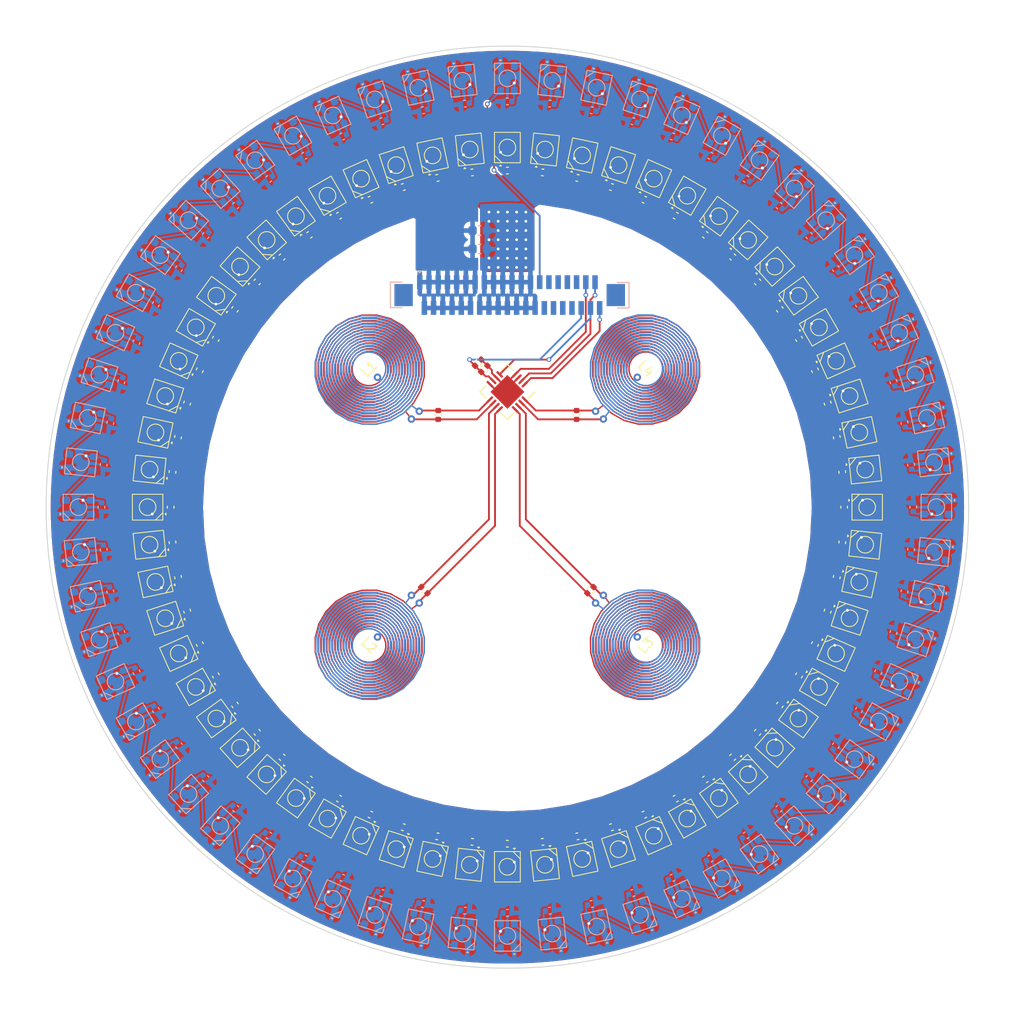
<source format=kicad_pcb>
(kicad_pcb (version 20221018) (generator pcbnew)
  (layers (0 "F.Cu" signal) (31 "B.Cu" signal) (34 "B.Paste" user) (35 "F.Paste" user) (36 "B.SilkS" user "B.Silkscreen") (37 "F.SilkS" user "F.Silkscreen") (38 "B.Mask" user) (39 "F.Mask" user) (44 "Edge.Cuts" user))
  (net 0 "")
  (net 1 "/LedDeska/5V")
  (net 2 "/LedDeska/LED-GND")
  (net 3 "/LedDeska/3V3")
  (net 4 "/LedDeska/AN-GND")
  (net 5 "Net-(U1-IN0A)")
  (net 6 "Net-(U1-IN0B)")
  (net 7 "Net-(U1-IN1A)")
  (net 8 "Net-(U1-IN1B)")
  (net 9 "Net-(U1-IN2A)")
  (net 10 "Net-(U1-IN2B)")
  (net 11 "Net-(U1-IN3A)")
  (net 12 "Net-(U1-IN3B)")
  (net 13 "Net-(D1-DOUT)")
  (net 14 "/LedDeska/WS2812")
  (net 15 "Net-(D2-DOUT)")
  (net 16 "Net-(D4-DOUT)")
  (net 17 "Net-(D3-DOUT)")
  (net 18 "Net-(D5-DOUT)")
  (net 19 "Net-(D10-DIN)")
  (net 20 "Net-(D6-DOUT)")
  (net 21 "Net-(D7-DOUT)")
  (net 22 "Net-(D8-DOUT)")
  (net 23 "Net-(D55-DOUT)")
  (net 24 "Net-(D59-DOUT)")
  (net 25 "Net-(D56-DOUT)")
  (net 26 "Net-(D57-DOUT)")
  (net 27 "Net-(D58-DOUT)")
  (net 28 "Net-(D10-DOUT)")
  (net 29 "Net-(D11-DOUT)")
  (net 30 "Net-(D12-DOUT)")
  (net 31 "Net-(D13-DOUT)")
  (net 32 "Net-(D14-DOUT)")
  (net 33 "Net-(D15-DOUT)")
  (net 34 "Net-(D16-DOUT)")
  (net 35 "Net-(D17-DOUT)")
  (net 36 "Net-(D18-DOUT)")
  (net 37 "Net-(D19-DOUT)")
  (net 38 "Net-(D20-DOUT)")
  (net 39 "Net-(D21-DOUT)")
  (net 40 "Net-(D22-DOUT)")
  (net 41 "Net-(D23-DOUT)")
  (net 42 "Net-(D24-DOUT)")
  (net 43 "Net-(D25-DOUT)")
  (net 44 "Net-(D26-DOUT)")
  (net 45 "Net-(D27-DOUT)")
  (net 46 "Net-(D28-DOUT)")
  (net 47 "Net-(D29-DOUT)")
  (net 48 "Net-(D30-DOUT)")
  (net 49 "Net-(D31-DOUT)")
  (net 50 "Net-(D32-DOUT)")
  (net 51 "Net-(D33-DOUT)")
  (net 52 "Net-(D34-DOUT)")
  (net 53 "Net-(D35-DOUT)")
  (net 54 "Net-(D36-DOUT)")
  (net 55 "Net-(D37-DOUT)")
  (net 56 "Net-(D38-DOUT)")
  (net 57 "Net-(D39-DOUT)")
  (net 58 "Net-(D40-DOUT)")
  (net 59 "Net-(D41-DOUT)")
  (net 60 "Net-(D42-DOUT)")
  (net 61 "Net-(D43-DOUT)")
  (net 62 "Net-(D44-DOUT)")
  (net 63 "Net-(D45-DOUT)")
  (net 64 "Net-(D46-DOUT)")
  (net 65 "Net-(D47-DOUT)")
  (net 66 "Net-(D48-DOUT)")
  (net 67 "Net-(D49-DOUT)")
  (net 68 "Net-(D50-DOUT)")
  (net 69 "Net-(D51-DOUT)")
  (net 70 "Net-(D52-DOUT)")
  (net 71 "Net-(D53-DOUT)")
  (net 72 "Net-(D54-DOUT)")
  (net 73 "/LedDeska/LedRing-Axial/DOUT")
  (net 74 "Net-(D61-DOUT)")
  (net 75 "Net-(D62-DOUT)")
  (net 76 "Net-(D115-DOUT)")
  (net 77 "Net-(D63-DOUT)")
  (net 78 "Net-(D116-DOUT)")
  (net 79 "Net-(D64-DOUT)")
  (net 80 "Net-(D117-DOUT)")
  (net 81 "Net-(D65-DOUT)")
  (net 82 "Net-(D118-DOUT)")
  (net 83 "Net-(D66-DOUT)")
  (net 84 "Net-(D119-DOUT)")
  (net 85 "Net-(D67-DOUT)")
  (net 86 "Net-(D68-DOUT)")
  (net 87 "Net-(D69-DOUT)")
  (net 88 "Net-(D70-DOUT)")
  (net 89 "Net-(D71-DOUT)")
  (net 90 "Net-(D72-DOUT)")
  (net 91 "Net-(D73-DOUT)")
  (net 92 "Net-(D74-DOUT)")
  (net 93 "Net-(D75-DOUT)")
  (net 94 "Net-(D76-DOUT)")
  (net 95 "Net-(D77-DOUT)")
  (net 96 "Net-(D78-DOUT)")
  (net 97 "Net-(D79-DOUT)")
  (net 98 "Net-(D80-DOUT)")
  (net 99 "Net-(D81-DOUT)")
  (net 100 "Net-(D82-DOUT)")
  (net 101 "Net-(D83-DOUT)")
  (net 102 "Net-(D84-DOUT)")
  (net 103 "Net-(D85-DOUT)")
  (net 104 "Net-(D86-DOUT)")
  (net 105 "Net-(D87-DOUT)")
  (net 106 "Net-(D88-DOUT)")
  (net 107 "Net-(D89-DOUT)")
  (net 108 "Net-(D90-DOUT)")
  (net 109 "Net-(D91-DOUT)")
  (net 110 "Net-(D92-DOUT)")
  (net 111 "Net-(D93-DOUT)")
  (net 112 "Net-(D100-DIN)")
  (net 113 "Net-(D94-DOUT)")
  (net 114 "Net-(D95-DOUT)")
  (net 115 "Net-(D96-DOUT)")
  (net 116 "Net-(D97-DOUT)")
  (net 117 "Net-(D98-DOUT)")
  (net 118 "Net-(D100-DOUT)")
  (net 119 "Net-(D101-DOUT)")
  (net 120 "Net-(D102-DOUT)")
  (net 121 "Net-(D103-DOUT)")
  (net 122 "Net-(D104-DOUT)")
  (net 123 "Net-(D105-DOUT)")
  (net 124 "Net-(D106-DOUT)")
  (net 125 "Net-(D107-DOUT)")
  (net 126 "Net-(D108-DOUT)")
  (net 127 "Net-(D109-DOUT)")
  (net 128 "Net-(D110-DOUT)")
  (net 129 "Net-(D111-DOUT)")
  (net 130 "Net-(D112-DOUT)")
  (net 131 "Net-(D113-DOUT)")
  (net 132 "Net-(D114-DOUT)")
  (net 133 "/LedDeska/LedRing-Axial1/DOUT")
  (net 142 "/LedDeska/INT-LDC")
  (net 143 "/LedDeska/SDA")
  (net 144 "/LedDeska/SCL")
  (footprint "Capacitor_SMD:C_0402_1005Metric" (layer "F.Cu") (at 78.72088 124.713563 162)
    (fp_text reference "C45" hide)
    (fp_text value "100n" hide)
  )
  (footprint "Capacitor_SMD:C_0402_1005Metric" (layer "F.Cu") (at 55.286437 78.72088 72)
    (fp_text reference "C60" hide)
    (fp_text value "100n" hide)
  )
  (footprint "Capacitor_SMD:C_0402_1005Metric" (layer "F.Cu") (at 119.52912 111.454162 -126)
    (fp_text reference "C33" hide)
    (fp_text value "100n" hide)
  )
  (footprint "Capacitor_SMD:C_0402_1005Metric" (layer "F.Cu") (at 97.588777 54.297613 -12)
    (fp_text reference "C14" hide)
    (fp_text value "100n" hide)
  )
  (footprint "RKL-LED:3528RGBW-WS2812B" (layer "F.Cu") (at 74.137271 125.628273 66)
    (fp_text reference "D35" hide)
    (fp_text value "WS2812B" hide)
  )
  (footprint "RKL-LED:3528RGBW-WS2812B" (layer "F.Cu") (at 63.903906 118.982648 48)
    (fp_text reference "D38" hide)
    (fp_text value "WS2812B" hide)
  )
  (footprint "RKL-LED:3528RGBW-WS2812B" (layer "F.Cu") (at 51.213646 85.92339 -6)
    (fp_text reference "D47" hide)
    (fp_text value "WS2812B" hide)
  )
  (footprint "Capacitor_SMD:C_0402_1005Metric" (layer "F.Cu") (at 124.713563 78.72088 -72)
    (fp_text reference "C24" hide)
    (fp_text value "100n" hide)
  )
  (footprint "RKL-LED:3528RGBW-WS2812B" (layer "F.Cu") (at 129 90 180)
    (fp_text reference "D16" hide)
    (fp_text value "WS2812B" hide)
  )
  (footprint "RKL-Inductors:PCB_coil" (layer "F.Cu") (at 105 105 -45)
    (fp_text reference "L3")
    (fp_text value "5.738 µH" hide)
  )
  (footprint "RKL-LED:3528RGBW-WS2812B" (layer "F.Cu") (at 56.225009 109.5 30)
    (fp_text reference "D41" hide)
    (fp_text value "WS2812B" hide)
  )
  (footprint "RKL-Inductors:PCB_coil" (layer "F.Cu") (at 75 75 135)
    (fp_text reference "L1")
    (fp_text value "5.738 µH" hide)
  )
  (footprint "Package_DFN_QFN:WQFN-16-1EP_4x4mm_P0.5mm_EP2.6x2.6mm" (layer "F.Cu") (at 90 77.5 -135)
    (fp_text reference "U1" hide)
    (fp_text value "LDC1614" hide)
  )
  (footprint "Capacitor_SMD:C_0402_1005Metric" (layer "F.Cu") (at 54.297613 97.588777 102)
    (fp_text reference "C55" hide)
    (fp_text value "100n" hide)
  )
  (footprint "Capacitor_SMD:C_0402_1005Metric" (layer "F.Cu") (at 82.411223 125.702387 168)
    (fp_text reference "C44" hide)
    (fp_text value "100n" hide)
  )
  (footprint "Capacitor_SMD:C_0402_1005Metric" (layer "F.Cu") (at 123.344409 104.845887 -114)
    (fp_text reference "C31" hide)
    (fp_text value "100n" hide)
  )
  (footprint "Capacitor_SMD:C_0402_1005Metric" (layer "F.Cu") (at 86.184711 126.300049 174)
    (fp_text reference "C43" hide)
    (fp_text value "100n" hide)
  )
  (footprint "Capacitor_SMD:C_0402_1005Metric" (layer "F.Cu") (at 111.454162 60.47088 -36)
    (fp_text reference "C18" hide)
    (fp_text value "100n" hide)
  )
  (footprint "Capacitor_SMD:C_0402_1005Metric" (layer "F.Cu") (at 55.286437 101.27912 108)
    (fp_text reference "C54" hide)
    (fp_text value "100n" hide)
  )
  (footprint "Capacitor_SMD:C_0402_1005Metric" (layer "F.Cu") (at 60.47088 111.454162 126)
    (fp_text reference "C51" hide)
    (fp_text value "100n" hide)
  )
  (footprint "Capacitor_SMD:C_0402_1005Metric" (layer "F.Cu") (at 125.702387 97.588777 -102)
    (fp_text reference "C29" hide)
    (fp_text value "100n" hide)
  )
  (footprint "RKL-LED:3528RGBW-WS2812B" (layer "F.Cu") (at 112.923625 58.448337 -126)
    (fp_text reference "D7" hide)
    (fp_text value "WS2812B" hide)
  )
  (footprint "RKL-LED:3528RGBW-WS2812B" (layer "F.Cu") (at 121.551663 67.076375 -144)
    (fp_text reference "D10" hide)
    (fp_text value "WS2812B" hide)
  )
  (footprint "RKL-LED:3528RGBW-WS2812B" (layer "F.Cu") (at 70.5 123.774991 60)
    (fp_text reference "D36" hide)
    (fp_text value "WS2812B" hide)
  )
  (footprint "RKL-LED:3528RGBW-WS2812B" (layer "F.Cu") (at 118.982648 63.903906 -138)
    (fp_text reference "D9" hide)
    (fp_text value "WS2812B" hide)
  )
  (footprint "Capacitor_SMD:C_0402_1005Metric" (layer "F.Cu") (at 101.27912 55.286437 -18)
    (fp_text reference "C15" hide)
    (fp_text value "100n" hide)
  )
  (footprint "Capacitor_SMD:C_0402_1005Metric" (layer "F.Cu") (at 60.47088 68.545838 54)
    (fp_text reference "C63" hide)
    (fp_text value "100n" hide)
  )
  (footprint "Capacitor_SMD:C_0402_1005Metric" (layer "F.Cu") (at 97.5 80 90)
    (fp_text reference "C11" hide)
    (fp_text value "1000p" hide)
  )
  (footprint "RKL-LED:3528RGBW-WS2812B" (layer "F.Cu") (at 67.076375 58.448337 -54)
    (fp_text reference "D55" hide)
    (fp_text value "WS2812B" hide)
  )
  (footprint "RKL-LED:3528RGBW-WS2812B" (layer "F.Cu") (at 128.147756 81.891444 -168)
    (fp_text reference "D14" hide)
    (fp_text value "WS2812B" hide)
  )
  (footprint "RKL-LED:3528RGBW-WS2812B" (layer "F.Cu") (at 128.786354 85.92339 -174)
    (fp_text reference "D15" hide)
    (fp_text value "WS2812B" hide)
  )
  (footprint "RKL-LED:3528RGBW-WS2812B" (layer "F.Cu") (at 51.213646 94.07661 6)
    (fp_text reference "D45" hide)
    (fp_text value "WS2812B" hide)
  )
  (footprint "Capacitor_SMD:C_0402_1005Metric" (layer "F.Cu") (at 104.845887 56.655591 -24)
    (fp_text reference "C16" hide)
    (fp_text value "100n" hide)
  )
  (footprint "Capacitor_SMD:C_0402_1005Metric" (layer "F.Cu") (at 53.699951 86.184711 84)
    (fp_text reference "C58" hide)
    (fp_text value "100n" hide)
  )
  (footprint "Capacitor_SMD:C_0402_1005Metric" (layer "F.Cu") (at 125.702387 82.411223 -78)
    (fp_text reference "C25" hide)
    (fp_text value "100n" hide)
  )
  (footprint "Capacitor_SMD:C_0402_1005Metric" (layer "F.Cu") (at 87.5 75 45)
    (fp_text reference "C4" hide)
    (fp_text value "100n" hide)
  )
  (footprint "RKL-LED:3528RGBW-WS2812B" (layer "F.Cu") (at 102.051663 127.091204 108)
    (fp_text reference "D28" hide)
    (fp_text value "WS2812B" hide)
  )
  (footprint "Capacitor_SMD:C_0402_1005Metric" (layer "F.Cu") (at 65.576733 62.875214 42)
    (fp_text reference "C65" hide)
    (fp_text value "100n" hide)
  )
  (footprint "Capacitor_SMD:C_0402_1005Metric" (layer "F.Cu") (at 126.5 90 -90)
    (fp_text reference "C27" hide)
    (fp_text value "100n" hide)
  )
  (footprint "Capacitor_SMD:C_0402_1005Metric" (layer "F.Cu") (at 108.25 121.609927 -150)
    (fp_text reference "C37" hide)
    (fp_text value "100n" hide)
  )
  (footprint "Capacitor_SMD:C_0402_1005Metric" (layer "F.Cu") (at 108.25 58.390073 -30)
    (fp_text reference "C17" hide)
    (fp_text value "100n" hide)
  )
  (footprint "Capacitor_SMD:C_0402_1005Metric" (layer "F.Cu") (at 121.609927 71.75 -60)
    (fp_text reference "C22" hide)
    (fp_text value "100n" hide)
  )
  (footprint "RKL-LED:3528RGBW-WS2812B" (layer "F.Cu") (at 109.5 56.225009 -120)
    (fp_text reference "D6" hide)
    (fp_text value "WS2812B" hide)
  )
  (footprint "Capacitor_SMD:C_0402_1005Metric" (layer "F.Cu") (at 86.83 74.33 45)
    (fp_text reference "C3" hide)
    (fp_text value "1u" hide)
  )
  (footprint "RKL-LED:3528RGBW-WS2812B" (layer "F.Cu") (at 123.774991 70.5 -150)
    (fp_text reference "D11" hide)
    (fp_text value "WS2812B" hide)
  )
  (footprint "Capacitor_SMD:C_0402_1005Metric" (layer "F.Cu") (at 78.72088 55.286437 18)
    (fp_text reference "C69" hide)
    (fp_text value "100n" hide)
  )
  (footprint "Capacitor_SMD:C_0402_1005Metric" (layer "F.Cu") (at 117.124786 114.423267 -132)
    (fp_text reference "C34" hide)
    (fp_text value "100n" hide)
  )
  (footprint "Capacitor_SMD:C_0402_1005Metric" (layer "F.Cu") (at 117.124786 65.576733 -48)
    (fp_text reference "C20" hide)
    (fp_text value "100n" hide)
  )
  (footprint "RKL-LED:3528RGBW-WS2812B" (layer "F.Cu") (at 123.774991 109.5 150)
    (fp_text reference "D21" hide)
    (fp_text value "WS2812B" hide)
  )
  (footprint "Capacitor_SMD:C_0402_1005Metric" (layer "F.Cu") (at 126.300049 93.815289 -96)
    (fp_text reference "C28" hide)
    (fp_text value "100n" hide)
  )
  (footprint "RKL-LED:3528RGBW-WS2812B" (layer "F.Cu") (at 77.948337 52.908796 -72)
    (fp_text reference "D58" hide)
    (fp_text value "WS2812B" hide)
  )
  (footprint "RKL-LED:3528RGBW-WS2812B" (layer "F.Cu") (at 52.908796 102.051663 18)
    (fp_text reference "D43" hide)
    (fp_text value "WS2812B" hide)
  )
  (footprint "RKL-LED:3528RGBW-WS2812B" (layer "F.Cu") (at 51.852244 98.108556 12)
    (fp_text reference "D44" hide)
    (fp_text value "WS2812B" hide)
  )
  (footprint "Capacitor_SMD:C_0402_1005Metric" (layer "F.Cu") (at 68.545838 60.47088 36)
    (fp_text reference "C66" hide)
    (fp_text value "100n" hide)
  )
  (footprint "RKL-LED:3528RGBW-WS2812B" (layer "F.Cu") (at 51 90)
    (fp_text reference "D46" hide)
    (fp_text value "WS2812B" hide)
  )
  (footprint "RKL-LED:3528RGBW-WS2812B" (layer "F.Cu") (at 105.862729 54.371727 -114)
    (fp_text reference "D5" hide)
    (fp_text value "WS2812B" hide)
  )
  (footprint "Capacitor_SMD:C_0402_1005Metric" (layer "F.Cu") (at 90 126.5 180)
    (fp_text reference "C42" hide)
    (fp_text value "100n" hide)
  )
  (footprint "RKL-LED:3528RGBW-WS2812B" (layer "F.Cu") (at 51.852244 81.891444 -12)
    (fp_text reference "D48" hide)
    (fp_text value "WS2812B" hide)
  )
  (footprint "Capacitor_SMD:C_0402_1005Metric" (layer "F.Cu") (at 82.411223 54.297613 12)
    (fp_text reference "C70" hide)
    (fp_text value "100n" hide)
  )
  (footprint "RKL-LED:3528RGBW-WS2812B" (layer "F.Cu") (at 127.091204 77.948337 -162)
    (fp_text reference "D13" hide)
    (fp_text value "WS2812B" hide)
  )
  (footprint "RKL-LED:3528RGBW-WS2812B" (layer "F.Cu") (at 81.891444 51.852244 -78)
    (fp_text reference "D59" hide)
    (fp_text value "WS2812B" hide)
  )
  (footprint "Capacitor_SMD:C_0402_1005Metric" (layer "F.Cu") (at 53.5 90 90)
    (fp_text reference "C57" hide)
    (fp_text value "100n" hide)
  )
  (footprint "Capacitor_SMD:C_0402_1005Metric" (layer "F.Cu") (at 71.75 58.390073 30)
    (fp_text reference "C67" hide)
    (fp_text value "100n" hide)
  )
  (footprint "RKL-LED:3528RGBW-WS2812B" (layer "F.Cu") (at 54.371727 105.862729 24)
    (fp_text reference "D42" hide)
    (fp_text value "WS2812B" hide)
  )
  (footprint "RKL-LED:3528RGBW-WS2812B" (layer "F.Cu") (at 77.948337 127.091204 72)
    (fp_text reference "D34" hide)
    (fp_text value "WS2812B" hide)
  )
  (footprint "RKL-LED:3528RGBW-WS2812B" (layer "F.Cu") (at 63.903906 61.017352 -48)
    (fp_text reference "D54" hide)
    (fp_text value "WS2812B" hide)
  )
  (footprint "RKL-LED:3528RGBW-WS2812B" (layer "F.Cu") (at 70.5 56.225009 -60)
    (fp_text reference "D56" hide)
    (fp_text value "WS2812B" hide)
  )
  (footprint "Capacitor_SMD:C_0402_1005Metric" (layer "F.Cu") (at 56.655591 104.845887 114)
    (fp_text reference "C53" hide)
    (fp_text value "100n" hide)
  )
  (footprint "RKL-LED:3528RGBW-WS2812B" (layer "F.Cu") (at 98.108556 51.852244 -102)
    (fp_text reference "D3" hide)
    (fp_text value "WS2812B" hide)
  )
  (footprint "Capacitor_SMD:C_0402_1005Metric" (layer "F.Cu") (at 119.52912 68.545838 -54)
    (fp_text reference "C21" hide)
    (fp_text value "100n" hide)
  )
  (footprint "RKL-LED:3528RGBW-WS2812B" (layer "F.Cu") (at 54.371727 74.137271 -24)
    (fp_text reference "D50" hide)
    (fp_text value "WS2812B" hide)
  )
  (footprint "Capacitor_SMD:C_0402_1005Metric" (layer "F.Cu") (at 93.815289 53.699951 -6)
    (fp_text reference "C13" hide)
    (fp_text value "100n" hide)
  )
  (footprint "RKL-LED:3528RGBW-WS2812B" (layer "F.Cu") (at 58.448337 67.076375 -36)
    (fp_text reference "D52" hide)
    (fp_text value "WS2812B" hide)
  )
  (footprint "Capacitor_SMD:C_0402_1005Metric" (layer "F.Cu") (at 53.699951 93.815289 96)
    (fp_text reference "C56" hide)
    (fp_text value "100n" hide)
  )
  (footprint "Capacitor_SMD:C_0402_1005Metric" (layer "F.Cu") (at 124.713563 101.27912 -108)
    (fp_text reference "C30" hide)
    (fp_text value "100n" hide)
  )
  (footprint "RKL-LED:3528RGBW-WS2812B" (layer "F.Cu") (at 58.448337 112.923625 36)
    (fp_text reference "D40" hide)
    (fp_text value "WS2812B" hide)
  )
  (footprint "RKL-LED:3528RGBW-WS2812B" (layer "F.Cu") (at 85.92339 128.786354 84)
    (fp_text reference "D32" hide)
    (fp_text value "WS2812B" hide)
  )
  (footprint "Capacitor_SMD:C_0402_1005Metric" (layer "F.Cu") (at 62.875214 65.576733 48)
    (fp_text reference "C64" hide)
    (fp_text value "100n" hide)
  )
  (footprint "RKL-LED:3528RGBW-WS2812B" (layer "F.Cu") (at 116.096094 118.982648 132)
    (fp_text reference "D24" hide)
    (fp_text value "WS2812B" hide)
  )
  (footprint "Capacitor_SMD:C_0402_1005Metric" (layer "F.Cu") (at 121.609927 108.25 -120)
    (fp_text reference "C32" hide)
    (fp_text value "100n" hide)
  )
  (footprint "RKL-LED:3528RGBW-WS2812B" (layer "F.Cu") (at 67.076375 121.551663 54)
    (fp_text reference "D37" hide)
    (fp_text value "WS2812B" hide)
  )
  (footprint "RKL-LED:3528RGBW-WS2812B" (layer "F.Cu") (at 61.017352 63.903906 -42)
    (fp_text reference "D53" hide)
    (fp_text value "WS2812B" hide)
  )
  (footprint "RKL-LED:3528RGBW-WS2812B" (layer "F.Cu") (at 118.982648 116.096094 138)
    (fp_text reference "D23" hide)
    (fp_text value "WS2812B" hide)
  )
  (footprint "RKL-LED:3528RGBW-WS2812B" (layer "F.Cu") (at 102.051663 52.908796 -108)
    (fp_text reference "D4" hide)
    (fp_text value "WS2812B" hide)
  )
  (footprint "RKL-LED:3528RGBW-WS2812B" (layer "F.Cu") (at 74.137271 54.371727 -66)
    (fp_text reference "D57" hide)
    (fp_text value "WS2812B" hide)
  )
  (footprint "Capacitor_SMD:C_0402_1005Metric" (layer "F.Cu") (at 126.300049 86.184711 -84)
    (fp_text reference "C26" hide)
    (fp_text value "100n" hide)
  )
  (footprint "Capacitor_SMD:C_0402_1005Metric" (layer "F.Cu") (at 101.27912 124.713563 -162)
    (fp_text reference "C39" hide)
    (fp_text value "100n" hide)
  )
  (footprint "RKL-LED:3528RGBW-WS2812B" (layer "F.Cu") (at 56.225009 70.5 -30)
    (fp_text reference "D51" hide)
    (fp_text value "WS2812B" hide)
  )
  (footprint "Capacitor_SMD:C_0402_1005Metric" (layer "F.Cu") (at 68.545838 119.52912 144)
    (fp_text reference "C48" hide)
    (fp_text value "100n" hide)
  )
  (footprint "Capacitor_SMD:C_0402_1005Metric" (layer "F.Cu") (at 114.423267 117.124786 -138)
    (fp_text reference "C35" hide)
    (fp_text value "100n" hide)
  )
  (footprint "RKL-LED:3528RGBW-WS2812B" (layer "F.Cu") (at 105.862729 125.628273 114)
    (fp_text reference "D27" hide)
    (fp_text value "WS2812B" hide)
  )
  (footprint "RKL-LED:3528RGBW-WS2812B" (layer "F.Cu") (at 125.628273 105.862729 156)
    (fp_text reference "D20" hide)
    (fp_text value "WS2812B" hide)
  )
  (footprint "Capacitor_SMD:C_0402_1005Metric" (layer "F.Cu") (at 82.5 80 -90)
    (fp_text reference "C8" hide)
    (fp_text value "1000p" hide)
  )
  (footprint "RKL-LED:3528RGBW-WS2812B" (layer "F.Cu") (at 90 129 90)
    (fp_text reference "D31" hide)
    (fp_text value "WS2812B" hide)
  )
  (footprint "Capacitor_SMD:C_0402_1005Metric" (layer "F.Cu") (at 62.875214 114.423267 132)
    (fp_text reference "C50" hide)
    (fp_text value "100n" hide)
  )
  (footprint "Capacitor_SMD:C_0402_1005Metric" (layer "F.Cu") (at 104.845887 123.344409 -156)
    (fp_text reference "C38" hide)
    (fp_text value "100n" hide)
  )
  (footprint "Capacitor_SMD:C_0402_1005Metric" (layer "F.Cu") (at 114.423267 62.875214 -42)
    (fp_text reference "C19" hide)
    (fp_text value "100n" hide)
  )
  (footprint "RKL-LED:3528RGBW-WS2812B" (layer "F.Cu") (at 128.147756 98.108556 168)
    (fp_text reference "D18" hide)
    (fp_text value "WS2812B" hide)
  )
  (footprint "Capacitor_SMD:C_0402_1005Metric" (layer "F.Cu") (at 65.576733 117.124786 138)
    (fp_text reference "C49" hide)
    (fp_text value "100n" hide)
  )
  (footprint "Capacitor_SMD:C_0402_1005Metric" (layer "F.Cu") (at 54.297613 82.411223 78)
    (fp_text reference "C59" hide)
    (fp_text value "100n" hide)
  )
  (footprint "RKL-LED:3528RGBW-WS2812B" (layer "F.Cu") (at 94.07661 128.786354 96)
    (fp_text reference "D30" hide)
    (fp_text value "WS2812B" hide)
  )
  (footprint "RKL-LED:3528RGBW-WS2812B" (layer "F.Cu") (at 128.786354 94.07661 174)
    (fp_text reference "D17" hide)
    (fp_text value "WS2812B" hide)
  )
  (footprint "RKL-LED:3528RGBW-WS2812B" (layer "F.Cu") (at 127.091204 102.051663 162)
    (fp_text reference "D19" hide)
    (fp_text value "WS2812B" hide)
  )
  (footprint "RKL-LED:3528RGBW-WS2812B" (layer "F.Cu") (at 52.908796 77.948337 -18)
    (fp_text reference "D49" hide)
    (fp_text value "WS2812B" hide)
  )
  (footprint "RKL-LED:3528RGBW-WS2812B" (layer "F.Cu") (at 109.5 123.774991 120)
    (fp_text reference "D26" hide)
    (fp_text value "WS2812B" hide)
  )
  (footprint "Capacitor_SMD:C_0402_1005Metric" (layer "F.Cu") (at 71.75 121.609927 150)
    (fp_text reference "C47" hide)
    (fp_text value "100n" hide)
  )
  (footprint "RKL-Inductors:PCB_coil" (layer "F.Cu") (at 75 105 -135)
    (fp_text reference "L2")
    (fp_text value "5.738 µH" hide)
  )
  (footprint "Capacitor_SMD:C_0402_1005Metric" (layer "F.Cu") (at 123.344409 75.154113 -66)
    (fp_text reference "C23" hide)
    (fp_text value "100n" hide)
  )
  (footprint "RKL-LED:3528RGBW-WS2812B" (layer "F.Cu") (at 61.017352 116.096094 42)
    (fp_text reference "D39" hide)
    (fp_text value "WS2812B" hide)
  )
  (footprint "RKL-LED:3528RGBW-WS2812B" (layer "F.Cu") (at 81.891444 128.147756 78)
    (fp_text reference "D33" hide)
    (fp_text value "WS2812B" hide)
  )
  (footprint "Capacitor_SMD:C_0402_1005Metric" (layer "F.Cu") (at 99 99 45)
    (fp_text reference "C10" hide)
    (fp_text value "1000p" hide)
  )
  (footprint "Capacitor_SMD:C_0402_1005Metric" (layer "F.Cu") (at 58.390073 71.75 60)
    (fp_text reference "C62" hide)
    (fp_text value "100n" hide)
  )
  (footprint "RKL-LED:3528RGBW-WS2812B" (layer "F.Cu") (at 125.628273 74.137271 -156)
    (fp_text reference "D12" hide)
    (fp_text value "WS2812B" hide)
  )
  (footprint "Capacitor_SMD:C_0402_1005Metric" (layer "F.Cu") (at 111.454162 119.52912 -144)
    (fp_text reference "C36" hide)
    (fp_text value "100n" hide)
  )
  (footprint "RKL-LED:3528RGBW-WS2812B" (layer "F.Cu") (at 94.07661 51.213646 -96)
    (fp_text reference "D2" hide)
    (fp_text value "WS2812B" hide)
  )
  (footprint "RKL-Inductors:PCB_coil" (layer "F.Cu") (at 105 75 45)
    (fp_text reference "L4")
    (fp_text value "5.738 µH" hide)
  )
  (footprint "RKL-LED:3528RGBW-WS2812B" (layer "F.Cu") (at 112.923625 121.551663 126)
    (fp_text reference "D25" hide)
    (fp_text value "WS2812B" hide)
  )
  (footprint "Capacitor_SMD:C_0402_1005Metric" (layer "F.Cu") (at 56.655591 75.154113 66)
    (fp_text reference "C61" hide)
    (fp_text value "100n" hide)
  )
  (footprint "RKL-LED:3528RGBW-WS2812B" (layer "F.Cu") (at 116.096094 61.017352 -132)
    (fp_text reference "D8" hide)
    (fp_text value "WS2812B" hide)
  )
  (footprint "Capacitor_SMD:C_0402_1005Metric" (layer "F.Cu") (at 75.154113 123.344409 156)
    (fp_text reference "C46" hide)
    (fp_text value "100n" hide)
  )
  (footprint "Capacitor_SMD:C_0402_1005Metric" (layer "F.Cu") (at 58.390073 108.25 120)
    (fp_text reference "C52" hide)
    (fp_text value "100n" hide)
  )
  (footprint "RKL-LED:3528RGBW-WS2812B" (layer "F.Cu") (at 121.551663 112.923625 144)
    (fp_text reference "D22" hide)
    (fp_text value "WS2812B" hide)
  )
  (footprint "Capacitor_SMD:C_0402_1005Metric" (layer "F.Cu") (at 90 53.5)
    (fp_text reference "C12" hide)
    (fp_text value "100n" hide)
  )
  (footprint "RKL-LED:3528RGBW-WS2812B" (layer "F.Cu") (at 85.92339 51.213646 -84)
    (fp_text reference "D60" hide)
    (fp_text value "WS2812B" hide)
  )
  (footprint "Capacitor_SMD:C_0402_1005Metric" (layer "F.Cu") (at 81 99 -45)
    (fp_text reference "C9" hide)
    (fp_text value "1000p" hide)
  )
  (footprint "RKL-LED:3528RGBW-WS2812B" (layer "F.Cu") (at 90 51 -90)
    (fp_text reference "D1" hide)
    (fp_text value "WS2812B" hide)
  )
  (footprint "Capacitor_SMD:C_0402_1005Metric" (layer "F.Cu") (at 97.588777 125.702387 -168)
    (fp_text reference "C40" hide)
    (fp_text value "100n" hide)
  )
  (footprint "Capacitor_SMD:C_0402_1005Metric" (layer "F.Cu") (at 86.184711 53.699951 6)
    (fp_text reference "C71" hide)
    (fp_text value "100n" hide)
  )
  (footprint "RKL-LED:3528RGBW-WS2812B" (layer "F.Cu") (at 98.108556 128.147756 102)
    (fp_text reference "D29" hide)
    (fp_text value "WS2812B" hide)
  )
  (footprint "Capacitor_SMD:C_0402_1005Metric" (layer "F.Cu") (at 93.815289 126.300049 -174)
    (fp_text reference "C41" hide)
    (fp_text value "100n" hide)
  )
  (footprint "Capacitor_SMD:C_0402_1005Metric" (layer "F.Cu") (at 75.154113 56.655591 24)
    (fp_text reference "C68" hide)
    (fp_text value "100n" hide)
  )
  (footprint "Capacitor_SMD:C_0603_1608Metric" (layer "B.Cu") (at 87 60)
    (fp_text reference "C1" hide)
    (fp_text value "10u" hide)
  )
  (footprint "Capacitor_SMD:C_0402_1005Metric" (layer "B.Cu") (at 128.105118 112 -120)
    (fp_text reference "C92" hide)
    (fp_text value "100n" hide)
  )
  (footprint "Capacitor_SMD:C_0402_1005Metric" (layer "B.Cu") (at 85.400748 133.758963 174)
    (fp_text reference "C103" hide)
    (fp_text value "100n" hide)
  )
  (footprint "RKL-LED:3528RGBW-WS2812B" (layer "B.Cu") (at 113.25 130.270181 -60)
    (fp_text reference "D86" hide)
    (fp_text value "WS2812B" hide)
  )
  (footprint "Capacitor_SMD:C_0402_1005Metric" (layer "B.Cu") (at 68 51.894882 30)
    (fp_text reference "C127" hide)
    (fp_text value "100n" hide)
  )
  (footprint "Capacitor_SMD:C_0402_1005Metric" (layer "B.Cu") (at 64.137449 125.596748 144)
    (fp_text reference "C108" hide)
    (fp_text value "100n" hide)
  )
  (footprint "RKL-LED:3528RGBW-WS2812B" (layer "B.Cu") (at 135.483863 80.332106 12)
    (fp_text reference "D74" hide)
    (fp_text value "WS2812B" hide)
  )
  (footprint "Capacitor_SMD:C_0402_1005Metric" (layer "B.Cu") (at 99.148114 46.961506 -12)
    (fp_text reference "C74" hide)
    (fp_text value "100n" hide)
  )
  (footprint "RKL-LED:3528RGBW-WS2812B" (layer "B.Cu") (at 127.61929 62.667986 36)
    (fp_text reference "D70" hide)
    (fp_text value "WS2812B" hide)
  )
  (footprint "Capacitor_SMD:C_0402_1005Metric" (layer "B.Cu") (at 125.596748 64.137449 -54)
    (fp_text reference "C81" hide)
    (fp_text value "100n" hide)
  )
  (footprint "RKL-LED:3528RGBW-WS2812B" (layer "B.Cu") (at 130.270181 66.75 30)
    (fp_text reference "D71" hide)
    (fp_text value "WS2812B" hide)
  )
  (footprint "Capacitor_SMD:C_0402_1005Metric" (layer "B.Cu") (at 68 128.105118 150)
    (fp_text reference "C107" hide)
    (fp_text value "100n" hide)
  )
  (footprint "Capacitor_SMD:C_0402_1005Metric" (layer "B.Cu") (at 90 134 180)
    (fp_text reference "C102" hide)
    (fp_text value "100n" hide)
  )
  (footprint "RKL-LED:3528RGBW-WS2812B" (layer "B.Cu") (at 49.729819 66.75 150)
    (fp_text reference "D111" hide)
    (fp_text value "WS2812B" hide)
  )
  (footprint "Capacitor_SMD:C_0402_1005Metric" (layer "B.Cu") (at 49.804 72.103588 66)
    (fp_text reference "C121" hide)
    (fp_text value "100n" hide)
  )
  (footprint "RKL-LED:3528RGBW-WS2812B" (layer "B.Cu") (at 62.667986 52.38071 126)
    (fp_text reference "D115" hide)
    (fp_text value "WS2812B" hide)
  )
  (footprint "RKL-LED:3528RGBW-WS2812B" (layer "B.Cu") (at 132.479864 71.086746 24)
    (fp_text reference "D72" hide)
    (fp_text value "WS2812B" hide)
  )
  (footprint "Capacitor_SMD:C_0402_1005Metric" (layer "B.Cu") (at 60.558253 57.301628 42)
    (fp_text reference "C125" hide)
    (fp_text value "100n" hide)
  )
  (footprint "RKL-LED:3528RGBW-WS2812B" (layer "B.Cu") (at 75.63071 134.224128 -108)
    (fp_text reference "D94" hide)
    (fp_text value "WS2812B" hide)
  )
  (footprint "Capacitor_SMD:C_0402_1005Metric" (layer "B.Cu") (at 60.558253 122.698372 138)
    (fp_text reference "C109" hide)
    (fp_text value "100n" hide)
  )
  (footprint "Capacitor_SMD:C_0402_1005Metric" (layer "B.Cu") (at 57.301628 60.558253 48)
    (fp_text reference "C124" hide)
    (fp_text value "100n" hide)
  )
  (footprint "Capacitor_SMD:C_0402_1005Metric" (layer "B.Cu") (at 80.851886 133.038494 168)
    (fp_text reference "C104" hide)
    (fp_text value "100n" hide)
  )
  (footprint "Capacitor_SMD:C_0402_1005Metric" (layer "B.Cu") (at 64.137449 54.403252 36)
    (fp_text reference "C126" hide)
    (fp_text value "100n" hide)
  )
  (footprint "Capacitor_SMD:C_0402_1005Metric" (layer "B.Cu") (at 133.758963 85.400748 -84)
    (fp_text reference "C86" hide)
    (fp_text value "100n" hide)
  )
  (footprint "RKL-LED:3528RGBW-WS2812B" (layer "B.Cu") (at 135.483863 99.667894 -12)
    (fp_text reference "D78" hide)
    (fp_text value "WS2812B" hide)
  )
  (footprint "Capacitor_SMD:C_0402_1005Metric" (layer "B.Cu") (at 131.846487 76.403252 -72)
    (fp_text reference "C84" hide)
    (fp_text value "100n" hide)
  )
  (footprint "Capacitor_SMD:C_0402_1005Metric" (layer "B.Cu") (at 72.103588 49.804 24)
    (fp_text reference "C128" hide)
    (fp_text value "100n" hide)
  )
  (footprint "Capacitor_SMD:C_0402_1005Metric" (layer "B.Cu") (at 107.896412 130.196 -156)
    (fp_text reference "C98" hide)
    (fp_text value "100n" hide)
  )
  (footprint "RKL-LED:3528RGBW-WS2812B" (layer "B.Cu") (at 134.224128 104.36929 -18)
    (fp_text reference "D79" hide)
    (fp_text value "WS2812B" hide)
  )
  (footprint "Capacitor_SMD:C_0402_1005Metric" (layer "B.Cu") (at 94.599252 133.758963 -174)
    (fp_text reference "C101" hide)
    (fp_text value "100n" hide)
  )
  (footprint "RKL-LED:3528RGBW-WS2812B" (layer "B.Cu") (at 62.667986 127.61929 -126)
    (fp_text reference "D97" hide)
    (fp_text value "WS2812B" hide)
  )
  (footprint "RKL-LED:3528RGBW-WS2812B" (layer "B.Cu") (at 55.443766 121.114573 -138)
    (fp_text reference "D99" hide)
    (fp_text value "WS2812B" hide)
  )
  (footprint "RKL-LED:3528RGBW-WS2812B" (layer "B.Cu") (at 99.667894 135.483863 -78)
    (fp_text reference "D89" hide)
    (fp_text value "WS2812B" hide)
  )
  (footprint "Capacitor_SMD:C_0402_1005Metric" (layer "B.Cu") (at 46.241037 94.599252 96)
    (fp_text reference "C116" hide)
    (fp_text value "100n" hide)
  )
  (footprint "RKL-LED:3528RGBW-WS2812B" (layer "B.Cu") (at 117.332014 127.61929 -54)
    (fp_text reference "D85" hide)
    (fp_text value "WS2812B" hide)
  )
  (footprint "Capacitor_SMD:C_0402_1005Metric" (layer "B.Cu") (at 107.896412 49.804 -24)
    (fp_text reference "C76" hide)
    (fp_text value "100n" hide)
  )
  (footprint "RKL-LED:3528RGBW-WS2812B" (layer "B.Cu") (at 136.245268 94.860574 -6)
    (fp_text reference "D77" hide)
    (fp_text value "WS2812B" hide)
  )
  (footprint "Capacitor_SMD:C_0402_1005Metric" (layer "B.Cu") (at 131.846487 103.596748 -108)
    (fp_text reference "C90" hide)
    (fp_text value "100n" hide)
  )
  (footprint "Capacitor_SMD:C_0402_1005Metric" (layer "B.Cu") (at 46.961506 99.148114 102)
    (fp_text reference "C115" hide)
    (fp_text value "100n" hide)
  )
  (footprint "RKL-LED:3528RGBW-WS2812B" (layer "B.Cu") (at 104.36929 45.775872 72)
    (fp_text reference "D64" hide)
    (fp_text value "WS2812B" hide)
  )
  (footprint "RKL-LED:3528RGBW-WS2812B" (layer "B.Cu") (at 45.775872 75.63071 162)
    (fp_text reference "D109" hide)
    (fp_text value "WS2812B" hide)
  )
  (footprint "Capacitor_SMD:C_0402_1005Metric" (layer "B.Cu") (at 51.894882 68 60)
    (fp_text reference "C122" hide)
    (fp_text value "100n" hide)
  )
  (footprint "RKL-LED:3528RGBW-WS2812B" (layer "B.Cu") (at 52.38071 117.332014 -144)
    (fp_text reference "D100" hide)
    (fp_text value "WS2812B" hide)
  )
  (footprint "RKL-LED:3528RGBW-WS2812B" (layer "B.Cu") (at 47.520136 71.086746 156)
    (fp_text reference "D110" hide)
    (fp_text value "WS2812B" hide)
  )
  (footprint "RKL-LED:3528RGBW-WS2812B" (layer "B.Cu") (at 44.516137 99.667894 -168)
    (fp_text reference "D104" hide)
    (fp_text value "WS2812B" hide)
  )
  (footprint "RKL-LED:3528RGBW-WS2812B" (layer "B.Cu") (at 85.139426 136.245268 -96)
    (fp_text reference "D92" hide)
    (fp_text value "WS2812B" hide)
  )
  (footprint "Capacitor_SMD:C_0402_1005Metric" (layer "B.Cu") (at 103.596748 48.153513 -18)
    (fp_text reference "C75" hide)
    (fp_text value "100n" hide)
  )
  (footprint "RKL-LED:3528RGBW-WS2812B" (layer "B.Cu") (at 55.443766 58.885427 138)
    (fp_text reference "D113" hide)
    (fp_text value "WS2812B" hide)
  )
  (footprint "Capacitor_SMD:C_0402_1005Metric" (layer "B.Cu") (at 80.851886 46.961506 12)
    (fp_text reference "C130" hide)
    (fp_text value "100n" hide)
  )
  (footprint "RKL-LED:3528RGBW-WS2812B" (layer "B.Cu") (at 104.36929 134.224128 -72)
    (fp_text reference "D88" hide)
    (fp_text value "WS2812B" hide)
  )
  (footprint "RKL-LED:3528RGBW-WS2812B" (layer "B.Cu") (at 66.75 130.270181 -120)
    (fp_text reference "D96" hide)
    (fp_text value "WS2812B" hide)
  )
  (footprint "Capacitor_SMD:C_0402_1005Metric" (layer "B.Cu") (at 112 128.105118 -150)
    (fp_text reference "C97" hide)
    (fp_text value "100n" hide)
  )
  (footprint "RKL-LED:3528RGBW-WS2812B" (layer "B.Cu") (at 90 136.5 -90)
    (fp_text reference "D91" hide)
    (fp_text value "WS2812B" hide)
  )
  (footprint "Capacitor_SMD:C_0402_1005Metric" (layer "B.Cu") (at 99.148114 133.038494 -168)
    (fp_text reference "C100" hide)
    (fp_text value "100n" hide)
  )
  (footprint "RKL-LED:3528RGBW-WS2812B" (layer "B.Cu") (at 130.270181 113.25 -30)
    (fp_text reference "D81" hide)
    (fp_text value "WS2812B" hide)
  )
  (footprint "RKL-LED:3528RGBW-WS2812B" (layer "B.Cu") (at 136.5 90)
    (fp_text reference "D76" hide)
    (fp_text value "WS2812B" hide)
  )
  (footprint "Capacitor_SMD:C_0402_1005Metric" (layer "B.Cu") (at 130.196 72.103588 -66)
    (fp_text reference "C83" hide)
    (fp_text value "100n" hide)
  )
  (footprint "RKL-LED:3528RGBW-WS2812B" (layer "B.Cu") (at 124.556234 58.885427 42)
    (fp_text reference "D69" hide)
    (fp_text value "WS2812B" hide)
  )
  (footprint "Capacitor_SMD:C_0402_1005Metric" (layer "B.Cu") (at 115.862551 125.596748 -144)
    (fp_text reference "C96" hide)
    (fp_text value "100n" hide)
  )
  (footprint "Capacitor_SMD:C_0402_1005Metric" (layer "B.Cu") (at 54.403252 115.862551 126)
    (fp_text reference "C111" hide)
    (fp_text value "100n" hide)
  )
  (footprint "Capacitor_SMD:C_0402_1005Metric" (layer "B.Cu") (at 76.403252 48.153513 18)
    (fp_text reference "C129" hide)
    (fp_text value "100n" hide)
  )
  (footprint "RKL-LED:3528RGBW-WS2812B" (layer "B.Cu") (at 121.114573 124.556234 -48)
    (fp_text reference "D84" hide)
    (fp_text value "WS2812B" hide)
  )
  (footprint "Capacitor_SMD:C_0402_1005Metric" (layer "B.Cu") (at 49.804 107.896412 114)
    (fp_text reference "C113" hide)
    (fp_text value "100n" hide)
  )
  (footprint "RKL-LED:3528RGBW-WS2812B" (layer "B.Cu") (at 66.75 49.729819 120)
    (fp_text reference "D116" hide)
    (fp_text value "WS2812B" hide)
  )
  (footprint "Capacitor_SMD:C_0402_1005Metric" (layer "B.Cu") (at 46 90 90)
    (fp_text reference "C117" hide)
    (fp_text value "100n" hide)
  )
  (footprint "Capacitor_SMD:C_0402_1005Metric" (layer "B.Cu") (at 125.596748 115.862551 -126)
    (fp_text reference "C93" hide)
    (fp_text value "100n" hide)
  )
  (footprint "RKL-LED:3528RGBW-WS2812B" (layer "B.Cu") (at 127.61929 117.332014 -36)
    (fp_text reference "D82" hide)
    (fp_text value "WS2812B" hide)
  )
  (footprint "Capacitor_SMD:C_0402_1005Metric" (layer "B.Cu") (at 48.153513 103.596748 108)
    (fp_text reference "C114" hide)
    (fp_text value "100n" hide)
  )
  (footprint "Capacitor_SMD:C_0402_1005Metric" (layer "B.Cu") (at 54.403252 64.137449 54)
    (fp_text reference "C123" hide)
    (fp_text value "100n" hide)
  )
  (footprint "RKL-Connectors:AFC11-S40ICC-00" (layer "B.Cu") (at 90 67 -90)
    (fp_text reference "J10" hide)
    (fp_text value "Conn_01x40" hide)
  )
  (footprint "RKL-LED:3528RGBW-WS2812B" (layer "B.Cu") (at 44.516137 80.332106 168)
    (fp_text reference "D108" hide)
    (fp_text value "WS2812B" hide)
  )
  (footprint "Capacitor_SMD:C_0402_1005Metric" (layer "B.Cu") (at 48.153513 76.403252 72)
    (fp_text reference "C120" hide)
    (fp_text value "100n" hide)
  )
  (footprint "RKL-LED:3528RGBW-WS2812B" (layer "B.Cu") (at 113.25 49.729819 60)
    (fp_text reference "D66" hide)
    (fp_text value "WS2812B" hide)
  )
  (footprint "RKL-LED:3528RGBW-WS2812B" (layer "B.Cu") (at 117.332014 52.38071 54)
    (fp_text reference "D67" hide)
    (fp_text value "WS2812B" hide)
  )
  (footprint "RKL-LED:3528RGBW-WS2812B" (layer "B.Cu") (at 47.520136 108.913254 -156)
    (fp_text reference "D102" hide)
    (fp_text value "WS2812B" hide)
  )
  (footprint "Capacitor_SMD:C_0402_1005Metric" (layer "B.Cu") (at 94.599252 46.241037 -6)
    (fp_text reference "C73" hide)
    (fp_text value "100n" hide)
  )
  (footprint "Capacitor_SMD:C_0402_1005Metric" (layer "B.Cu") (at 46.241037 85.400748 84)
    (fp_text reference "C118" hide)
    (fp_text value "100n" hide)
  )
  (footprint "RKL-LED:3528RGBW-WS2812B" (layer "B.Cu") (at 94.860574 136.245268 -84)
    (fp_text reference "D90" hide)
    (fp_text value "WS2812B" hide)
  )
  (footprint "RKL-LED:3528RGBW-WS2812B" (layer "B.Cu") (at 132.479864 108.913254 -24)
    (fp_text reference "D80" hide)
    (fp_text value "WS2812B" hide)
  )
  (footprint "RKL-LED:3528RGBW-WS2812B" (layer "B.Cu") (at 85.139426 43.754732 96)
    (fp_text reference "D120" hide)
    (fp_text value "WS2812B" hide)
  )
  (footprint "RKL-LED:3528RGBW-WS2812B" (layer "B.Cu") (at 45.775872 104.36929 -162)
    (fp_text reference "D103" hide)
    (fp_text value "WS2812B" hide)
  )
  (footprint "RKL-LED:3528RGBW-WS2812B" (layer "B.Cu") (at 75.63071 45.775872 108)
    (fp_text reference "D118" hide)
    (fp_text value "WS2812B" hide)
  )
  (footprint "Capacitor_SMD:C_0402_1005Metric" (layer "B.Cu") (at 85.400748 46.241037 6)
    (fp_text reference "C131" hide)
    (fp_text value "100n" hide)
  )
  (footprint "Capacitor_SMD:C_0402_1005Metric" (layer "B.Cu") (at 119.441747 122.698372 -138)
    (fp_text reference "C95" hide)
    (fp_text value "100n" hide)
  )
  (footprint "Capacitor_SMD:C_0402_1005Metric" (layer "B.Cu") (at 115.862551 54.403252 -36)
    (fp_text reference "C78" hide)
    (fp_text value "100n" hide)
  )
  (footprint "RKL-LED:3528RGBW-WS2812B" (layer "B.Cu") (at 124.556234 121.114573 -42)
    (fp_text reference "D83" hide)
    (fp_text value "WS2812B" hide)
  )
  (footprint "RKL-LED:3528RGBW-WS2812B" (layer "B.Cu") (at 121.114573 55.443766 48)
    (fp_text reference "D68" hide)
    (fp_text value "WS2812B" hide)
  )
  (footprint "Capacitor_SMD:C_0402_1005Metric" (layer "B.Cu") (at 130.196 107.896412 -114)
    (fp_text reference "C91" hide)
    (fp_text value "100n" hide)
  )
  (footprint "RKL-LED:3528RGBW-WS2812B" (layer "B.Cu") (at 71.086746 47.520136 114)
    (fp_text reference "D117" hide)
    (fp_text value "WS2812B" hide)
  )
  (footprint "RKL-LED:3528RGBW-WS2812B" (layer "B.Cu") (at 99.667894 44.516137 78)
    (fp_text reference "D63" hide)
    (fp_text value "WS2812B" hide)
  )
  (footprint "Capacitor_SMD:C_0402_1005Metric" (layer "B.Cu") (at 128.105118 68 -60)
    (fp_text reference "C82" hide)
    (fp_text value "100n" hide)
  )
  (footprint "RKL-LED:3528RGBW-WS2812B" (layer "B.Cu") (at 90 43.5 90)
    (fp_text reference "D61" hide)
    (fp_text value "WS2812B" hide)
  )
  (footprint "RKL-LED:3528RGBW-WS2812B" (layer "B.Cu") (at 58.885427 55.443766 132)
    (fp_text reference "D114" hide)
    (fp_text value "WS2812B" hide)
  )
  (footprint "RKL-LED:3528RGBW-WS2812B" (layer "B.Cu") (at 52.38071 62.667986 144)
    (fp_text reference "D112" hide)
    (fp_text value "WS2812B" hide)
  )
  (footprint "RKL-LED:3528RGBW-WS2812B" (layer "B.Cu") (at 108.913254 47.520136 66)
    (fp_text reference "D65" hide)
    (fp_text value "WS2812B" hide)
  )
  (footprint "RKL-LED:3528RGBW-WS2812B" (layer "B.Cu") (at 43.5 90 180)
    (fp_text reference "D106" hide)
    (fp_text value "WS2812B" hide)
  )
  (footprint "RKL-LED:3528RGBW-WS2812B" (layer "B.Cu") (at 94.860574 43.754732 84)
    (fp_text reference "D62" hide)
    (fp_text value "WS2812B" hide)
  )
  (footprint "Capacitor_SMD:C_0402_1005Metric" (layer "B.Cu") (at 122.698372 119.441747 -132)
    (fp_text reference "C94" hide)
    (fp_text value "100n" hide)
  )
  (footprint "Capacitor_SMD:C_0402_1005Metric" (layer "B.Cu") (at 76.403252 131.846487 162)
    (fp_text reference "C105" hide)
    (fp_text value "100n" hide)
  )
  (footprint "Capacitor_SMD:C_0603_1608Metric" (layer "B.Cu") (at 87 62)
    (fp_text reference "C2" hide)
    (fp_text value "10u" hide)
  )
  (footprint "RKL-LED:3528RGBW-WS2812B" (layer "B.Cu") (at 43.754732 85.139426 174)
    (fp_text reference "D107" hide)
    (fp_text value "WS2812B" hide)
  )
  (footprint "RKL-LED:3528RGBW-WS2812B" (layer "B.Cu") (at 71.086746 132.479864 -114)
    (fp_text reference "D95" hide)
    (fp_text value "WS2812B" hide)
  )
  (footprint "Capacitor_SMD:C_0402_1005Metric" (layer "B.Cu") (at 103.596748 131.846487 -162)
    (fp_text reference "C99" hide)
    (fp_text value "100n" hide)
  )
  (footprint "RKL-LED:3528RGBW-WS2812B" (layer "B.Cu") (at 58.885427 124.556234 -132)
    (fp_text reference "D98" hide)
    (fp_text value "WS2812B" hide)
  )
  (footprint "RKL-LED:3528RGBW-WS2812B" (layer "B.Cu") (at 49.729819 113.25 -150)
    (fp_text reference "D101" hide)
    (fp_text value "WS2812B" hide)
  )
  (footprint "Capacitor_SMD:C_0402_1005Metric" (layer "B.Cu") (at 133.758963 94.599252 -96)
    (fp_text reference "C88" hide)
    (fp_text value "100n" hide)
  )
  (footprint "Capacitor_SMD:C_0402_1005Metric" (layer "B.Cu") (at 133.038494 99.148114 -102)
    (fp_text reference "C89" hide)
    (fp_text value "100n" hide)
  )
  (footprint "Capacitor_SMD:C_0402_1005Metric" (layer "B.Cu") (at 72.103588 130.196 156)
    (fp_text reference "C106" hide)
    (fp_text value "100n" hide)
  )
  (footprint "Capacitor_SMD:C_0402_1005Metric" (layer "B.Cu") (at 134 90 -90)
    (fp_text reference "C87" hide)
    (fp_text value "100n" hide)
  )
  (footprint "RKL-LED:3528RGBW-WS2812B" (layer "B.Cu") (at 80.332106 44.516137 102)
    (fp_text reference "D119" hide)
    (fp_text value "WS2812B" hide)
  )
  (footprint "Capacitor_SMD:C_0402_1005Metric" (layer "B.Cu") (at 122.698372 60.558253 -48)
    (fp_text reference "C80" hide)
    (fp_text value "100n" hide)
  )
  (footprint "Capacitor_SMD:C_0402_1005Metric" (layer "B.Cu") (at 46.961506 80.851886 78)
    (fp_text reference "C119" hide)
    (fp_text value "100n" hide)
  )
  (footprint "Capacitor_SMD:C_0402_1005Metric" (layer "B.Cu") (at 133.038494 80.851886 -78)
    (fp_text reference "C85" hide)
    (fp_text value "100n" hide)
  )
  (footprint "RKL-LED:3528RGBW-WS2812B" (layer "B.Cu") (at 134.224128 75.63071 18)
    (fp_text reference "D73" hide)
    (fp_text value "WS2812B" hide)
  )
  (footprint "RKL-LED:3528RGBW-WS2812B" (layer "B.Cu") (at 43.754732 94.860574 -174)
    (fp_text reference "D105" hide)
    (fp_text value "WS2812B" hide)
  )
  (footprint "RKL-LED:3528RGBW-WS2812B" (layer "B.Cu") (at 108.913254 132.479864 -66)
    (fp_text reference "D87" hide)
    (fp_text value "WS2812B" hide)
  )
  (footprint "Capacitor_SMD:C_0402_1005Metric" (layer "B.Cu") (at 112 51.894882 -30)
    (fp_text reference "C77" hide)
    (fp_text value "100n" hide)
  )
  (footprint "RKL-LED:3528RGBW-WS2812B" (layer "B.Cu") (at 136.245268 85.139426 6)
    (fp_text reference "D75" hide)
    (fp_text value "WS2812B" hide)
  )
  (footprint "RKL-LED:3528RGBW-WS2812B" (layer "B.Cu") (at 80.332106 135.483863 -102)
    (fp_text reference "D93" hide)
    (fp_text value "WS2812B" hide)
  )
  (footprint "Capacitor_SMD:C_0402_1005Metric" (layer "B.Cu") (at 57.301628 119.441747 132)
    (fp_text reference "C110" hide)
    (fp_text value "100n" hide)
  )
  (footprint "Capacitor_SMD:C_0402_1005Metric" (layer "B.Cu") (at 51.894882 112 120)
    (fp_text reference "C112" hide)
    (fp_text value "100n" hide)
  )
  (footprint "Capacitor_SMD:C_0402_1005Metric" (layer "B.Cu") (at 119.441747 57.301628 -42)
    (fp_text reference "C79" hide)
    (fp_text value "100n" hide)
  )
  (footprint "Capacitor_SMD:C_0402_1005Metric" (layer "B.Cu") (at 90 46)
    (fp_text reference "C72" hide)
    (fp_text value "100n" hide)
  )
  (gr_circle (center 90 90) (end 140 90) (stroke (width 0.1)) (fill none) (layer "Edge.Cuts"))
  (segment (start 65.220023 63.196397) (end 64.803402 63.174563) (width 0.2) (layer "F.Cu") (net 1))
  (segment (start 77.636167 54.455987) (end 77.652218 54.424485) (width 0.2) (layer "F.Cu") (net 1))
  (segment (start 104.257877 56.070874) (end 104.595468 55.312631) (width 0.2) (layer "F.Cu") (net 1))
  (segment (start 114.779977 116.803603) (end 115.196598 116.825437) (width 0.2) (layer "F.Cu") (net 1))
  (segment (start 59.099671 68.476648) (end 58.412007 67.977031) (width 0.2) (layer "F.Cu") (net 1))
  (segment (start 77.652218 54.424485) (end 77.389554 53.616087) (width 0.2) (layer "F.Cu") (net 1))
  (segment (start 111.488432 59.105202) (end 111.523352 59.099671) (width 0.2) (layer "F.Cu") (net 1))
  (segment (start 59.981349 112.736877) (end 59.293685 113.236494) (width 0.2) (layer "F.Cu") (net 1))
  (segment (start 82.905736 126.983191) (end 82.729011 127.814616) (width 0.2) (layer "F.Cu") (net 1))
  (segment (start 111.84249 119.246983) (end 112.254547 119.312246) (width 0.2) (layer "F.Cu") (net 1))
  (segment (start 122.252905 107.72633) (end 122.971706 108.14133) (width 0.2) (layer "F.Cu") (net 1))
  (segment (start 127.365353 85.318612) (end 128.210697 85.229763) (width 0.2) (layer "F.Cu") (net 1))
  (segment (start 120.900329 111.523352) (end 121.587993 112.022969) (width 0.2) (layer "F.Cu") (net 1))
  (segment (start 111.523352 59.099671) (end 112.022969 58.412007) (width 0.2) (layer "F.Cu") (net 1))
  (segment (start 64.249874 62.522445) (end 63.681113 61.890772) (width 0.2) (layer "F.Cu") (net 1))
  (segment (start 79.366788 125.233613) (end 79.110304 126.02299) (width 0.2) (layer "F.Cu") (net 1))
  (segment (start 100.633212 54.766387) (end 100.889696 53.97701) (width 0.2) (layer "F.Cu") (net 1))
  (segment (start 86.810395 127.522146) (end 86.721546 128.36749) (width 0.2) (layer "F.Cu") (net 1))
  (segment (start 114.044723 62.13741) (end 114.600101 61.5206) (width 0.2) (layer "F.Cu") (net 1))
  (segment (start 124.861891 100.822613) (end 125.233613 100.633211) (width 0.2) (layer "F.Cu") (net 1))
  (segment (start 127.365353 85.318612) (end 128.210697 85.229763) (width 0.2) (layer "F.Cu") (net 1))
  (segment (start 115.750126 117.477555) (end 116.318887 118.109228) (width 0.2) (layer "F.Cu") (net 1))
  (segment (start 126.983191 97.094264) (end 127.814616 97.270989) (width 0.2) (layer "F.Cu") (net 1))
  (segment (start 126.152073 96.892046) (end 126.963936 97.064613) (width 0.2) (layer "F.Cu") (net 1))
  (segment (start 120.894798 111.488432) (end 120.900329 111.523352) (width 0.2) (layer "F.Cu") (net 1))
  (segment (start 53.205 90.775) (end 52.375 90.775) (width 0.2) (layer "F.Cu") (net 1))
  (segment (start 63.174562 115.196598) (end 62.557752 115.751976) (width 0.2) (layer "F.Cu") (net 1))
  (segment (start 105.284389 123.149176) (end 105.673872 123.298685) (width 0.2) (layer "F.Cu") (net 1))
  (segment (start 111.00057 59.776686) (end 111.488432 59.105202) (width 0.2) (layer "F.Cu") (net 1))
  (segment (start 100.889696 53.97701) (end 100.921198 53.960959) (width 0.2) (layer "F.Cu") (net 1))
  (segment (start 74.001206 55.910066) (end 73.65548 55.133552) (width 0.2) (layer "F.Cu") (net 1))
  (segment (start 93.189605 52.477854) (end 93.278454 51.63251) (width 0.2) (layer "F.Cu") (net 1))
  (segment (start 117.477555 64.249874) (end 118.109228 63.681113) (width 0.2) (layer "F.Cu") (net 1))
  (segment (start 97.064613 53.036065) (end 97.094264 53.016809) (width 0.2) (layer "F.Cu") (net 1))
  (segment (start 126.249876 85.707341) (end 126.512424 85.383121) (width 0.2) (layer "F.Cu") (net 1))
  (segment (start 122.980856 108.175481) (end 123.716978 108.600481) (width 0.2) (layer "F.Cu") (net 1))
  (segment (start 54.197815 82.880734) (end 53.847928 83.107954) (width 0.2) (layer "F.Cu") (net 1))
  (segment (start 57.769144 109.474519) (end 57.033022 109.899519) (width 0.2) (layer "F.Cu") (net 1))
  (segment (start 68.934166 119.811257) (end 68.999429 120.223314) (width 0.2) (layer "F.Cu") (net 1))
  (segment (start 126.350223 93.337918) (end 126.674443 93.07537) (width 0.2) (layer "F.Cu") (net 1))
  (segment (start 121.849927 107.834308) (end 122.252904 107.726331) (width 0.2) (layer "F.Cu") (net 1))
  (segment (start 100.822613 55.138109) (end 100.633211 54.766387) (width 0.2) (layer "F.Cu") (net 1))
  (segment (start 127.65 89.25) (end 128.5 89.25) (width 0.2) (layer "F.Cu") (net 1))
  (segment (start 60.753017 111.84249) (end 60.687754 112.254547) (width 0.2) (layer "F.Cu") (net 1))
  (segment (start 55.299961 75.371524) (end 54.523447 75.025798) (width 0.2) (layer "F.Cu") (net 1))
  (segment (start 52.35 90.75) (end 51.5 90.75) (width 0.2) (layer "F.Cu") (net 1))
  (segment (start 59.099671 68.476648) (end 58.412007 67.977031) (width 0.2) (layer "F.Cu") (net 1))
  (segment (start 102.107349 124.754636) (end 102.363833 125.544013) (width 0.2) (layer "F.Cu") (net 1))
  (segment (start 53.5 90.48) (end 53.205 90.775) (width 0.2) (layer "F.Cu") (net 1))
  (segment (start 93.189605 52.477854) (end 93.278454 51.63251) (width 0.2) (layer "F.Cu") (net 1))
  (segment (start 90.75 127.65) (end 90.75 128.5) (width 0.2) (layer "F.Cu") (net 1))
  (segment (start 123.539643 104.407386) (end 123.929126 104.257877) (width 0.2) (layer "F.Cu") (net 1))
  (segment (start 125.575515 77.652218) (end 126.383913 77.389554) (width 0.2) (layer "F.Cu") (net 1))
  (segment (start 114.600102 61.5206) (end 114.635409 61.51875) (width 0.2) (layer "F.Cu") (net 1))
  (segment (start 58.522095 109.06867) (end 57.803294 109.48367) (width 0.2) (layer "F.Cu") (net 1))
  (segment (start 107.834308 58.150073) (end 107.726331 57.747096) (width 0.2) (layer "F.Cu") (net 1))
  (segment (start 72.165692 121.849927) (end 72.273669 122.252904) (width 0.2) (layer "F.Cu") (net 1))
  (segment (start 104.628476 55.299961) (end 104.974202 54.523447) (width 0.2) (layer "F.Cu") (net 1))
  (segment (start 119.312247 67.745453) (end 119.983731 67.257591) (width 0.2) (layer "F.Cu") (net 1))
  (segment (start 94.681388 127.365353) (end 94.770237 128.210697) (width 0.2) (layer "F.Cu") (net 1))
  (segment (start 60.188743 68.934166) (end 59.776686 68.999429) (width 0.2) (layer "F.Cu") (net 1))
  (segment (start 102.347782 125.575515) (end 102.610446 126.383913) (width 0.2) (layer "F.Cu") (net 1))
  (segment (start 54.424485 102.347782) (end 53.616087 102.610446) (width 0.2) (layer "F.Cu") (net 1))
  (segment (start 126.512424 85.383121) (end 127.337877 85.296362) (width 0.2) (layer "F.Cu") (net 1))
  (segment (start 125.544013 77.636167) (end 125.575515 77.652218) (width 0.2) (layer "F.Cu") (net 1))
  (segment (start 126.671323 81.438514) (end 127.502748 81.261789) (width 0.2) (layer "F.Cu") (net 1))
  (segment (start 55.910066 105.998794) (end 55.133552 106.34452) (width 0.2) (layer "F.Cu") (net 1))
  (segment (start 93.337918 53.649777) (end 93.07537 53.325557) (width 0.2) (layer "F.Cu") (net 1))
  (segment (start 122.971706 108.14133) (end 122.980857 108.175481) (width 0.2) (layer "F.Cu") (net 1))
  (segment (start 97.094264 53.016809) (end 97.270989 52.185384) (width 0.2) (layer "F.Cu") (net 1))
  (segment (start 56.070874 75.742123) (end 55.312631 75.404532) (width 0.2) (layer "F.Cu") (net 1))
  (segment (start 127.337877 85.296362) (end 127.365353 85.318612) (width 0.2) (layer "F.Cu") (net 1))
  (segment (start 98.561486 126.671323) (end 98.738211 127.502748) (width 0.2) (layer "F.Cu") (net 1))
  (segment (start 77.892651 55.245364) (end 77.636167 54.455987) (width 0.2) (layer "F.Cu") (net 1))
  (segment (start 124.754636 77.892651) (end 125.544013 77.636167) (width 0.2) (layer "F.Cu") (net 1))
  (segment (start 52.477854 86.810395) (end 51.63251 86.721546) (width 0.2) (layer "F.Cu") (net 1))
  (segment (start 122.230856 70.525481) (end 122.966978 70.100481) (width 0.2) (layer "F.Cu") (net 1))
  (segment (start 57.019144 71.824519) (end 56.283022 71.399519) (width 0.2) (layer "F.Cu") (net 1))
  (segment (start 62.554031 65.933442) (end 62.13741 65.955276) (width 0.2) (layer "F.Cu") (net 1))
  (segment (start 79.110304 126.02299) (end 79.078802 126.039041) (width 0.2) (layer "F.Cu") (net 1))
  (segment (start 105.998794 124.089934) (end 106.34452 124.866448) (width 0.2) (layer "F.Cu") (net 1))
  (segment (start 73.988536 55.943073) (end 74.001206 55.910066) (width 0.2) (layer "F.Cu") (net 1))
  (segment (start 75.371524 124.700039) (end 75.025798 125.476553) (width 0.2) (layer "F.Cu") (net 1))
  (segment (start 53.649777 86.662082) (end 53.325557 86.92463) (width 0.2) (layer "F.Cu") (net 1))
  (segment (start 120.900329 111.523352) (end 121.587993 112.022969) (width 0.2) (layer "F.Cu") (net 1))
  (segment (start 109.06867 121.477905) (end 109.48367 122.196706) (width 0.2) (layer "F.Cu") (net 1))
  (segment (start 59.981349 112.736877) (end 59.293685 113.236494) (width 0.2) (layer "F.Cu") (net 1))
  (segment (start 117.477555 64.249874) (end 118.109228 63.681113) (width 0.2) (layer "F.Cu") (net 1))
  (segment (start 114.635409 61.518749) (end 115.20417 60.887076) (width 0.2) (layer "F.Cu") (net 1))
  (segment (start 90.48 126.5) (end 90.775 126.795) (width 0.2) (layer "F.Cu") (net 1))
  (segment (start 61.5206 65.399898) (end 61.51875 65.364591) (width 0.2) (layer "F.Cu") (net 1))
  (segment (start 58.630073 108.665692) (end 58.522096 109.068669) (width 0.2) (layer "F.Cu") (net 1))
  (segment (start 125.233613 100.633212) (end 126.02299 100.889696) (width 0.2) (layer "F.Cu") (net 1))
  (segment (start 68.99943 120.223314) (end 68.511568 120.894798) (width 0.2) (layer "F.Cu") (net 1))
  (segment (start 102.363833 125.544013) (end 102.347782 125.575515) (width 0.2) (layer "F.Cu") (net 1))
  (segment (start 81.419258 53.358328) (end 81.438514 53.328677) (width 0.2) (layer "F.Cu") (net 1))
  (segment (start 52.634647 94.681388) (end 51.789303 94.770237) (width 0.2) (layer "F.Cu") (net 1))
  (segment (start 105.998794 124.089934) (end 106.34452 124.866448) (width 0.2) (layer "F.Cu") (net 1))
  (segment (start 104.595468 55.312631) (end 104.628475 55.299961) (width 0.2) (layer "F.Cu") (net 1))
  (segment (start 112.736877 120.018651) (end 113.236494 120.706315) (width 0.2) (layer "F.Cu") (net 1))
  (segment (start 125.60259 81.941712) (end 125.82981 81.591825) (width 0.2) (layer "F.Cu") (net 1))
  (segment (start 64.803402 63.174562) (end 64.248024 62.557752) (width 0.2) (layer "F.Cu") (net 1))
  (segment (start 53.487576 94.616879) (end 52.662123 94.703638) (width 0.2) (layer "F.Cu") (net 1))
  (segment (start 53.358328 98.580742) (end 53.328677 98.561486) (width 0.2) (layer "F.Cu") (net 1))
  (segment (start 70.93133 58.522095) (end 70.51633 57.803294) (width 0.2) (layer "F.Cu") (net 1))
  (segment (start 81.438514 53.328677) (end 81.261789 52.497252) (width 0.2) (layer "F.Cu") (net 1))
  (segment (start 114.066558 62.554031) (end 114.044724 62.13741) (width 0.2) (layer "F.Cu") (net 1))
  (segment (start 55.910066 105.998794) (end 55.133552 106.34452) (width 0.2) (layer "F.Cu") (net 1))
  (segment (start 118.481251 114.635409) (end 119.112924 115.20417) (width 0.2) (layer "F.Cu") (net 1))
  (segment (start 56.460357 75.592614) (end 56.070874 75.742123) (width 0.2) (layer "F.Cu") (net 1))
  (segment (start 62.557752 115.751976) (end 62.522445 115.750126) (width 0.2) (layer "F.Cu") (net 1))
  (segment (start 67.263123 59.981349) (end 66.763506 59.293685) (width 0.2) (layer "F.Cu") (net 1))
  (segment (start 85.318612 52.634647) (end 85.229763 51.789303) (width 0.2) (layer "F.Cu") (net 1))
  (segment (start 94.681388 127.365353) (end 94.770237 128.210697) (width 0.2) (layer "F.Cu") (net 1))
  (segment (start 126.983191 97.094264) (end 127.814616 97.270989) (width 0.2) (layer "F.Cu") (net 1))
  (segment (start 109.474519 122.230856) (end 109.899519 122.966978) (width 0.2) (layer "F.Cu") (net 1))
  (segment (start 68.476648 120.900329) (end 67.977031 121.587993) (width 0.2) (layer "F.Cu") (net 1))
  (segment (start 124.089934 74.001206) (end 124.866448 73.65548) (width 0.2) (layer "F.Cu") (net 1))
  (segment (start 115.196598 116.825438) (end 115.751976 117.442248) (width 0.2) (layer "F.Cu") (net 1))
  (segment (start 94.616879 126.512424) (end 94.703638 127.337877) (width 0.2) (layer "F.Cu") (net 1))
  (segment (start 70.51633 57.803294) (end 70.525481 57.769143) (width 0.2) (layer "F.Cu") (net 1))
  (segment (start 126.641672 81.419258) (end 126.671323 81.438514) (width 0.2) (layer "F.Cu") (net 1))
  (segment (start 126.963935 97.064613) (end 126.983191 97.094264) (width 0.2) (layer "F.Cu") (net 1))
  (segment (start 126.5 89.52) (end 126.795 89.225) (width 0.2) (layer "F.Cu") (net 1))
  (segment (start 122.980856 108.175481) (end 123.716978 108.600481) (width 0.2) (layer "F.Cu") (net 1))
  (segment (start 55.434765 101.735627) (end 55.245363 102.107349) (width 0.2) (layer "F.Cu") (net 1))
  (segment (start 124.687369 104.595468) (end 124.700039 104.628475) (width 0.2) (layer "F.Cu") (net 1))
  (segment (start 118.4794 114.600102) (end 118.48125 114.635409) (width 0.2) (layer "F.Cu") (net 1))
  (segment (start 125.575515 77.652218) (end 126.383913 77.389554) (width 0.2) (layer "F.Cu") (net 1))
  (segment (start 71.334308 58.630073) (end 70.931331 58.522096) (width 0.2) (layer "F.Cu") (net 1))
  (segment (start 81.591825 54.170191) (end 81.419258 53.358328) (width 0.2) (layer "F.Cu") (net 1))
  (segment (start 64.248024 62.557752) (end 64.249874 62.522445) (width 0.2) (layer "F.Cu") (net 1))
  (segment (start 119.246983 68.15751) (end 119.312246 67.745453) (width 0.2) (layer "F.Cu") (net 1))
  (segment (start 107.72633 57.747095) (end 108.14133 57.028294) (width 0.2) (layer "F.Cu") (net 1))
  (segment (start 52.662123 94.703638) (end 52.634647 94.681388) (width 0.2) (layer "F.Cu") (net 1))
  (segment (start 127.65 89.25) (end 128.5 89.25) (width 0.2) (layer "F.Cu") (net 1))
  (segment (start 54.170191 98.408175) (end 53.358328 98.580742) (width 0.2) (layer "F.Cu") (net 1))
  (segment (start 60.687753 112.254547) (end 60.016269 112.742409) (width 0.2) (layer "F.Cu") (net 1))
  (segment (start 116.825438 64.803402) (end 117.442248 64.248024) (width 0.2) (layer "F.Cu") (net 1))
  (segment (start 98.408175 125.829809) (end 98.580742 126.641672) (width 0.2) (layer "F.Cu") (net 1))
  (segment (start 126.02299 100.889696) (end 126.039041 100.921198) (width 0.2) (layer "F.Cu") (net 1))
  (segment (start 98.580742 126.641672) (end 98.561486 126.671323) (width 0.2) (layer "F.Cu") (net 1))
  (segment (start 70.525481 57.769144) (end 70.100481 57.033022) (width 0.2) (layer "F.Cu") (net 1))
  (segment (start 71.824519 122.980856) (end 71.399519 123.716978) (width 0.2) (layer "F.Cu") (net 1))
  (segment (start 125.829809 81.591825) (end 126.641672 81.419258) (width 0.2) (layer "F.Cu") (net 1))
  (segment (start 101.735627 124.565235) (end 102.107349 124.754637) (width 0.2) (layer "F.Cu") (net 1))
  (segment (start 98.058288 125.60259) (end 98.408175 125.82981) (width 0.2) (layer "F.Cu") (net 1))
  (segment (start 65.955277 117.86259) (end 65.399899 118.4794) (width 0.2) (layer "F.Cu") (net 1))
  (segment (start 117.442248 64.248024) (end 117.477555 64.249874) (width 0.2) (layer "F.Cu") (net 1))
  (segment (start 83.107954 126.152073) (end 82.935387 126.963936) (width 0.2) (layer "F.Cu") (net 1))
  (segment (start 67.745453 60.687753) (end 67.257591 60.016269) (width 0.2) (layer "F.Cu") (net 1))
  (segment (start 64.249874 62.522445) (end 63.681113 61.890772) (width 0.2) (layer "F.Cu") (net 1))
  (segment (start 53.960959 79.078803) (end 53.152561 78.816139) (width 0.2) (layer "F.Cu") (net 1))
  (segment (start 104.407386 56.460357) (end 104.257877 56.070874) (width 0.2) (layer "F.Cu") (net 1))
  (segment (start 52.477854 86.810395) (end 51.63251 86.721546) (width 0.2) (layer "F.Cu") (net 1))
  (segment (start 94.292659 126.249876) (end 94.616879 126.512424) (width 0.2) (layer "F.Cu") (net 1))
  (segment (start 89.25 52.35) (end 89.25 51.5) (width 0.2) (layer "F.Cu") (net 1))
  (segment (start 57.028294 71.85867) (end 57.019143 71.824519) (width 0.2) (layer "F.Cu") (net 1))
  (segment (start 108.175481 57.019144) (end 108.600481 56.283022) (width 0.2) (layer "F.Cu") (net 1))
  (segment (start 58.150073 72.165692) (end 57.747096 72.273669) (width 0.2) (layer "F.Cu") (net 1))
  (segment (start 124.056927 73.988536) (end 124.089934 74.001206) (width 0.2) (layer "F.Cu") (net 1))
  (segment (start 126.039041 100.921197) (end 126.847439 101.183861) (width 0.2) (layer "F.Cu") (net 1))
  (segment (start 82.905736 126.983191) (end 82.729011 127.814616) (width 0.2) (layer "F.Cu") (net 1))
  (segment (start 81.941712 54.39741) (end 81.591825 54.17019) (width 0.2) (layer "F.Cu") (net 1))
  (segment (start 53.97701 79.110304) (end 53.960959 79.078802) (width 0.2) (layer "F.Cu") (net 1))
  (segment (start 62.522445 115.750126) (end 61.890772 116.318887) (width 0.2) (layer "F.Cu") (net 1))
  (segment (start 122.196706 70.51633) (end 122.230857 70.525481) (width 0.2) (layer "F.Cu") (net 1))
  (segment (start 55.943073 106.011464) (end 55.910066 105.998794) (width 0.2) (layer "F.Cu") (net 1))
  (segment (start 109.48367 122.196706) (end 109.474519 122.230857) (width 0.2) (layer "F.Cu") (net 1))
  (segment (start 52.500104 86.837871) (end 52.477854 86.810395) (width 0.2) (layer "F.Cu") (net 1))
  (segment (start 54.424485 102.347782) (end 53.616087 102.610446) (width 0.2) (layer "F.Cu") (net 1))
  (segment (start 72.27367 122.252905) (end 71.85867 122.971706) (width 0.2) (layer "F.Cu") (net 1))
  (segment (start 124.700039 104.628476) (end 125.476553 104.974202) (width 0.2) (layer "F.Cu") (net 1))
  (segment (start 93.07537 53.325557) (end 93.162129 52.500104) (width 0.2) (layer "F.Cu") (net 1))
  (segment (start 90.775 127.625) (end 90.75 127.65) (width 0.2) (layer "F.Cu") (net 1))
  (segment (start 127.625 89.225) (end 127.65 89.25) (width 0.2) (layer "F.Cu") (net 1))
  (segment (start 115.750126 117.477555) (end 116.318887 118.109228) (width 0.2) (layer "F.Cu") (net 1))
  (segment (start 52.375 90.775) (end 52.35 90.75) (width 0.2) (layer "F.Cu") (net 1))
  (segment (start 85.383121 53.487576) (end 85.296362 52.662123) (width 0.2) (layer "F.Cu") (net 1))
  (segment (start 54.766387 79.366788) (end 53.97701 79.110304) (width 0.2) (layer "F.Cu") (net 1))
  (segment (start 75.592614 123.539643) (end 75.742123 123.929126) (width 0.2) (layer "F.Cu") (net 1))
  (segment (start 121.369927 71.334308) (end 121.477904 70.931331) (width 0.2) (layer "F.Cu") (net 1))
  (segment (start 55.245364 102.107349) (end 54.455987 102.363833) (width 0.2) (layer "F.Cu") (net 1))
  (segment (start 111.065834 60.188743) (end 111.000571 59.776686) (width 0.2) (layer "F.Cu") (net 1))
  (segment (start 74.326127 56.701316) (end 73.988536 55.943073) (width 0.2) (layer "F.Cu") (net 1))
  (segment (start 127.522146 93.189605) (end 128.36749 93.278454) (width 0.2) (layer "F.Cu") (net 1))
  (segment (start 124.700039 104.628476) (end 125.476553 104.974202) (width 0.2) (layer "F.Cu") (net 1))
  (segment (start 74.715611 56.850824) (end 74.326128 56.701315) (width 0.2) (layer "F.Cu") (net 1))
  (segment (start 65.933442 117.445969) (end 65.955276 117.86259) (width 0.2) (layer "F.Cu") (net 1))
  (segment (start 67.257592 60.016269) (end 67.263123 59.981349) (width 0.2) (layer "F.Cu") (net 1))
  (segment (start 123.929126 104.257877) (end 124.687369 104.595468) (width 0.2) (layer "F.Cu") (net 1))
  (segment (start 114.635409 61.518749) (end 115.20417 60.887076) (width 0.2) (layer "F.Cu") (net 1))
  (segment (start 77.652218 54.424485) (end 77.389554 53.616087) (width 0.2) (layer "F.Cu") (net 1))
  (segment (start 94.703638 127.337877) (end 94.681388 127.365353) (width 0.2) (layer "F.Cu") (net 1))
  (segment (start 52.35 90.75) (end 51.5 90.75) (width 0.2) (layer "F.Cu") (net 1))
  (segment (start 93.162129 52.500104) (end 93.189605 52.477854) (width 0.2) (layer "F.Cu") (net 1))
  (segment (start 97.119266 54.197815) (end 96.892046 53.847928) (width 0.2) (layer "F.Cu") (net 1))
  (segment (start 65.399898 118.4794) (end 65.364591 118.48125) (width 0.2) (layer "F.Cu") (net 1))
  (segment (start 57.803294 109.48367) (end 57.769143 109.474519) (width 0.2) (layer "F.Cu") (net 1))
  (segment (start 127.522146 93.189605) (end 128.36749 93.278454) (width 0.2) (layer "F.Cu") (net 1))
  (segment (start 108.665692 121.369927) (end 109.068669 121.477904) (width 0.2) (layer "F.Cu") (net 1))
  (segment (start 120.018651 67.263123) (end 120.706315 66.763506) (width 0.2) (layer "F.Cu") (net 1))
  (segment (start 53.750124 94.292659) (end 53.487576 94.616879) (width 0.2) (layer "F.Cu") (net 1))
  (segment (start 117.86259 114.044723) (end 118.4794 114.600101) (width 0.2) (layer "F.Cu") (net 1))
  (segment (start 119.983731 67.257592) (end 120.018651 67.263123) (width 0.2) (layer "F.Cu") (net 1))
  (segment (start 56.850824 105.284389) (end 56.701315 105.673872) (width 0.2) (layer "F.Cu") (net 1))
  (segment (start 86.92463 126.674443) (end 86.837871 127.499896) (width 0.2) (layer "F.Cu") (net 1))
  (segment (start 112.736877 120.018651) (end 113.236494 120.706315) (width 0.2) (layer "F.Cu") (net 1))
  (segment (start 85.296362 52.662123) (end 85.318612 52.634647) (width 0.2) (layer "F.Cu") (net 1))
  (segment (start 67.263123 59.981349) (end 66.763506 59.293685) (width 0.2) (layer "F.Cu") (net 1))
  (segment (start 124.565235 78.264373) (end 124.754637 77.892651) (width 0.2) (layer "F.Cu") (net 1))
  (segment (start 57.769144 109.474519) (end 57.033022 109.899519) (width 0.2) (layer "F.Cu") (net 1))
  (segment (start 109.474519 122.230856) (end 109.899519 122.966978) (width 0.2) (layer "F.Cu") (net 1))
  (segment (start 53.960959 79.078803) (end 53.152561 78.816139) (width 0.2) (layer "F.Cu") (net 1))
  (segment (start 102.347782 125.575515) (end 102.610446 126.383913) (width 0.2) (layer "F.Cu") (net 1))
  (segment (start 120.018651 67.263123) (end 120.706315 66.763506) (width 0.2) (layer "F.Cu") (net 1))
  (segment (start 123.149176 74.715611) (end 123.298685 74.326128) (width 0.2) (layer "F.Cu") (net 1))
  (segment (start 55.138109 79.177387) (end 54.766387 79.366789) (width 0.2) (layer "F.Cu") (net 1))
  (segment (start 90.775 126.795) (end 90.775 127.625) (width 0.2) (layer "F.Cu") (net 1))
  (segment (start 75.742123 123.929126) (end 75.404532 124.687369) (width 0.2) (layer "F.Cu") (net 1))
  (segment (start 53.016809 82.905736) (end 52.185384 82.729011) (width 0.2) (layer "F.Cu") (net 1))
  (segment (start 117.445969 114.066558) (end 117.86259 114.044724) (width 0.2) (layer "F.Cu") (net 1))
  (segment (start 116.803603 65.220023) (end 116.825437 64.803402) (width 0.2) (layer "F.Cu") (net 1))
  (segment (start 86.810395 127.522146) (end 86.721546 128.36749) (width 0.2) (layer "F.Cu") (net 1))
  (segment (start 75.371524 124.700039) (end 75.025798 125.476553) (width 0.2) (layer "F.Cu") (net 1))
  (segment (start 98.561486 126.671323) (end 98.738211 127.502748) (width 0.2) (layer "F.Cu") (net 1))
  (segment (start 89.225 53.205) (end 89.225 52.375) (width 0.2) (layer "F.Cu") (net 1))
  (segment (start 85.707341 53.750124) (end 85.383121 53.487576) (width 0.2) (layer "F.Cu") (net 1))
  (segment (start 61.518749 65.364591) (end 60.887076 64.79583) (width 0.2) (layer "F.Cu") (net 1))
  (segment (start 60.016269 112.742408) (end 59.981349 112.736877) (width 0.2) (layer "F.Cu") (net 1))
  (segment (start 112.742408 119.983731) (end 112.736877 120.018651) (width 0.2) (layer "F.Cu") (net 1))
  (segment (start 126.674443 93.07537) (end 127.499896 93.162129) (width 0.2) (layer "F.Cu") (net 1))
  (segment (start 120.223314 111.00057) (end 120.894798 111.488432) (width 0.2) (layer "F.Cu") (net 1))
  (segment (start 115.751976 117.442248) (end 115.750126 117.477555) (width 0.2) (layer "F.Cu") (net 1))
  (segment (start 89.225 52.375) (end 89.25 52.35) (width 0.2) (layer "F.Cu") (net 1))
  (segment (start 75.404532 124.687369) (end 75.371525 124.700039) (width 0.2) (layer "F.Cu") (net 1))
  (segment (start 68.511568 120.894798) (end 68.476648 120.900329) (width 0.2) (layer "F.Cu") (net 1))
  (segment (start 70.525481 57.769144) (end 70.100481 57.033022) (width 0.2) (layer "F.Cu") (net 1))
  (segment (start 55.299961 75.371524) (end 54.523447 75.025798) (width 0.2) (layer "F.Cu") (net 1))
  (segment (start 106.011464 124.056927) (end 105.998794 124.089934) (width 0.2) (layer "F.Cu") (net 1))
  (segment (start 90.75 127.65) (end 90.75 128.5) (width 0.2) (layer "F.Cu") (net 1))
  (segment (start 57.747095 72.27367) (end 57.028294 71.85867) (width 0.2) (layer "F.Cu") (net 1))
  (segment (start 79.078803 126.039041) (end 78.816139 126.847439) (width 0.2) (layer "F.Cu") (net 1))
  (segment (start 59.105202 68.511568) (end 59.099671 68.476648) (width 0.2) (layer "F.Cu") (net 1))
  (segment (start 125.802185 97.119266) (end 126.152072 96.892046) (width 0.2) (layer "F.Cu") (net 1))
  (segment (start 65.364591 118.481251) (end 64.79583 119.112924) (width 0.2) (layer "F.Cu") (net 1))
  (segment (start 81.438514 53.328677) (end 81.261789 52.497252) (width 0.2) (layer "F.Cu") (net 1))
  (segment (start 97.094264 53.016809) (end 97.270989 52.185384) (width 0.2) (layer "F.Cu") (net 1))
  (segment (start 112.254547 119.312247) (end 112.742409 119.983731) (width 0.2) (layer "F.Cu") (net 1))
  (segment (start 56.701316 105.673873) (end 55.943073 106.011464) (width 0.2) (layer "F.Cu") (net 1))
  (segment (start 96.892046 53.847927) (end 97.064613 53.036064) (width 0.2) (layer "F.Cu") (net 1))
  (segment (start 119.811257 111.065834) (end 120.223314 111.000571) (width 0.2) (layer "F.Cu") (net 1))
  (segment (start 121.477905 70.93133) (end 122.196706 70.51633) (width 0.2) (layer "F.Cu") (net 1))
  (segment (start 65.364591 118.481251) (end 64.79583 119.112924) (width 0.2) (layer "F.Cu") (net 1))
  (segment (start 104.628476 55.299961) (end 104.974202 54.523447) (width 0.2) (layer "F.Cu") (net 1))
  (segment (start 53.847927 83.107954) (end 53.036064 82.935387) (width 0.2) (layer "F.Cu") (net 1))
  (segment (start 71.824519 122.980856) (end 71.399519 123.716978) (width 0.2) (layer "F.Cu") (net 1))
  (segment (start 108.175481 57.019144) (end 108.600481 56.283022) (width 0.2) (layer "F.Cu") (net 1))
  (segment (start 85.318612 52.634647) (end 85.229763 51.789303) (width 0.2) (layer "F.Cu") (net 1))
  (segment (start 124.089934 74.001206) (end 124.866448 73.65548) (width 0.2) (layer "F.Cu") (net 1))
  (segment (start 82.935387 126.963935) (end 82.905736 126.983191) (width 0.2) (layer "F.Cu") (net 1))
  (segment (start 59.776686 68.99943) (end 59.105202 68.511568) (width 0.2) (layer "F.Cu") (net 1))
  (segment (start 100.921197 53.960959) (end 101.183861 53.152561) (width 0.2) (layer "F.Cu") (net 1))
  (segment (start 111.523352 59.099671) (end 112.022969 58.412007) (width 0.2) (layer "F.Cu") (net 1))
  (segment (start 53.328677 98.561486) (end 52.497252 98.738211) (width 0.2) (layer "F.Cu") (net 1))
  (segment (start 55.312631 75.404532) (end 55.299961 75.371525) (width 0.2) (layer "F.Cu") (net 1))
  (segment (start 68.15751 60.753017) (end 67.745453 60.687754) (width 0.2) (layer "F.Cu") (net 1))
  (segment (start 122.230856 70.525481) (end 122.966978 70.100481) (width 0.2) (layer "F.Cu") (net 1))
  (segment (start 123.298684 74.326127) (end 124.056927 73.988536) (width 0.2) (layer "F.Cu") (net 1))
  (segment (start 126.039041 100.921197) (end 126.847439 101.183861) (width 0.2) (layer "F.Cu") (net 1))
  (segment (start 86.662082 126.350223) (end 86.92463 126.674443) (width 0.2) (layer "F.Cu") (net 1))
  (segment (start 53.325557 86.92463) (end 52.500104 86.837871) (width 0.2) (layer "F.Cu") (net 1))
  (segment (start 68.476648 120.900329) (end 67.977031 121.587993) (width 0.2) (layer "F.Cu") (net 1))
  (segment (start 61.518749 65.364591) (end 60.887076 64.79583) (width 0.2) (layer "F.Cu") (net 1))
  (segment (start 79.078803 126.039041) (end 78.816139 126.847439) (width 0.2) (layer "F.Cu") (net 1))
  (segment (start 54.39741 98.058288) (end 54.17019 98.408175) (width 0.2) (layer "F.Cu") (net 1))
  (segment (start 53.016809 82.905736) (end 52.185384 82.729011) (width 0.2) (layer "F.Cu") (net 1))
  (segment (start 57.019144 71.824519) (end 56.283022 71.399519) (width 0.2) (layer "F.Cu") (net 1))
  (segment (start 118.481251 114.635409) (end 119.112924 115.20417) (width 0.2) (layer "F.Cu") (net 1))
  (segment (start 105.673873 123.298684) (end 106.011464 124.056927) (width 0.2) (layer "F.Cu") (net 1))
  (segment (start 126.795 89.225) (end 127.625 89.225) (width 0.2) (layer "F.Cu") (net 1))
  (segment (start 53.036065 82.935387) (end 53.016809 82.905736) (width 0.2) (layer "F.Cu") (net 1))
  (segment (start 78.264373 55.434765) (end 77.892651 55.245363) (width 0.2) (layer "F.Cu") (net 1))
  (segment (start 71.85867 122.971706) (end 71.824519 122.980857) (width 0.2) (layer "F.Cu") (net 1))
  (segment (start 89.52 53.5) (end 89.225 53.205) (width 0.2) (layer "F.Cu") (net 1))
  (segment (start 62.522445 115.750126) (end 61.890772 116.318887) (width 0.2) (layer "F.Cu") (net 1))
  (segment (start 62.13741 65.955277) (end 61.5206 65.399899) (width 0.2) (layer "F.Cu") (net 1))
  (segment (start 82.880734 125.802185) (end 83.107954 126.152072) (width 0.2) (layer "F.Cu") (net 1))
  (segment (start 53.328677 98.561486) (end 52.497252 98.738211) (width 0.2) (layer "F.Cu") (net 1))
  (segment (start 63.196397 114.779977) (end 63.174563 115.196598) (width 0.2) (layer "F.Cu") (net 1))
  (segment (start 86.837871 127.499896) (end 86.810395 127.522146) (width 0.2) (layer "F.Cu") (net 1))
  (segment (start 79.177387 124.861891) (end 79.366789 125.233613) (width 0.2) (layer "F.Cu") (net 1))
  (segment (start 74.001206 55.910066) (end 73.65548 55.133552) (width 0.2) (layer "F.Cu") (net 1))
  (segment (start 100.921197 53.960959) (end 101.183861 53.152561) (width 0.2) (layer "F.Cu") (net 1))
  (segment (start 108.14133 57.028294) (end 108.175481 57.019143) (width 0.2) (layer "F.Cu") (net 1))
  (segment (start 126.671323 81.438514) (end 127.502748 81.261789) (width 0.2) (layer "F.Cu") (net 1))
  (segment (start 127.499896 93.162129) (end 127.522146 93.189605) (width 0.2) (layer "F.Cu") (net 1))
  (segment (start 54.455987 102.363833) (end 54.424485 102.347782) (width 0.2) (layer "F.Cu") (net 1))
  (segment (start 52.634647 94.681388) (end 51.789303 94.770237) (width 0.2) (layer "F.Cu") (net 1))
  (via (at 71.399519 123.716978) (size 0.5) (drill 0.3) (layers "F.Cu" "B.Cu") (net 1))
  (via (at 123.716978 108.600481) (size 0.5) (drill 0.3) (layers "F.Cu" "B.Cu") (net 1))
  (via (at 124.866448 73.65548) (size 0.5) (drill 0.3) (layers "F.Cu" "B.Cu") (net 1))
  (via (at 106.34452 124.866448) (size 0.5) (drill 0.3) (layers "F.Cu" "B.Cu") (net 1))
  (via (at 112.022969 58.412007) (size 0.5) (drill 0.3) (layers "F.Cu" "B.Cu") (net 1))
  (via (at 75.025798 125.476553) (size 0.5) (drill 0.3) (layers "F.Cu" "B.Cu") (net 1))
  (via (at 119.112924 115.20417) (size 0.5) (drill 0.3) (layers "F.Cu" "B.Cu") (net 1))
  (via (at 66.763505 59.293685) (size 0.5) (drill 0.3) (layers "F.Cu" "B.Cu") (net 1))
  (via (at 126.383913 77.389553) (size 0.5) (drill 0.3) (layers "F.Cu" "B.Cu") (net 1))
  (via (at 51.632511 86.721546) (size 0.5) (drill 0.3) (layers "F.Cu" "B.Cu") (net 1))
  (via (at 82.729011 127.814616) (size 0.5) (drill 0.3) (layers "F.Cu" "B.Cu") (net 1))
  (via (at 53.152561 78.816138) (size 0.5) (drill 0.3) (layers "F.Cu" "B.Cu") (net 1))
  (via (at 98.738211 127.502749) (size 0.5) (drill 0.3) (layers "F.Cu" "B.Cu") (net 1))
  (via (at 113.236495 120.706315) (size 0.5) (drill 0.3) (layers "F.Cu" "B.Cu") (net 1))
  (via (at 70.100481 57.033022) (size 0.5) (drill 0.3) (layers "F.Cu" "B.Cu") (net 1))
  (via (at 97.270989 52.185384) (size 0.5) (drill 0.3) (layers "F.Cu" "B.Cu") (net 1))
  (via (at 102.610447 126.383913) (size 0.5) (drill 0.3) (layers "F.Cu" "B.Cu") (net 1))
  (via (at 128.5 89.25) (size 0.5) (drill 0.3) (layers "F.Cu" "B.Cu") (net 1))
  (via (at 64.79583 119.112924) (size 0.5) (drill 0.3) (layers "F.Cu" "B.Cu") (net 1))
  (via (at 86.721546 128.367489) (size 0.5) (drill 0.3) (layers "F.Cu" "B.Cu") (net 1))
  (via (at 63.681113 61.890772) (size 0.5) (drill 0.3) (layers "F.Cu" "B.Cu") (net 1))
  (via (at 127.814616 97.270989) (size 0.5) (drill 0.3) (layers "F.Cu" "B.Cu") (net 1))
  (via (at 116.318887 118.109228) (size 0.5) (drill 0.3) (layers "F.Cu" "B.Cu") (net 1))
  (via (at 55.133552 106.34452) (size 0.5) (drill 0.3) (layers "F.Cu" "B.Cu") (net 1))
  (via (at 58.412007 67.977031) (size 0.5) (drill 0.3) (layers "F.Cu" "B.Cu") (net 1))
  (via (at 54.523447 75.025798) (size 0.5) (drill 0.3) (layers "F.Cu" "B.Cu") (net 1))
  (via (at 89.25 51.5) (size 0.5) (drill 0.3) (layers "F.Cu" "B.Cu") (net 1))
  (via (at 120.706315 66.763505) (size 0.5) (drill 0.3) (layers "F.Cu" "B.Cu") (net 1))
  (via (at 126.847439 101.183862) (size 0.5) (drill 0.3) (layers "F.Cu" "B.Cu") (net 1))
  (via (at 81.261789 52.497251) (size 0.5) (drill 0.3) (layers "F.Cu" "B.Cu") (net 1))
  (via (at 52.497251 98.738211) (size 0.5) (drill 0.3) (layers "F.Cu" "B.Cu") (net 1))
  (via (at 90.75 128.5) (size 0.5) (drill 0.3) (layers "F.Cu" "B.Cu") (net 1))
  (via (at 77.389553 53.616087) (size 0.5) (drill 0.3) (layers "F.Cu" "B.Cu") (net 1))
  (via (at 109.899519 122.966978) (size 0.5) (drill 0.3) (layers "F.Cu" "B.Cu") (net 1))
  (via (at 60.887076 64.79583) (size 0.5) (drill 0.3) (layers "F.Cu" "B.Cu") (net 1))
  (via (at 94.770237 128.210697) (size 0.5) (drill 0.3) (layers "F.Cu" "B.Cu") (net 1))
  (via (at 67.977031 121.587993) (size 0.5) (drill 0.3) (layers "F.Cu" "B.Cu") (net 1))
  (via (at 56.283022 71.399519) (size 0.5) (drill 0.3) (layers "F.Cu" "B.Cu") (net 1))
  (via (at 57.033022 109.899519) (size 0.5) (drill 0.3) (layers "F.Cu" "B.Cu") (net 1))
  (via (at 104.974202 54.523447) (size 0.5) (drill 0.3) (layers "F.Cu" "B.Cu") (net 1))
  (via (at 73.65548 55.133552) (size 0.5) (drill 0.3) (layers "F.Cu" "B.Cu") (net 1))
  (via (at 51.5 90.75) (size 0.5) (drill 0.3) (layers "F.Cu" "B.Cu") (net 1))
  (via (at 118.109228 63.681113) (size 0.5) (drill 0.3) (layers "F.Cu" "B.Cu") (net 1))
  (via (at 85.229763 51.789303) (size 0.5) (drill 0.3) (layers "F.Cu" "B.Cu") (net 1))
  (via (at 51.789303 94.770237) (size 0.5) (drill 0.3) (layers "F.Cu" "B.Cu") (net 1))
  (via (at 61.890772 116.318887) (size 0.5) (drill 0.3) (layers "F.Cu" "B.Cu") (net 1))
  (via (at 125.476553 104.974202) (size 0.5) (drill 0.3) (layers "F.Cu" "B.Cu") (net 1))
  (via (at 128.367489 93.278454) (size 0.5) (drill 0.3) (layers "F.Cu" "B.Cu") (net 1))
  (via (at 53.616087 102.610447) (size 0.5) (drill 0.3) (layers "F.Cu" "B.Cu") (net 1))
  (via (at 78.816138 126.847439) (size 0.5) (drill 0.3) (layers "F.Cu" "B.Cu") (net 1))
  (via (at 127.502749 81.261789) (size 0.5) (drill 0.3) (layers "F.Cu" "B.Cu") (net 1))
  (via (at 59.293685 113.236495) (size 0.5) (drill 0.3) (layers "F.Cu" "B.Cu") (net 1))
  (via (at 101.183862 53.152561) (size 0.5) (drill 0.3) (layers "F.Cu" "B.Cu") (net 1))
  (via (at 93.278454 51.632511) (size 0.5) (drill 0.3) (layers "F.Cu" "B.Cu") (net 1))
  (via (at 108.600481 56.283022) (size 0.5) (drill 0.3) (layers "F.Cu" "B.Cu") (net 1))
  (via (at 122.966978 70.100481) (size 0.5) (drill 0.3) (layers "F.Cu" "B.Cu") (net 1))
  (via (at 121.587993 112.022969) (size 0.5) (drill 0.3) (layers "F.Cu" "B.Cu") (net 1))
  (via (at 52.185384 82.729011) (size 0.5) (drill 0.3) (layers "F.Cu" "B.Cu") (net 1))
  (via (at 115.20417 60.887076) (size 0.5) (drill 0.3) (layers "F.Cu" "B.Cu") (net 1))
  (via (at 128.210697 85.229763) (size 0.5) (drill 0.3) (layers "F.Cu" "B.Cu") (net 1))
  (segment (start 54.685389 116.250879) (end 54.014924 116.144688) (width 0.2) (layer "B.Cu") (net 1))
  (segment (start 103.745076 132.302994) (end 104.554701 134.794762) (width 0.2) (layer "B.Cu") (net 1))
  (segment (start 104.5547 45.205238) (end 104.07317 44.260183) (width 0.2) (layer "B.Cu") (net 1))
  (segment (start 136.841981 94.923291) (end 137.666269 94.255796) (width 0.2) (layer "B.Cu") (net 1))
  (segment (start 51.654882 68.415692) (end 51.47919 67.76) (width 0.2) (layer "B.Cu") (net 1))
  (segment (start 66.45 130.789797) (end 66.724519 131.814316) (width 0.2) (layer "B.Cu") (net 1))
  (segment (start 80.752088 46.491995) (end 80.207359 43.929248) (width 0.2) (layer "B.Cu") (net 1))
  (segment (start 94.923291 136.841981) (end 95.747579 137.509476) (width 0.2) (layer "B.Cu") (net 1))
  (segment (start 43.158019 85.076709) (end 42.333731 85.744204) (width 0.2) (layer "B.Cu") (net 1))
  (segment (start 133.508005 80.752088) (end 136.070752 80.207359) (width 0.2) (layer "B.Cu") (net 1))
  (segment (start 45.205238 104.5547) (end 44.723708 105.499755) (width 0.2) (layer "B.Cu") (net 1))
  (segment (start 80.382375 47.061303) (end 80.752088 46.491995) (width 0.2) (layer "B.Cu") (net 1))
  (segment (start 130.000767 71.665086) (end 130.634502 71.908354) (width 0.2) (layer "B.Cu") (net 1))
  (segment (start 90 134.48) (end 90 137.1) (width 0.2) (layer "B.Cu") (net 1))
  (segment (start 112.24 128.52081) (end 113.55 130.789797) (width 0.2) (layer "B.Cu") (net 1))
  (segment (start 134 89.52) (end 134.48 90) (width 0.2) (layer "B.Cu") (net 1))
  (segment (start 104.053255 131.698159) (end 103.745076 132.302994) (width 0.2) (layer "B.Cu") (net 1))
  (segment (start 128.1047 62.315315) (end 128.270624 61.267713) (width 0.2) (layer "B.Cu") (net 1))
  (segment (start 89.52 46) (end 90 45.52) (width 0.2) (layer "B.Cu") (net 1))
  (segment (start 117.684685 128.1047) (end 118.732287 128.270624) (width 0.2) (layer "B.Cu") (net 1))
  (segment (start 49.365498 71.908354) (end 46.972009 70.842704) (width 0.2) (layer "B.Cu") (net 1))
  (segment (start 43.929248 80.207359) (end 43.039704 80.785036) (width 0.2) (layer "B.Cu") (net 1))
  (segment (start 71.908354 49.365498) (end 70.842704 46.972009) (width 0.2) (layer "B.Cu") (net 1))
  (segment (start 49.210203 113.55) (end 48.935684 114.574519) (width 0.2) (layer "B.Cu") (net 1))
  (segment (start 81.321396 133.138292) (end 80.752088 133.508005) (width 0.2) (layer "B.Cu") (net 1))
  (segment (start 46.190863 85.878118) (end 45.763666 85.350574) (width 0.2) (layer "B.Cu") (net 1))
  (segment (start 130.789797 113.55) (end 131.814316 113.275481) (width 0.2) (layer "B.Cu") (net 1))
  (segment (start 46.972009 70.842704) (end 45.981797 71.222811) (width 0.2) (layer "B.Cu") (net 1))
  (segment (start 125.985076 63.855312) (end 128.104701 62.315315) (width 0.2) (layer "B.Cu") (net 1))
  (segment (start 125.002121 121.516052) (end 126.061328 121.460541) (width 0.2) (layer "B.Cu") (net 1))
  (segment (start 99.247912 133.508005) (end 99.792641 136.070752) (width 0.2) (layer "B.Cu") (net 1))
  (segment (start 43.158019 94.923291) (end 42.490524 95.747579) (width 0.2) (layer "B.Cu") (net 1))
  (segment (start 133.027991 109.157296) (end 134.018203 108.777189) (width 0.2) (layer "B.Cu") (net 1))
  (segment (start 130.634502 108.091646) (end 133.027991 109.157296) (width 0.2) (layer "B.Cu") (net 1))
  (segment (start 57.62281 119.798456) (end 56.944918 119.762929) (width 0.2) (layer "B.Cu") (net 1))
  (segment (start 75.946745 48.301841) (end 76.254924 47.697006) (width 0.2) (layer "B.Cu") (net 1))
  (segment (start 54.997879 121.516052) (end 54.942368 122.575259) (width 0.2) (layer "B.Cu") (net 1))
  (segment (start 46.972009 109.157296) (end 46.591902 110.147508) (width 0.2) (layer "B.Cu") (net 1))
  (segment (start 71.665086 49.999233) (end 71.908354 49.365498) (width 0.2) (layer "B.Cu") (net 1))
  (segment (start 99.247912 46.491995) (end 99.792641 43.929248) (width 0.2) (layer "B.Cu") (net 1))
  (segment (start 94.649426 134.236334) (end 94.923291 136.841981) (width 0.2) (layer "B.Cu") (net 1))
  (segment (start 109.157296 133.027991) (end 110.147508 133.408098) (width 0.2) (layer "B.Cu") (net 1))
  (segment (start 115.474223 54.121115) (end 116.144688 54.014924) (width 0.2) (layer "B.Cu") (net 1))
  (segment (start 134.48 90) (end 137.1 90) (width 0.2) (layer "B.Cu") (net 1))
  (segment (start 54.121115 64.525777) (end 54.014924 63.855312) (width 0.2) (layer "B.Cu") (net 1))
  (segment (start 136.070752 99.792641) (end 136.960296 99.214964) (width 0.2) (layer "B.Cu") (net 1))
  (segment (start 99.792641 136.070752) (end 100.682185 136.648429) (width 0.2) (layer "B.Cu") (net 1))
  (segment (start 133.508005 99.247912) (end 136.070752 99.792641) (width 0.2) (layer "B.Cu") (net 1))
  (segment (start 133.809137 94.121882) (end 134.236334 94.649426) (width 0.2) (layer "B.Cu") (net 1))
  (segment (start 85.350574 45.763666) (end 85.076709 43.158019) (width 0.2) (layer "B.Cu") (net 1))
  (segment (start 123.055082 60.237071) (end 125.002121 58.483949) (width 0.2) (layer "B.Cu") (net 1))
  (segment (start 131.994815 103.140241) (end 132.302994 103.745076) (width 0.2) (layer "B.Cu") (net 1))
  (segment (start 80.752088 133.508005) (end 80.207359 136.070752) (width 0.2) (layer "B.Cu") (net 1))
  (segment (start 133.027991 70.842704) (end 133.408098 69.852492) (width 0.2) (layer "B.Cu") (net 1))
  (segment (start 121.516052 54.997879) (end 121.460541 53.938672) (width 0.2) (layer "B.Cu") (net 1))
  (segment (start 70.842704 133.027991) (end 71.222811 134.018203) (width 0.2) (layer "B.Cu") (net 1))
  (segment (start 63.855312 54.014924) (end 62.315315 51.895299) (width 0.2) (layer "B.Cu") (net 1))
  (segment (start 76.859759 131.994815) (end 76.254924 132.302994) (width 0.2) (layer "B.Cu") (net 1))
  (segment (start 63.855312 125.985076) (end 62.315315 128.104701) (width 0.2) (layer "B.Cu") (net 1))
  (segment (start 49.608766 72.54209) (end 49.365498 71.908355) (width 0.2) (layer "B.Cu") (net 1))
  (segment (start 51.8953 117.684685) (end 51.729376 118.732287) (width 0.2) (layer "B.Cu") (net 1))
  (segment (start 51.47919 67.76) (end 49.210203 66.45) (width 0.2) (layer "B.Cu") (net 1))
  (segment (start 45.763666 85.350574) (end 43.158019 85.076709) (width 0.2) (layer "B.Cu") (net 1))
  (segment (start 62.315315 51.8953) (end 61.267713 51.729376) (width 0.2) (layer "B.Cu") (net 1))
  (segment (start 85.076709 43.158019) (end 84.252421 42.490524) (width 0.2) (layer "B.Cu") (net 1))
  (segment (start 119.798456 122.37719) (end 119.762929 123.055082) (width 0.2) (layer "B.Cu") (net 1))
  (segment (start 90.48 134) (end 90 134.48) (width 0.2) (layer "B.Cu") (net 1))
  (segment (start 63.749121 54.685389) (end 63.855312 54.014924) (width 0.2) (layer "B.Cu") (net 1))
  (segment (start 130.634502 71.908354) (end 133.027991 70.842704) (width 0.2) (layer "B.Cu") (net 1))
  (segment (start 134.236334 94.649426) (end 136.841981 94.923291) (width 0.2) (layer "B.Cu") (net 1))
  (segment (start 116.144688 54.014924) (end 117.684685 51.895299) (width 0.2) (layer "B.Cu") (net 1))
  (segment (start 94.649426 45.763666) (end 94.923291 43.158019) (width 0.2) (layer "B.Cu") (net 1))
  (segment (start 98.678604 46.861708) (end 99.247912 46.491995) (width 0.2) (layer "B.Cu") (net 1))
  (segment (start 112.415692 127.865118) (end 112.24 128.52081) (width 0.2) (layer "B.Cu") (net 1))
  (segment (start 51.8953 62.315315) (end 50.847698 62.481239) (width 0.2) (layer "B.Cu") (net 1))
  (segment (start 134.236334 85.350574) (end 136.841981 85.076709) (width 0.2) (layer "B.Cu") (net 1))
  (segment (start 107.45791 49.608766) (end 108.091645 49.365498) (width 0.2) (layer "B.Cu") (net 1))
  (segment (start 49.210203 66.45) (end 48.185684 66.724519) (width 0.2) (layer "B.Cu") (net 1))
  (segment (start 62.315315 128.1047) (end 62.481239 129.152302) (width 0.2) (layer "B.Cu") (net 1))
  (segment (start 51.47919 112.24) (end 49.210203 113.55) (width 0.2) (layer "B.Cu") (net 1))
  (segment (start 133.138292 98.678604) (end 133.508005 99.247912) (width 0.2) (layer "B.Cu") (net 1))
  (segment (start 119.762929 56.944918) (end 121.516051 54.997879) (width 0.2) (layer "B.Cu") (net 1))
  (segment (start 128.345118 111.584308) (end 128.52081 112.24) (width 0.2) (layer "B.Cu") (net 1))
  (segment (start 113.55 130.789797) (end 114.574519 131.064316) (width 0.2) (layer "B.Cu") (net 1))
  (segment (start 132.302994 76.254924) (end 134.794762 75.445299) (width 0.2) (layer "B.Cu") (net 1))
  (segment (start 45.763666 94.649426) (end 43.158019 94.923291) (width 0.2) (layer "B.Cu") (net 1))
  (segment (start 122.37719 60.201544) (end 123.055082 60.237071) (width 0.2) (layer "B.Cu") (net 1))
  (segment (start 46.491995 99.247912) (end 43.929248 99.792641) (width 0.2) (layer "B.Cu") (net 1))
  (segment (start 66.45 49.210203) (end 65.425481 48.935684) (width 0.2) (layer "B.Cu") (net 1))
  (segment (start 134.794762 104.5547) (end 135.739817 104.07317) (width 0.2) (layer "B.Cu") (net 1))
  (segment (start 60.237071 56.944918) (end 58.483949 54.997879) (width 0.2) (layer "B.Cu") (net 1))
  (segment (start 54.014924 116.144688) (end 51.895299 117.684685) (width 0.2) (layer "B.Cu") (net 1))
  (segment (start 49.365498 108.091646) (end 46.972009 109.157296) (width 0.2) (layer "B.Cu") (net 1))
  (segment (start 54.997879 58.483948) (end 53.938672 58.539459) (width 0.2) (layer "B.Cu") (net 1))
  (segment (start 133.70879 84.923377) (end 134.236334 85.350574) (width 0.2) (layer "B.Cu") (net 1))
  (segment (start 76.254924 47.697006) (end 75.445299 45.205238) (width 0.2) (layer "B.Cu") (net 1))
  (segment (start 131.698159 75.946745) (end 132.302994 76.254924) (width 0.2) (layer "B.Cu") (net 1))
  (segment (start 45.205238 75.4453) (end 44.260183 75.92683) (width 0.2) (layer "B.Cu") (net 1))
  (segment (start 58.483948 125.002121) (end 58.539459 126.061328) (width 0.2) (layer "B.Cu") (net 1))
  (segment (start 116.144688 125.985076) (end 117.684685 128.104701) (width 0.2) (layer "B.Cu") (net 1))
  (segment (start 113.55 49.210203) (end 113.275481 48.185684) (width 0.2) (layer "B.Cu") (net 1))
  (segment (start 90 43.5) (end 90 42.9) (width 0.2) (layer "B.Cu") (net 1))
  (segment (start 46.861708 81.321396) (end 46.491995 80.752088) (width 0.2) (layer "B.Cu") (net 1))
  (segment (start 75.4453 134.794762) (end 75.92683 135.739817) (width 0.2) (layer "B.Cu") (net 1))
  (segment (start 108.091646 130.634502) (end 109.157296 133.027991) (width 0.2) (layer "B.Cu") (net 1))
  (segment (start 125.002121 58.483948) (end 125.057632 57.424741) (width 0.2) (layer "B.Cu") (net 1))
  (segment (start 128.1047 117.684685) (end 129.152302 117.518761) (width 0.2) (layer "B.Cu") (net 1))
  (segment (start 94.923291 43.158019) (end 94.255796 42.333731) (width 0.2) (layer "B.Cu") (net 1))
  (segment (start 58.483948 54.997879) (end 57.424741 54.942368) (width 0.2) (layer "B.Cu") (net 1))
  (segment (start 99.617625 132.938697) (end 99.247912 133.508005) (width 0.2) (layer "B.Cu") (net 1))
  (segment (start 125.985076 116.144688) (end 128.104701 117.684685) (width 0.2) (layer "B.Cu") (net 1))
  (segment (start 128.52081 112.24) (end 130.789797 113.55) (width 0.2) (layer "B.Cu") (net 1))
  (segment (start 136.841981 85.076709) (end 137.509476 84.252421) (width 0.2) (layer "B.Cu") (net 1))
  (segment (start 134.794762 75.4453) (end 135.276292 74.500245) (width 0.2) (layer "B.Cu") (net 1))
  (segment (start 67.76 128.52081) (end 66.45 130.789797) (width 0.2) (layer "B.Cu") (net 1))
  (segment (start 99.792641 43.929248) (end 99.214964 43.039704) (width 0.2) (layer "B.Cu") (net 1))
  (segment (start 64.525777 125.878885) (end 63.855312 125.985076) (width 0.2) (layer "B.Cu") (net 1))
  (segment (start 116.250879 125.314611) (end 116.144688 125.985076) (width 0.2) (layer "B.Cu") (net 1))
  (segment (start 127.865118 67.584308) (end 128.52081 67.76) (width 0.2) (layer "B.Cu") (net 1))
  (segment (start 85.350574 134.236334) (end 85.076709 136.841981) (width 0.2) (layer "B.Cu") (net 1))
  (segment (start 42.9 90) (end 42.15 90.75) (width 0.2) (layer "B.Cu") (net 1))
  (segment (start 117.684685 51.8953) (end 117.518761 50.847698) (width 0.2) (layer "B.Cu") (net 1))
  (segment (start 103.140241 48.005185) (end 103.745076 47.697006) (width 0.2) (layer "B.Cu") (net 1))
  (segment (start 80.207359 136.070752) (end 80.785036 136.960296) (width 0.2) (layer "B.Cu") (net 1))
  (segment (start 103.745076 47.697006) (end 104.554701 45.205238) (width 0.2) (layer "B.Cu") (net 1))
  (segment (start 46.491995 80.752088) (end 43.929248 80.207359) (width 0.2) (layer "B.Cu") (net 1))
  (segment (start 125.314611 63.749121) (end 125.985076 63.855312) (width 0.2) (layer "B.Cu") (net 1))
  (segment (start 137.1 90) (end 137.85 89.25) (width 0.2) (layer "B.Cu") (net 1))
  (segment (start 56.944918 60.237071) (end 54.997879 58.483949) (width 0.2) (layer "B.Cu") (net 1))
  (segment (start 85.878118 133.809137) (end 85.350574 134.236334) (width 0.2) (layer "B.Cu") (net 1))
  (segment (start 94.121882 46.190863) (end 94.649426 45.763666) (width 0.2) (layer "B.Cu") (net 1))
  (segment (start 85.076709 136.841981) (end 85.744204 137.666269) (width 0.2) (layer "B.Cu") (net 1))
  (segment (start 119.762929 123.055082) (end 121.516051 125.002121) (width 0.2) (layer "B.Cu") (net 1))
  (segment (start 71.908354 130.634502) (end 70.842704 133.027991) (width 0.2) (layer "B.Cu") (net 1))
  (segment (start 48.005185 76.859759) (end 47.697006 76.254924) (width 0.2) (layer "B.Cu") (net 1))
  (segment (start 111.584308 51.654882) (end 112.24 51.47919) (width 0.2) (layer "B.Cu") (net 1))
  (segment (start 130.391234 107.45791) (end 130.634502 108.091645) (width 0.2) (layer "B.Cu") (net 1))
  (segment (start 70.842704 46.972009) (end 69.852492 46.591902) (width 0.2) (layer "B.Cu") (net 1))
  (segment (start 47.697006 103.745076) (end 45.205238 104.554701) (width 0.2) (layer "B.Cu") (net 1))
  (segment (start 109.157296 46.972009) (end 108.777189 45.981797) (width 0.2) (layer "B.Cu") (net 1))
  (segment (start 112.24 51.47919) (end 113.55 49.210203) (width 0.2) (layer "B.Cu") (net 1))
  (segment (start 104.5547 134.794762) (end 105.499755 135.276292) (width 0.2) (layer "B.Cu") (net 1))
  (segment (start 47.697006 76.254924) (end 45.205238 75.445299) (width 0.2) (layer "B.Cu") (net 1))
  (segment (start 60.201544 57.62281) (end 60.237071 56.944918) (width 0.2) (layer "B.Cu") (net 1))
  (segment (start 130.789797 66.45) (end 131.064316 65.425481) (width 0.2) (layer "B.Cu") (net 1))
  (segment (start 76.254924 132.302994) (end 75.445299 134.794762) (width 0.2) (layer "B.Cu") (net 1))
  (segment (start 72.54209 130.391234) (end 71.908355 130.634502) (width 0.2) (layer "B.Cu") (net 1))
  (segment (start 56.944918 119.762929) (end 54.997879 121.516051) (width 0.2) (layer "B.Cu") (net 1))
  (segment (start 75.4453 45.205238) (end 74.500245 44.723708) (width 0.2) (layer "B.Cu") (net 1))
  (segment (start 60.914963 123.019555) (end 60.237071 123.055082) (width 0.2) (layer "B.Cu") (net 1))
  (segment (start 108.334914 130.000767) (end 108.091646 130.634502) (width 0.2) (layer "B.Cu") (net 1))
  (segment (start 90 137.1) (end 90.75 137.85) (width 0.2) (layer "B.Cu") (net 1))
  (segment (start 43.929248 99.792641) (end 43.351571 100.682185) (width 0.2) (layer "B.Cu") (net 1))
  (segment (start 80.207359 43.929248) (end 79.317815 43.351571) (width 0.2) (layer "B.Cu") (net 1))
  (segment (start 95.076623 133.70879) (end 94.649426 134.236334) (width 0.2) (layer "B.Cu") (net 1))
  (segment (start 67.76 51.47919) (end 66.45 49.210203) (width 0.2) (layer "B.Cu") (net 1))
  (segment (start 68.415692 128.345118) (end 67.76 128.52081) (width 0.2) (layer "B.Cu") (net 1))
  (segment (start 52.134882 112.415692) (end 51.47919 112.24) (width 0.2) (layer "B.Cu") (net 1))
  (segment (start 60.237071 123.055082) (end 58.483949 125.002121) (width 0.2) (layer "B.Cu") (net 1))
  (segment (start 90 45.52) (end 90 43.5) (width 0.2) (layer "B.Cu") (net 1))
  (segment (start 46.29121 95.076623) (end 45.763666 94.649426) (width 0.2) (layer "B.Cu") (net 1))
  (segment (start 132.302994 103.745076) (end 134.794762 104.554701) (width 0.2) (layer "B.Cu") (net 1))
  (segment (start 54.014924 63.855312) (end 51.895299 62.315315) (width 0.2) (layer "B.Cu") (net 1))
  (segment (start 128.52081 67.76) (end 130.789797 66.45) (width 0.2) (layer "B.Cu") (net 1))
  (segment (start 46 90.48) (end 45.52 90) (width 0.2) (layer "B.Cu") (net 1))
  (segment (start 45.52 90) (end 42.9 90) (width 0.2) (layer "B.Cu") (net 1))
  (segment (start 67.584308 52.134882) (end 67.76 51.47919) (width 0.2) (layer "B.Cu") (net 1))
  (segment (start 56.980445 60.914963) (end 56.944918 60.237071) (width 0.2) (layer "B.Cu") (net 1))
  (segment (start 121.516052 125.002121) (end 122.575259 125.057632) (width 0.2) (layer "B.Cu") (net 1))
  (segment (start 132.938697 80.382375) (end 133.508005 80.752088) (width 0.2) (layer "B.Cu") (net 1))
  (segment (start 123.019555 119.085037) (end 123.055082 119.762929) (width 0.2) (layer "B.Cu") (net 1))
  (segment (start 119.085037 56.980445) (end 119.762929 56.944918) (width 0.2) (layer "B.Cu") (net 1))
  (segment (start 48.301841 104.053255) (end 47.697006 103.745076) (width 0.2) (layer "B.Cu") (net 1))
  (segment (start 108.091646 49.365498) (end 109.157296 46.972009) (width 0.2) (layer "B.Cu") (net 1))
  (segment (start 47.061303 99.617625) (end 46.491995 99.247912) (width 0.2) (layer "B.Cu") (net 1))
  (segment (start 123.055082 119.762929) (end 125.002121 121.516051) (width 0.2) (layer "B.Cu") (net 1))
  (segment (start 84.923377 46.29121) (end 85.350574 45.763666) (width 0.2) (layer "B.Cu") (net 1))
  (segment (start 49.999233 108.334914) (end 49.365498 108.091646) (width 0.2) (layer "B.Cu") (net 1))
  (segment (start 125.878885 115.474223) (end 125.985076 116.144688) (width 0.2) (layer "B.Cu") (net 1))
  (segment (start 90 42.9) (end 89.25 42.15) (width 0.2) (layer "B.Cu") (net 1))
  (segment (start 136.070752 80.207359) (end 136.648429 79.317815) (width 0.2) (layer "B.Cu") (net 1))
  (segment (start 97.119266 125.802185) (end 97.688574 126.171898) (width 0.2) (layer "F.Cu") (net 2))
  (segment (start 123.539643 75.592614) (end 123.782911 74.958879) (width 0.2) (layer "F.Cu") (net 2))
  (segment (start 114.74445 117.481496) (end 115.293137 118.090875) (width 0.2) (layer "F.Cu") (net 2))
  (segment (start 54.82993 101.427448) (end 54.050064 101.680842) (width 0.2) (layer "F.Cu") (net 2))
  (segment (start 114.066558 117.445969) (end 114.74445 117.481496) (width 0.2) (layer "F.Cu") (net 2))
  (segment (start 55.138109 100.822613) (end 54.82993 101.427448) (width 0.2) (layer "F.Cu") (net 2))
  (segment (start 62.554031 114.066558) (end 62.518504 114.74445) (width 0.2) (layer "F.Cu") (net 2))
  (segment (start 68.263701 60.082552) (end 67.781717 59.419158) (width 0.2) (layer "F.Cu") (net 2))
  (segment (start 85.707341 126.249876) (end 86.134538 126.77742) (width 0.2) (layer "F.Cu") (net 2))
  (segment (start 111.065834 119.811257) (end 111.736299 119.917448) (width 0.2) (layer "F.Cu") (net 2))
  (segment (start 81.941712 125.60259) (end 82.311425 126.171898) (width 0.2) (layer "F.Cu") (net 2))
  (segment (start 86.134537 53.22258) (end 86.048824 52.407072) (width 0.2) (layer "F.Cu") (net 2))
  (segment (start 123.782911 74.958879) (end 124.532018 74.625355) (width 0.2) (layer "F.Cu") (net 2))
  (segment (start 119.917448 111.736299) (end 120.580842 112.218283) (width 0.2) (layer "F.Cu") (net 2))
  (segment (start 126.77742 86.134537) (end 127.592928 86.048824) (width 0.2) (layer "F.Cu") (net 2))
  (segment (start 123.149176 105.284389) (end 123.782911 105.041121) (width 0.2) (layer "F.Cu") (net 2))
  (segment (start 108.49 57.974381) (end 108.9 57.26424) (width 0.2) (layer "F.Cu") (net 2))
  (segment (start 75.592614 56.460357) (end 74.958879 56.217089) (width 0.2) (layer "F.Cu") (net 2))
  (segment (start 125.802185 82.880734) (end 126.171898 82.311426) (width 0.2) (layer "F.Cu") (net 2))
  (segment (start 124.565235 101.735627) (end 125.17007 101.427448) (width 0.2) (layer "F.Cu") (net 2))
  (segment (start 53.750124 85.707341) (end 53.22258 86.134538) (width 0.2) (layer "F.Cu") (net 2))
  (segment (start 63.196397 65.220023) (end 62.518505 65.25555) (width 0.2) (layer "F.Cu") (net 2))
  (segment (start 124.861891 79.177387) (end 125.17007 78.572552) (width 0.2) (layer "F.Cu") (net 2))
  (segment (start 117.481496 114.74445) (end 118.090875 115.293137) (width 0.2) (layer "F.Cu") (net 2))
  (segment (start 60.753017 68.15751) (end 60.082552 68.263701) (width 0.2) (layer "F.Cu") (net 2))
  (segment (start 65.220023 116.803603) (end 65.25555 117.481495) (width 0.2) (layer "F.Cu") (net 2))
  (segment (start 53.22258 93.865463) (end 52.407072 93.951176) (width 0.2) (layer "F.Cu") (net 2))
  (segment (start 74.958879 56.217089) (end 74.625355 55.467982) (width 0.2) (layer "F.Cu") (net 2))
  (segment (start 82.311426 126.171898) (end 82.140938 126.973979) (width 0.2) (layer "F.Cu") (net 2))
  (segment (start 71.51 57.974381) (end 71.1 57.26424) (width 0.2) (layer "F.Cu") (net 2))
  (segment (start 56.460357 104.407386) (end 56.217089 105.041121) (width 0.2) (layer "F.Cu") (net 2))
  (segment (start 53.649777 93.337918) (end 53.22258 93.865462) (width 0.2) (layer "F.Cu") (net 2))
  (segment (start 126.171898 97.688574) (end 126.973979 97.859062) (width 0.2) (layer "F.Cu") (net 2))
  (segment (start 117.445969 65.933442) (end 117.481496 65.25555) (width 0.2) (layer "F.Cu") (net 2))
  (segment (start 122.025619 108.49) (end 122.73576 108.9) (width 0.2) (layer "F.Cu") (net 2))
  (segment (start 117.481496 65.25555) (end 118.090875 64.706863) (width 0.2) (layer "F.Cu") (net 2))
  (segment (start 94.292659 53.750124) (end 93.865462 53.22258) (width 0.2) (layer "F.Cu") (net 2))
  (segment (start 68.15751 119.246983) (end 68.263701 119.917448) (width 0.2) (layer "F.Cu") (net 2))
  (segment (start 101.735627 55.434765) (end 101.427448 54.82993) (width 0.2) (layer "F.Cu") (net 2))
  (segment (start 121.369927 108.665692) (end 122.025619 108.49) (width 0.2) (layer "F.Cu") (net 2))
  (segment (start 74.958879 123.782911) (end 74.625355 124.532018) (width 0.2) (layer "F.Cu") (net 2))
  (segment (start 60.082552 111.736299) (end 59.419158 112.218283) (width 0.2) (layer "F.Cu") (net 2))
  (segment (start 54.197815 97.119266) (end 53.828102 97.688574) (width 0.2) (layer "F.Cu") (net 2))
  (segment (start 105.041121 123.782911) (end 105.374645 124.532018) (width 0.2) (layer "F.Cu") (net 2))
  (segment (start 60.082552 68.263701) (end 59.419158 67.781717) (width 0.2) (layer "F.Cu") (net 2))
  (segment (start 65.25555 62.518504) (end 64.706863 61.909125) (width 0.2) (layer "F.Cu") (net 2))
  (segment (start 74.715611 123.149176) (end 74.958879 123.782911) (width 0.2) (layer "F.Cu") (net 2))
  (segment (start 90 126.98) (end 90 127.8) (width 0.2) (layer "F.Cu") (net 2))
  (segment (start 53.22258 86.134537) (end 52.407072 86.048824) (width 0.2) (layer "F.Cu") (net 2))
  (segment (start 71.51 122.025619) (end 71.1 122.73576) (width 0.2) (layer "F.Cu") (net 2))
  (segment (start 56.217089 74.958879) (end 55.467982 74.625355) (width 0.2) (layer "F.Cu") (net 2))
  (segment (start 111.736299 60.082552) (end 112.218283 59.419158) (width 0.2) (layer "F.Cu") (net 2))
  (segment (start 55.434765 78.264373) (end 54.82993 78.572552) (width 0.2) (layer "F.Cu") (net 2))
  (segment (start 86.662082 53.649777) (end 86.134538 53.22258) (width 0.2) (layer "F.Cu") (net 2))
  (segment (start 93.865463 126.77742) (end 93.951176 127.592928) (width 0.2) (layer "F.Cu") (net 2))
  (segment (start 90 53.02) (end 90 52.2) (width 0.2) (layer "F.Cu") (net 2))
  (segment (start 68.934166 60.188743) (end 68.263701 60.082552) (width 0.2) (layer "F.Cu") (net 2))
  (segment (start 65.933442 62.554031) (end 65.25555 62.518504) (width 0.2) (layer "F.Cu") (net 2))
  (segment (start 111.736299 119.917448) (end 112.218283 120.580842) (width 0.2) (layer "F.Cu") (net 2))
  (segment (start 62.518504 65.25555) (end 61.909125 64.706863) (width 0.2) (layer "F.Cu") (net 2))
  (segment (start 126.171898 82.311426) (end 126.973979 82.140938) (width 0.2) (layer "F.Cu") (net 2))
  (segment (start 93.337918 126.350223) (end 93.865462 126.77742) (width 0.2) (layer "F.Cu") (net 2))
  (segment (start 93.865463 53.22258) (end 93.951176 52.407072) (width 0.2) (layer "F.Cu") (net 2))
  (segment (start 57.974381 108.49) (end 57.26424 108.9) (width 0.2) (layer "F.Cu") (net 2))
  (segment (start 100.822613 124.861891) (end 101.427448 125.17007) (width 0.2) (layer "F.Cu") (net 2))
  (segment (start 125.17007 78.572552) (end 125.949936 78.319158) (width 0.2) (layer "F.Cu") (net 2))
  (segment (start 123.782911 105.041121) (end 124.532018 105.374645) (width 0.2) (layer "F.Cu") (net 2))
  (segment (start 126.77742 93.865463) (end 127.592928 93.951176) (width 0.2) (layer "F.Cu") (net 2))
  (segment (start 116.803603 114.779977) (end 117.481495 114.74445) (width 0.2) (layer "F.Cu") (net 2))
  (segment (start 72.165692 58.150073) (end 71.51 57.974381) (width 0.2) (layer "F.Cu") (net 2))
  (segment (start 82.880734 54.197815) (end 82.311426 53.828102) (width 0.2) (layer "F.Cu") (net 2))
  (segment (start 58.630073 71.334308) (end 57.974381 71.51) (width 0.2) (layer "F.Cu") (net 2))
  (segment (start 126.5 90.48) (end 126.98 90) (width 0.2) (layer "F.Cu") (net 2))
  (segment (start 104.407386 123.539643) (end 105.041121 123.782911) (width 0.2) (layer "F.Cu") (net 2))
  (segment (start 57.974381 71.51) (end 57.26424 71.1) (width 0.2) (layer "F.Cu") (net 2))
  (segment (start 126.249876 94.292659) (end 126.77742 93.865462) (width 0.2) (layer "F.Cu") (net 2))
  (segment (start 54.82993 78.572552) (end 54.050064 78.319158) (width 0.2) (layer "F.Cu") (net 2))
  (segment (start 82.311426 53.828102) (end 82.140938 53.026021) (width 0.2) (layer "F.Cu") (net 2))
  (segment (start 90.48 53.5) (end 90 53.02) (width 0.2) (layer "F.Cu") (net 2))
  (segment (start 126.350223 86.662082) (end 126.77742 86.134538) (width 0.2) (layer "F.Cu") (net 2))
  (segment (start 53.5 89.52) (end 53.02 90) (width 0.2) (layer "F.Cu") (net 2))
  (segment (start 125.60259 98.058288) (end 126.171898 97.688575) (width 0.2) (layer "F.Cu") (net 2))
  (segment (start 101.427448 125.17007) (end 101.680842 125.949936) (width 0.2) (layer "F.Cu") (net 2))
  (segment (start 78.264373 124.565235) (end 78.572552 125.17007) (width 0.2) (layer "F.Cu") (net 2))
  (segment (start 97.688574 126.171898) (end 97.859062 126.973979) (width 0.2) (layer "F.Cu") (net 2))
  (segment (start 86.134537 126.77742) (end 86.048824 127.592928) (width 0.2) (layer "F.Cu") (net 2))
  (segment (start 105.041121 56.217089) (end 105.374645 55.467982) (width 0.2) (layer "F.Cu") (net 2))
  (segment (start 98.058288 54.39741) (end 97.688575 53.828102) (width 0.2) (layer "F.Cu") (net 2))
  (segment (start 58.150073 107.834308) (end 57.974381 108.49) (width 0.2) (layer "F.Cu") (net 2))
  (segment (start 108.49 122.025619) (end 108.9 122.73576) (width 0.2) (layer "F.Cu") (net 2))
  (segment (start 114.74445 62.518504) (end 115.293137 61.909125) (width 0.2) (layer "F.Cu") (net 2))
  (segment (start 89.52 126.5) (end 90 126.98) (width 0.2) (layer "F.Cu") (net 2))
  (segment (start 78.572552 54.82993) (end 78.319158 54.050064) (width 0.2) (layer "F.Cu") (net 2))
  (segment (start 119.246983 111.84249) (end 119.917448 111.736299) (width 0.2) (layer "F.Cu") (net 2))
  (segment (start 53.828102 97.688574) (end 53.026021 97.859062) (width 0.2) (layer "F.Cu") (net 2))
  (segment (start 119.917448 68.263701) (end 120.580842 67.781717) (width 0.2) (layer "F.Cu") (net 2))
  (segment (start 53.828102 82.311426) (end 53.026021 82.140938) (width 0.2) (layer "F.Cu") (net 2))
  (segment (start 68.263701 119.917448) (end 67.781717 120.580842) (width 0.2) (layer "F.Cu") (net 2))
  (segment (start 62.518504 114.74445) (end 61.909125 115.293137) (width 0.2) (layer "F.Cu") (net 2))
  (segment (start 79.177387 55.138109) (end 78.572552 54.82993) (width 0.2) (layer "F.Cu") (net 2))
  (segment (start 60.188743 111.065834) (end 60.082552 111.736299) (width 0.2) (layer "F.Cu") (net 2))
  (segment (start 108.665692 58.630073) (end 108.49 57.974381) (width 0.2) (layer "F.Cu") (net 2))
  (segment (start 114.779977 63.196397) (end 114.74445 62.518505) (width 0.2) (layer "F.Cu") (net 2))
  (segment (start 105.284389 56.850824) (end 105.041121 56.217089) (width 0.2) (layer "F.Cu") (net 2))
  (segment (start 125.17007 101.427448) (end 125.949936 101.680842) (width 0.2) (layer "F.Cu") (net 2))
  (segment (start 53.02 90) (end 52.2 90) (width 0.2) (layer "F.Cu") (net 2))
  (segment (start 101.427448 54.82993) (end 101.680842 54.050064) (width 0.2) (layer "F.Cu") (net 2))
  (segment (start 97.688574 53.828102) (end 97.859062 53.026021) (width 0.2) (layer "F.Cu") (net 2))
  (segment (start 126.98 90) (end 127.8 90) (width 0.2) (layer "F.Cu") (net 2))
  (segment (start 121.849927 72.165692) (end 122.025619 71.51) (width 0.2) (layer "F.Cu") (net 2))
  (segment (start 111.84249 60.753017) (end 111.736299 60.082552) (width 0.2) (layer "F.Cu") (net 2))
  (segment (start 71.334308 121.369927) (end 71.51 122.025619) (width 0.2) (layer "F.Cu") (net 2))
  (segment (start 122.025619 71.51) (end 122.73576 71.1) (width 0.2) (layer "F.Cu") (net 2))
  (segment (start 65.25555 117.481496) (end 64.706863 118.090875) (width 0.2) (layer "F.Cu") (net 2))
  (segment (start 54.39741 81.941712) (end 53.828102 82.311425) (width 0.2) (layer "F.Cu") (net 2))
  (segment (start 119.811257 68.934166) (end 119.917448 68.263701) (width 0.2) (layer "F.Cu") (net 2))
  (segment (start 56.217089 105.041121) (end 55.467982 105.374645) (width 0.2) (layer "F.Cu") (net 2))
  (segment (start 56.850824 74.715611) (end 56.217089 74.958879) (width 0.2) (layer "F.Cu") (net 2))
  (segment (start 78.572552 125.17007) (end 78.319158 125.949936) (width 0.2) (layer "F.Cu") (net 2))
  (segment (start 107.834308 121.849927) (end 108.49 122.025619) (width 0.2) (layer "F.Cu") (net 2))
  (via (at 91 59) (size 0.5) (drill 0.3) (layers "F.Cu" "B.Cu") (net 2))
  (via (at 92 60) (size 0.5) (drill 0.3) (layers "F.Cu" "B.Cu") (net 2))
  (via (at 130.212169 67.649519) (size 0.5) (drill 0.3) (layers "F.Cu" "B.Cu") (net 2))
  (via (at 127.655621 63.568641) (size 0.5) (drill 0.3) (layers "F.Cu" "B.Cu") (net 2))
  (via (at 85.937582 44.173596) (size 0.5) (drill 0.3) (layers "F.Cu" "B.Cu") (net 2))
  (via (at 90.75 44) (size 0.5) (drill 0.3) (layers "F.Cu" "B.Cu") (net 2))
  (via (at 94.062418 135.826404) (size 0.5) (drill 0.3) (layers "F.Cu" "B.Cu") (net 2))
  (via (at 132.328144 71.975274) (size 0.5) (drill 0.3) (layers "F.Cu" "B.Cu") (net 2))
  (via (at 89 61) (size 0.5) (drill 0.3) (layers "F.Cu" "B.Cu") (net 2))
  (via (at 92 58) (size 0.5) (drill 0.3) (layers "F.Cu" "B.Cu") (net 2))
  (via (at 81.169673 44.849277) (size 0.5) (drill 0.3) (layers "F.Cu" "B.Cu") (net 2))
  (via (at 46.483163 75.071926) (size 0.5) (drill 0.3) (layers "F.Cu" "B.Cu") (net 2))
  (via (at 89 60) (size 0.5) (drill 0.3) (layers "F.Cu" "B.Cu") (net 2))
  (via (at 124.68651 59.777351) (size 0.5) (drill 0.3) (layers "F.Cu" "B.Cu") (net 2))
  (via (at 90 63) (size 0.5) (drill 0.3) (layers "F.Cu" "B.Cu") (net 2))
  (via (at 63.568641 52.344379) (size 0.5) (drill 0.3) (layers "F.Cu" "B.Cu") (net 2))
  (via (at 136 90.75) (size 0.5) (drill 0.3) (layers "F.Cu" "B.Cu") (net 2))
  (via (at 52.344379 116.431359) (size 0.5) (drill 0.3) (layers "F.Cu" "B.Cu") (net 2))
  (via (at 88 63) (size 0.5) (drill 0.3) (layers "F.Cu" "B.Cu") (net 2))
  (via (at 92 63) (size 0.5) (drill 0.3) (layers "F.Cu" "B.Cu") (net 2))
  (via (at 62.355116 126.773943) (size 0.5) (drill 0.3) (layers "F.Cu" "B.Cu") (net 2))
  (via (at 44.849277 98.830327) (size 0.5) (drill 0.3) (layers "F.Cu" "B.Cu") (net 2))
  (via (at 89 62) (size 0.5) (drill 0.3) (layers "F.Cu" "B.Cu") (net 2))
  (via (at 91 60) (size 0.5) (drill 0.3) (layers "F.Cu" "B.Cu") (net 2))
  (via (at 56.317186 58.662633) (size 0.5) (drill 0.3) (layers "F.Cu" "B.Cu") (net 2))
  (via (at 66.350481 129.462169) (size 0.5) (drill 0.3) (layers "F.Cu" "B.Cu") (net 2))
  (via (at 90 64) (size 0.5) (drill 0.3) (layers "F.Cu" "B.Cu") (net 2))
  (via (at 92 59) (size 0.5) (drill 0.3) (layers "F.Cu" "B.Cu") (net 2))
  (via (at 89 58) (size 0.5) (drill 0.3) (layers "F.Cu" "B.Cu") (net 2))
  (via (at 108.024726 132.328144) (size 0.5) (drill 0.3) (layers "F.Cu" "B.Cu") (net 2))
  (via (at 67.649519 49.787831) (size 0.5) (drill 0.3) (layers "F.Cu" "B.Cu") (net 2))
  (via (at 92 61) (size 0.5) (drill 0.3) (layers "F.Cu" "B.Cu") (net 2))
  (via (at 89 64) (size 0.5) (drill 0.3) (layers "F.Cu" "B.Cu") (net 2))
  (via (at 70.604955 131.718039) (size 0.5) (drill 0.3) (layers "F.Cu" "B.Cu") (net 2))
  (via (at 134.838856 100.297548) (size 0.5) (drill 0.3) (layers "F.Cu" "B.Cu") (net 2))
  (via (at 47.671856 108.024726) (size 0.5) (drill 0.3) (layers "F.Cu" "B.Cu") (net 2))
  (via (at 76.498511 46.019638) (size 0.5) (drill 0.3) (layers "F.Cu" "B.Cu") (net 2))
  (via (at 133.516837 104.928074) (size 0.5) (drill 0.3) (layers "F.Cu" "B.Cu") (net 2))
  (via (at 44 89.25) (size 0.5) (drill 0.3) (layers "F.Cu" "B.Cu") (net 2))
  (via (at 75.071926 133.516837) (size 0.5) (drill 0.3) (layers "F.Cu" "B.Cu") (net 2))
  (via (at 117.644884 53.226057) (size 0.5) (drill 0.3) (layers "F.Cu" "B.Cu") (net 2))
  (via (at 89 63) (size 0.5) (drill 0.3) (layers "F.Cu" "B.Cu") (net 2))
  (via (at 135.826404 85.937582) (size 0.5) (drill 0.3) (layers "F.Cu" "B.Cu") (net 2))
  (via (at 92 64) (size 0.5) (drill 0.3) (layers "F.Cu" "B.Cu") (net 2))
  (via (at 53.226057 62.355116) (size 0.5) (drill 0.3) (layers "F.Cu" "B.Cu") (net 2))
  (via (at 88 64) (size 0.5) (drill 0.3) (layers "F.Cu" "B.Cu") (net 2))
  (via (at 88 61) (size 0.5) (drill 0.3) (layers "F.Cu" "B.Cu") (net 2))
  (via (at 91 62) (size 0.5) (drill 0.3) (layers "F.Cu" "B.Cu") (net 2))
  (via (at 90 60) (size 0.5) (drill 0.3) (layers "F.Cu" "B.Cu") (net 2))
  (via (at 92 62) (size 0.5) (drill 0.3) (layers "F.Cu" "B.Cu") (net 2))
  (via (at 58.662633 123.682814) (size 0.5) (drill 0.3) (layers "F.Cu" "B.Cu") (net 2))
  (via (at 89.25 136) (size 0.5) (drill 0.3) (layers "F.Cu" "B.Cu") (net 2))
  (via (at 113.649519 50.537831) (size 0.5) (drill 0.3) (layers "F.Cu" "B.Cu") (net 2))
  (via (at 44.173596 94.062418) (size 0.5) (drill 0.3) (layers "F.Cu" "B.Cu") (net 2))
  (via (at 90 61) (size 0.5) (drill 0.3) (layers "F.Cu" "B.Cu") (net 2))
  (via (at 112.350481 130.212169) (size 0.5) (drill 0.3) (layers "F.Cu" "B.Cu") (net 2))
  (via (at 121.337367 56.317186) (size 0.5) (drill 0.3) (layers "F.Cu" "B.Cu") (net 2))
  (via (at 126.773943 117.644884) (size 0.5) (drill 0.3) (layers "F.Cu" "B.Cu") (net 2))
  (via (at 98.830327 135.150723) (size 0.5) (drill 0.3) (layers "F.Cu" "B.Cu") (net 2))
  (via (at 91 58) (size 0.5) (drill 0.3) (layers "F.Cu" "B.Cu") (net 2))
  (via (at 123.682814 121.337367) (size 0.5) (drill 0.3) (layers "F.Cu" "B.Cu") (net 2))
  (via (at 91 64) (size 0.5) (drill 0.3) (layers "F.Cu" "B.Cu") (net 2))
  (via (at 59.777351 55.31349) (size 0.5) (drill 0.3) (layers "F.Cu" "B.Cu") (net 2))
  (via (at 90 58) (size 0.5) (drill 0.3) (layers "F.Cu" "B.Cu") (net 2))
  (via (at 88 58) (size 0.5) (drill 0.3) (layers "F.Cu" "B.Cu") (net 2))
  (via (at 44.330389 84.445799) (size 0.5) (drill 0.3) (layers "F.Cu" "B.Cu") (net 2))
  (via (at 109.395045 48.281961) (size 0.5) (drill 0.3) (layers "F.Cu" "B.Cu") (net 2))
  (via (at 55.31349 120.222649) (size 0.5) (drill 0.3) (layers "F.Cu" "B.Cu") (net 2))
  (via (at 90 62) (size 0.5) (drill 0.3) (layers "F.Cu" "B.Cu") (net 2))
  (via (at 131.718039 109.395045) (size 0.5) (drill 0.3) (layers "F.Cu" "B.Cu") (net 2))
  (via (at 48.281961 70.604955) (size 0.5) (drill 0.3) (layers "F.Cu" "B.Cu") (net 2))
  (via (at 135.669611 95.554201) (size 0.5) (drill 0.3) (layers "F.Cu" "B.Cu") (net 2))
  (via (at 91 61) (size 0.5) (drill 0.3) (layers "F.Cu" "B.Cu") (net 2))
  (via (at 103.501489 133.980362) (size 0.5) (drill 0.3) (layers "F.Cu" "B.Cu") (net 2))
  (via (at 79.702452 134.838856) (size 0.5) (drill 0.3) (layers "F.Cu" "B.Cu") (net 2))
  (via (at 104.928074 46.483163) (size 0.5) (drill 0.3) (layers "F.Cu" "B.Cu") (net 2))
  (via (at 49.787831 112.350481) (size 0.5) (drill 0.3) (layers "F.Cu" "B.Cu") (net 2))
  (via (at 116.431359 127.655621) (size 0.5) (drill 0.3) (layers "F.Cu" "B.Cu") (net 2))
  (via (at 89 59) (size 0.5) (drill 0.3) (layers "F.Cu" "B.Cu") (net 2))
  (via (at 84.445799 135.669611) (size 0.5) (drill 0.3) (layers "F.Cu" "B.Cu") (net 2))
  (via (at 135.150723 81.169673) (size 0.5) (drill 0.3) (layers "F.Cu" "B.Cu") (net 2))
  (via (at 90 59) (size 0.5) (drill 0.3) (layers "F.Cu" "B.Cu") (net 2))
  (via (at 129.462169 113.649519) (size 0.5) (drill 0.3) (layers "F.Cu" "B.Cu") (net 2))
  (via (at 95.554201 44.330389) (size 0.5) (drill 0.3) (layers "F.Cu" "B.Cu") (net 2))
  (via (at 71.975274 47.671856) (size 0.5) (drill 0.3) (layers "F.Cu" "B.Cu") (net 2))
  (via (at 133.980362 76.498511) (size 0.5) (drill 0.3) (layers "F.Cu" "B.Cu") (net 2))
  (via (at 50.537831 66.350481) (size 0.5) (drill 0.3) (layers "F.Cu" "B.Cu") (net 2))
  (via (at 88 59) (size 0.5) (drill 0.3) (layers "F.Cu" "B.Cu") (net 2))
  (via (at 46.019638 103.501489) (size 0.5) (drill 0.3) (layers "F.Cu" "B.Cu") (net 2))
  (via (at 100.297548 45.161144) (size 0.5) (drill 0.3) (layers "F.Cu" "B.Cu") (net 2))
  (via (at 45.161144 79.702452) (size 0.5) (drill 0.3) (layers "F.Cu" "B.Cu") (net 2))
  (via (at 91 63) (size 0.5) (drill 0.3) (layers "F.Cu" "B.Cu") (net 2))
  (via (at 120.222649 124.68651) (size 0.5) (drill 0.3) (layers "F.Cu" "B.Cu") (net 2))
  (segment (start 93.995819 134.953584) (end 93.973569 134.98106) (width 0.2) (layer "B.Cu") (net 2))
  (segment (start 129.441896 68.065368) (end 129.476047 68.074519) (width 0.2) (layer "B.Cu") (net 2))
  (segment (start 51.273953 66.775481) (end 50.537831 66.350481) (width 0.2) (layer "B.Cu") (net 2))
  (segment (start 72.321 48.44837) (end 71.975274 47.671856) (width 0.2) (layer "B.Cu") (net 2))
  (segment (start 81.327142 45.710354) (end 81.346398 45.680703) (width 0.2) (layer "B.Cu") (net 2))
  (segment (start 129.476047 68.074519) (end 130.212169 67.649519) (width 0.2) (layer "B.Cu") (net 2))
  (segment (start 53.032044 115.931741) (end 52.34438 116.431358) (width 0.2) (layer "B.Cu") (net 2))
  (segment (start 64.068259 53.032044) (end 63.568642 52.34438) (width 0.2) (layer "B.Cu") (net 2))
  (segment (start 45.01894 93.973569) (end 44.173596 94.062418) (width 0.2) (layer "B.Cu") (net 2))
  (segment (start 45.680702 98.653602) (end 44.849277 98.830327) (width 0.2) (layer "B.Cu") (net 2))
  (segment (start 55.98047 119.655739) (end 55.945163 119.653889) (width 0.2) (layer "B.Cu") (net 2))
  (segment (start 133.988175 100.091172) (end 134.007431 100.120823) (width 0.2) (layer "B.Cu") (net 2))
  (segment (start 104.053255 48.301841) (end 104.361973 48.144541) (width 0.2) (layer "B.Cu") (net 2))
  (segment (start 67.584308 127.865118) (end 67.249632 127.954794) (width 0.2) (layer "B.Cu") (net 2))
  (segment (start 68.074519 50.523953) (end 67.649519 49.787831) (width 0.2) (layer "B.Cu") (net 2))
  (segment (start 134.98106 86.026431) (end 135.826404 85.937582) (width 0.2) (layer "B.Cu") (net 2))
  (segment (start 109.049319 49.058475) (end 109.395045 48.281961) (width 0.2) (layer "B.Cu") (net 2))
  (segment (start 132.708439 104.66541) (end 133.516837 104.928074) (width 0.2) (layer "B.Cu") (net 2))
  (segment (start 130.941525 109.049319) (end 131.718039 109.395045) (width 0.2) (layer "B.Cu") (net 2))
  (segment (start 89.25 135.15) (end 89.25 136) (width 0.2) (layer "B.Cu") (net 2))
  (segment (start 131.55163 72.321) (end 132.328144 71.975274) (width 0.2) (layer "B.Cu") (net 2))
  (segment (start 108.658383 49.875065) (end 109.016311 49.071145) (width 0.2) (layer "B.Cu") (net 2))
  (segment (start 64.068259 53.032044) (end 63.568642 52.34438) (width 0.2) (layer "B.Cu") (net 2))
  (segment (start 102.982941 132.303533) (end 103.254876 133.140463) (width 0.2) (layer "B.Cu") (net 2))
  (segment (start 124.01953 60.344261) (end 124.054837 60.346111) (width 0.2) (layer "B.Cu") (net 2))
  (segment (start 111.925481 129.476047) (end 112.350481 130.212169) (width 0.2) (layer "B.Cu") (net 2))
  (segment (start 46 89.52) (end 45.755 89.275) (width 0.2) (layer "B.Cu") (net 2))
  (segment (start 86.096167 45.921596) (end 86.004182 45.046417) (width 0.2) (layer "B.Cu") (net 2))
  (segment (start 49.058475 70.950681) (end 48.281961 70.604955) (width 0.2) (layer "B.Cu") (net 2))
  (segment (start 107.691671 131.518623) (end 107.679001 131.55163) (width 0.2) (layer "B.Cu") (net 2))
  (segment (start 135.125 90.725) (end 135.15 90.75) (width 0.2) (layer "B.Cu") (net 2))
  (segment (start 132.692388 104.633908) (end 132.708439 104.66541) (width 0.2) (layer "B.Cu") (net 2))
  (segment (start 49.875065 71.341617) (end 49.071145 70.983689) (width 0.2) (layer "B.Cu") (net 2))
  (segment (start 75.33459 132.708439) (end 75.071926 133.516837) (width 0.2) (layer "B.Cu") (net 2))
  (segment (start 125.314611 116.250879) (end 125.368813 116.593096) (width 0.2) (layer "B.Cu") (net 2))
  (segment (start 134.953584 86.004181) (end 134.98106 86.026431) (width 0.2) (layer "B.Cu") (net 2))
  (segment (start 54.631187 63.406904) (end 53.919252 62.889653) (width 0.2) (layer "B.Cu") (net 2))
  (segment (start 47.307612 75.366092) (end 47.291561 75.33459) (width 0.2) (layer "B.Cu") (net 2))
  (segment (start 77.017059 47.696467) (end 76.745124 46.859537) (width 0.2) (layer "B.Cu") (net 2))
  (segment (start 111.925481 129.476047) (end 112.350481 130.212169) (width 0.2) (layer "B.Cu") (net 2))
  (segment (start 53.913722 62.854733) (end 53.226058 62.355116) (width 0.2) (layer "B.Cu") (net 2))
  (segment (start 134.00743 100.120824) (end 134.838855 100.297549) (width 0.2) (layer "B.Cu") (net 2))
  (segment (start 72.321 48.44837) (end 71.975274 47.671856) (width 0.2) (layer "B.Cu") (net 2))
  (segment (start 64.068259 53.032044) (end 63.568642 52.34438) (width 0.2) (layer "B.Cu") (net 2))
  (segment (start 111.925481 129.476047) (end 112.350481 130.212169) (width 0.2) (layer "B.Cu") (net 2))
  (segment (start 119.653888 124.054837) (end 120.222649 124.68651) (width 0.2) (layer "B.Cu") (net 2))
  (segment (start 76.761175 46.828036) (end 76.498511 46.019638) (width 0.2) (layer "B.Cu") (net 2))
  (segment (start 66.775481 128.726047) (end 66.350481 129.462169) (width 0.2) (layer "B.Cu") (net 2))
  (segment (start 66.775481 128.726047) (end 66.350481 129.462169) (width 0.2) (layer "B.Cu") (net 2))
  (segment (start 132.303533 77.017059) (end 133.140463 76.745124) (width 0.2) (layer "B.Cu") (net 2))
  (segment (start 49.058475 70.950681) (end 48.281961 70.604955) (width 0.2) (layer "B.Cu") (net 2))
  (segment (start 45.175733 84.534648) (end 44.330389 84.445799) (width 0.2) (layer "B.Cu") (net 2))
  (segment (start 56.980445 119.085037) (end 56.634438 119.066904) (width 0.2) (layer "B.Cu") (net 2))
  (segment (start 120.768605 56.948859) (end 121.337366 56.317186) (width 0.2) (layer "B.Cu") (net 2))
  (segment (start 72.321 48.44837) (end 71.975274 47.671856) (width 0.2) (layer "B.Cu") (net 2))
  (segment (start 98.653602 134.319298) (end 98.830327 135.150723) (width 0.2) (layer "B.Cu") (net 2))
  (segment (start 135.15 90.75) (end 136 90.75) (width 0.2) (layer "B.Cu") (net 2))
  (segment (start 45.01894 93.973569) (end 44.173596 94.062418) (width 0.2) (layer "B.Cu") (net 2))
  (segment (start 115.420021 126.221101) (end 115.937272 126.933036) (width 0.2) (layer "B.Cu") (net 2))
  (segment (start 93.973569 134.98106) (end 94.062418 135.826404) (width 0.2) (layer "B.Cu") (net 2))
  (segment (start 123.051141 120.768605) (end 123.682814 121.337366) (width 0.2) (layer "B.Cu") (net 2))
  (segment (start 133.171964 76.761175) (end 133.980362 76.498511) (width 0.2) (layer "B.Cu") (net 2))
  (segment (start 68.074519 50.523953) (end 67.649519 49.787831) (width 0.2) (layer "B.Cu") (net 2))
  (segment (start 113.190368 51.283104) (end 113.224519 51.273953) (width 0.2) (layer "B.Cu") (net 2))
  (segment (start 134.802017 95.437875) (end 134.824267 95.465351) (width 0.2) (layer "B.Cu") (net 2))
  (segment (start 89.275 135.125) (end 89.25 135.15) (width 0.2) (layer "B.Cu") (net 2))
  (segment (start 50.523953 111.925481) (end 49.787831 112.350481) (width 0.2) (layer "B.Cu") (net 2))
  (segment (start 98.489896 133.428877) (end 98.672858 134.289647) (width 0.2) (layer "B.Cu") (net 2))
  (segment (start 45.921596 93.903833) (end 45.046417 93.995818) (width 0.2) (layer "B.Cu") (net 2))
  (segment (start 134.245 90.725) (end 135.125 90.725) (width 0.2) (layer "B.Cu") (net 2))
  (segment (start 120.733299 56.950709) (end 120.768606 56.948859) (width 0.2) (layer "B.Cu") (net 2))
  (segment (start 64.525777 54.121115) (end 64.579979 53.778898) (width 0.2) (layer "B.Cu") (net 2))
  (segment (start 46.828036 103.238825) (end 46.019638 103.501489) (width 0.2) (layer "B.Cu") (net 2))
  (segment (start 131.55163 72.321) (end 132.328144 71.975274) (width 0.2) (layer "B.Cu") (net 2))
  (segment (start 129.476047 68.074519) (end 130.212169 67.649519) (width 0.2) (layer "B.Cu") (net 2))
  (segment (start 70.950681 130.941525) (end 70.604955 131.718039) (width 0.2) (layer "B.Cu") (net 2))
  (segment (start 128.716896 113.190368) (end 128.726047 113.224519) (width 0.2) (layer "B.Cu") (net 2))
  (segment (start 52.134882 67.584308) (end 52.045206 67.249632) (width 0.2) (layer "B.Cu") (net 2))
  (segment (start 126.967956 64.068259) (end 127.65562 63.568642) (width 0.2) (layer "B.Cu") (net 2))
  (segment (start 62.854733 126.086278) (end 62.355116 126.773942) (width 0.2) (layer "B.Cu") (net 2))
  (segment (start 123.051141 120.768605) (end 123.682814 121.337366) (width 0.2) (layer "B.Cu") (net 2))
  (segment (start 98.653602 134.319298) (end 98.830327 135.150723) (width 0.2) (layer "B.Cu") (net 2))
  (segment (start 134.319298 81.346398) (end 135.150723 81.169673) (width 0.2) (layer "B.Cu") (net 2))
  (segment (start 133.70879 95.076623) (end 133.926838 95.34589) (width 0.2) (layer "B.Cu") (net 2))
  (segment (start 111.494632 128.679794) (end 111.934632 129.441896) (width 0.2) (layer "B.Cu") (net 2))
  (segment (start 79.908828 133.988175) (end 79.879177 134.007431) (width 0.2) (layer "B.Cu") (net 2))
  (segment (start 115.474223 125.878885) (end 115.420021 126.221102) (width 0.2) (layer "B.Cu") (net 2))
  (segment (start 103.238825 133.171964) (end 103.501489 133.980362) (width 0.2) (layer "B.Cu") (net 2))
  (segment (start 52.045206 67.249632) (end 51.283104 66.809632) (width 0.2) (layer "B.Cu") (net 2))
  (segment (start 115.931741 126.967956) (end 116.431358 127.65562) (width 0.2) (layer "B.Cu") (net 2))
  (segment (start 132.938697 99.617625) (end 133.127405 99.90821) (width 0.2) (layer "B.Cu") (net 2))
  (segment (start 49.608766 107.45791) (end 49.285297 107.333742) (width 0.2) (layer "B.Cu") (net 2))
  (segment (start 50.523953 111.925481) (end 49.787831 112.350481) (width 0.2) (layer "B.Cu") (net 2))
  (segment (start 104.633908 47.307612) (end 104.66541 47.291561) (width 0.2) (layer "B.Cu") (net 2))
  (segment (start 63.406904 125.368813) (end 62.889653 126.080748) (width 0.2) (layer "B.Cu") (net 2))
  (segment (start 134 90.48) (end 134.245 90.725) (width 0.2) (layer "B.Cu") (net 2))
  (segment (start 113.224519 51.273953) (end 113.649519 50.537831) (width 0.2) (layer "B.Cu") (net 2))
  (segment (start 76.859759 48.005185) (end 77.017059 47.696467) (width 0.2) (layer "B.Cu") (net 2))
  (segment (start 89.52 134) (end 89.275 134.245) (width 0.2) (layer "B.Cu") (net 2))
  (segment (start 133.926838 95.34589) (end 134.802017 95.437875) (width 0.2) (layer "B.Cu") (net 2))
  (segment (start 128.679794 68.505368) (end 129.441896 68.065368) (width 0.2) (layer "B.Cu") (net 2))
  (segment (start 64.062728 53.066964) (end 64.068259 53.032044) (width 0.2) (layer "B.Cu") (net 2))
  (segment (start 130.941525 109.049319) (end 131.718039 109.395045) (width 0.2) (layer "B.Cu") (net 2))
  (segment (start 72.308329 48.481377) (end 72.320999 48.44837) (width 0.2) (layer "B.Cu") (net 2))
  (segment (start 46.190863 94.121882) (end 45.921596 93.903834) (width 0.2) (layer "B.Cu") (net 2))
  (segment (start 86.026431 45.01894) (end 85.937582 44.173596) (width 0.2) (layer "B.Cu") (net 2))
  (segment (start 113.224519 51.273953) (end 113.649519 50.537831) (width 0.2) (layer "B.Cu") (net 2))
  (segment (start 63.749121 125.314611) (end 63.406904 125.368813) (width 0.2) (layer "B.Cu") (net 2))
  (segment (start 89.275 134.245) (end 89.275 135.125) (width 0.2) (layer "B.Cu") (net 2))
  (segment (start 120.144464 57.604677) (end 120.733299 56.95071) (width 0.2) (layer "B.Cu") (net 2))
  (segment (start 44.875 89.275) (end 44.85 89.25) (width 0.2) (layer "B.Cu") (net 2))
  (segment (start 99.90821 46.872595) (end 100.091172 46.011825) (width 0.2) (layer "B.Cu") (net 2))
  (segment (start 128.726047 113.224519) (end 129.462169 113.649519) (width 0.2) (layer "B.Cu") (net 2))
  (segment (start 117.145267 53.913722) (end 117.644884 53.226058) (width 0.2) (layer "B.Cu") (net 2))
  (segment (start 124.054837 60.346112) (end 124.68651 59.777351) (width 0.2) (layer "B.Cu") (net 2))
  (segment (start 47.696467 102.982941) (end 46.859537 103.254876) (width 0.2) (layer "B.Cu") (net 2))
  (segment (start 44.85 89.25) (end 44 89.25) (width 0.2) (layer "B.Cu") (net 2))
  (segment (start 68.415692 51.654882) (end 68.505368 51.320206) (width 0.2) (layer "B.Cu") (net 2))
  (segment (start 45.99257 79.879176) (end 45.161145 79.702451) (width 0.2) (layer "B.Cu") (net 2))
  (segment (start 86.004181 45.046416) (end 86.026431 45.01894) (width 0.2) (layer "B.Cu") (net 2))
  (segment (start 135.15 90.75) (end 136 90.75) (width 0.2) (layer "B.Cu") (net 2))
  (segment (start 119.655739 124.01953) (end 119.653889 124.054837) (width 0.2) (layer "B.Cu") (net 2))
  (segment (start 70.983689 130.928855) (end 70.950682 130.941525) (width 0.2) (layer "B.Cu") (net 2))
  (segment (start 75.366092 132.692388) (end 75.33459 132.708439) (width 0.2) (layer "B.Cu") (net 2))
  (segment (start 45.175733 84.534648) (end 44.330389 84.445799) (width 0.2) (layer "B.Cu") (net 2))
  (segment (start 107.679 131.55163) (end 108.024726 132.328144) (width 0.2) (layer "B.Cu") (net 2))
  (segment (start 50.558104 111.934632) (end 50.523953 111.925481) (width 0.2) (layer "B.Cu") (net 2))
  (segment (start 127.865118 112.415692) (end 127.954794 112.750368) (width 0.2) (layer "B.Cu") (net 2))
  (segment (start 59.266701 123.049291) (end 59.231394 123.051141) (width 0.2) (layer "B.Cu") (net 2))
  (segment (start 100.120824 45.99257) (end 100.297549 45.161145) (width 0.2) (layer "B.Cu") (net 2))
  (segment (start 100.091172 46.011825) (end 100.120823 45.992569) (width 0.2) (layer "B.Cu") (net 2))
  (segment (start 122.37719 119.798456) (end 122.395323 120.144463) (width 0.2) (layer "B.Cu") (net 2))
  (segment (start 133.127405 99.90821) (end 133.988175 100.091172) (width 0.2) (layer "B.Cu") (net 2))
  (segment (start 70.950681 130.941525) (end 70.604955 131.718039) (width 0.2) (layer "B.Cu") (net 2))
  (segment (start 126.967956 64.068259) (end 127.65562 63.568642) (width 0.2) (layer "B.Cu") (net 2))
  (segment (start 131.994815 76.859759) (end 132.303533 77.017059) (width 0.2) (layer "B.Cu") (net 2))
  (segment (start 135.15 90.75) (end 136 90.75) (width 0.2) (layer "B.Cu") (net 2))
  (segment (start 86.026431 45.01894) (end 85.937582 44.173596) (width 0.2) (layer "B.Cu") (net 2))
  (segment (start 56.948859 59.231395) (end 56.317186 58.662634) (width 0.2) (layer "B.Cu") (net 2))
  (segment (start 59.231395 123.051141) (end 58.662634 123.682814) (width 0.2) (layer "B.Cu") (net 2))
  (segment (start 90.725 44.875) (end 90.75 44.85) (width 0.2) (layer "B.Cu") (net 2))
  (segment (start 94.121882 133.809137) (end 93.903834 134.078404) (width 0.2) (layer "B.Cu") (net 2))
  (segment (start 44.85 89.25) (end 44 89.25) (width 0.2) (layer "B.Cu") (net 2))
  (segment (start 81.346398 45.680702) (end 81.169673 44.849277) (width 0.2) (layer "B.Cu") (net 2))
  (segment (start 108.334914 49.999233) (end 108.658383 49.875065) (width 0.2) (layer "B.Cu") (net 2))
  (segment (start 122.395323 120.144464) (end 123.04929 120.733299) (width 0.2) (layer "B.Cu") (net 2))
  (segment (start 128.345118 68.415692) (end 128.679794 68.505368) (width 0.2) (layer "B.Cu") (net 2))
  (segment (start 59.231395 123.051141) (end 58.662634 123.682814) (width 0.2) (layer "B.Cu") (net 2))
  (segment (start 95.076623 46.29121) (end 95.34589 46.073162) (width 0.2) (layer "B.Cu") (net 2))
  (segment (start 130.941525 109.049319) (end 131.718039 109.395045) (width 0.2) (layer "B.Cu") (net 2))
  (segment (start 126.967956 64.068259) (end 127.65562 63.568642) (width 0.2) (layer "B.Cu") (net 2))
  (segment (start 60.914963 56.980445) (end 60.933096 56.634438) (width 0.2) (layer "B.Cu") (net 2))
  (segment (start 75.946745 131.698159) (end 75.638027 131.855459) (width 0.2) (layer "B.Cu") (net 2))
  (segment (start 59.855536 122.395323) (end 59.266701 123.04929) (width 0.2) (layer "B.Cu") (net 2))
  (segment (start 116.250879 54.685389) (end 116.593096 54.631187) (width 0.2) (layer "B.Cu") (net 2))
  (segment (start 126.086278 117.145267) (end 126.773942 117.644884) (width 0.2) (layer "B.Cu") (net 2))
  (segment (start 53.919252 62.889653) (end 53.913721 62.854733) (width 0.2) (layer "B.Cu") (net 2))
  (segment (start 103.254876 133.140463) (end 103.238825 133.171965) (width 0.2) (layer "B.Cu") (net 2))
  (segment (start 53.032044 115.931741) (end 52.34438 116.431358) (width 0.2) (layer "B.Cu") (net 2))
  (segment (start 46.828036 103.238825) (end 46.019638 103.501489) (width 0.2) (layer "B.Cu") (net 2))
  (segment (start 75.33459 132.708439) (end 75.071926 133.516837) (width 0.2) (layer "B.Cu") (net 2))
  (segment (start 76.761175 46.828036) (end 76.498511 46.019638) (width 0.2) (layer "B.Cu") (net 2))
  (segment (start 112.415692 52.134882) (end 112.750368 52.045206) (width 0.2) (layer "B.Cu") (net 2))
  (segment (start 134.00743 100.120824) (end 134.838855 100.297549) (width 0.2) (layer "B.Cu") (net 2))
  (segment (start 133.428877 81.510104) (end 134.289647 81.327142) (width 0.2) (layer "B.Cu") (net 2))
  (segment (start 132.708439 104.66541) (end 133.516837 104.928074) (width 0.2) (layer "B.Cu") (net 2))
  (segment (start 66.775481 128.726047) (end 66.350481 129.462169) (width 0.2) (layer "B.Cu") (net 2))
  (segment (start 129.476047 68.074519) (end 130.212169 67.649519) (width 0.2) (layer "B.Cu") (net 2))
  (segment (start 79.879176 134.00743) (end 79.702451 134.838855) (width 0.2) (layer "B.Cu") (net 2))
  (segment (start 68.074519 50.523953) (end 67.649519 49.787831) (width 0.2) (layer "B.Cu") (net 2))
  (segment (start 126.086278 117.145267) (end 126.773942 117.644884) (width 0.2) (layer "B.Cu") (net 2))
  (segment (start 120.768605 56.948859) (end 121.337366 56.317186) (width 0.2) (layer "B.Cu") (net 2))
  (segment (start 131.55163 72.321) (end 132.328144 71.975274) (width 0.2) (layer "B.Cu") (net 2))
  (segment (start 95.437875 45.197983) (end 95.465351 45.175733) (width 0.2) (layer "B.Cu") (net 2))
  (segment (start 119.798456 57.62281) (end 120.144463 57.604677) (width 0.2) (layer "B.Cu") (net 2))
  (segment (start 134.824267 95.465352) (end 135.669611 95.554201) (width 0.2) (layer "B.Cu") (net 2))
  (segment (start 48.301841 75.946745) (end 48.144541 75.638027) (width 0.2) (layer "B.Cu") (net 2))
  (segment (start 89.25 135.15) (end 89.25 136) (width 0.2) (layer "B.Cu") (net 2))
  (segment (start 119.085037 123.019555) (end 119.066904 123.365562) (width 0.2) (layer "B.Cu") (net 2))
  (segment (start 55.945163 119.653888) (end 55.31349 120.222649) (width 0.2) (layer "B.Cu") (net 2))
  (segment (start 48.144542 75.638027) (end 47.307612 75.366092) (width 0.2) (layer "B.Cu") (net 2))
  (segment (start 46.861708 98.678604) (end 46.571123 98.489896) (width 0.2) (layer "B.Cu") (net 2))
  (segment (start 126.933036 64.062728) (end 126.967956 64.068259) (width 0.2) (layer "B.Cu") (net 2))
  (segment (start 81.346398 45.680702) (end 81.169673 44.849277) (width 0.2) (layer "B.Cu") (net 2))
  (segment (start 134.98106 86.026431) (end 135.826404 85.937582) (width 0.2) (layer "B.Cu") (net 2))
  (segment (start 67.249632 127.954794) (end 66.809632 128.716896) (width 0.2) (layer "B.Cu") (net 2))
  (segment (start 98.653602 134.319298) (end 98.830327 135.150723) (width 0.2) (layer "B.Cu") (net 2))
  (segment (start 133.171964 76.761175) (end 133.980362 76.498511) (width 0.2) (layer "B.Cu") (net 2))
  (segment (start 84.534648 134.824267) (end 84.445799 135.669611) (width 0.2) (layer "B.Cu") (net 2))
  (segment (start 124.054837 60.346112) (end 124.68651 59.777351) (width 0.2) (layer "B.Cu") (net 2))
  (segment (start 93.973569 134.98106) (end 94.062418 135.826404) (width 0.2) (layer "B.Cu") (net 2))
  (segment (start 49.071145 70.983689) (end 49.058475 70.950682) (width 0.2) (layer "B.Cu") (net 2))
  (segment (start 133.809137 85.878118) (end 134.078404 86.096166) (width 0.2) (layer "B.Cu") (net 2))
  (segment (start 103.238825 133.171964) (end 103.501489 133.980362) (width 0.2) (layer "B.Cu") (net 2))
  (segment (start 54.121115 115.474223) (end 53.778898 115.420021) (width 0.2) (layer "B.Cu") (net 2))
  (segment (start 98.672858 134.289646) (end 98.653602 134.319297) (width 0.2) (layer "B.Cu") (net 2))
  (segment (start 71.665086 130.000767) (end 71.341617 130.124935) (width 0.2) (layer "B.Cu") (net 2))
  (segment (start 56.948859 59.231395) (end 56.317186 58.662634) (width 0.2) (layer "B.Cu") (net 2))
  (segment (start 132.708439 104.66541) (end 133.516837 104.928074) (width 0.2) (layer "B.Cu") (net 2))
  (segment (start 84.923377 133.70879) (end 84.65411 133.926838) (width 0.2) (layer "B.Cu") (net 2))
  (segment (start 51.320206 111.494632) (end 50.558104 111.934632) (width 0.2) (layer "B.Cu") (net 2))
  (segment (start 45.710354 98.672858) (end 45.680703 98.653602) (width 0.2) (layer "B.Cu") (net 2))
  (segment (start 53.066964 115.937272) (end 53.032044 115.931741) (width 0.2) (layer "B.Cu") (net 2))
  (segment (start 131.855458 104.361973) (end 132.692388 104.633908) (width 0.2) (layer "B.Cu") (net 2))
  (segment (start 44.85 89.25) (end 44 89.25) (width 0.2) (layer "B.Cu") (net 2))
  (segment (start 130.928855 109.016311) (end 130.941525 109.049318) (width 0.2) (layer "B.Cu") (net 2))
  (segment (start 62.854733 126.086278) (end 62.355116 126.773942) (width 0.2) (layer "B.Cu") (net 2))
  (segment (start 95.465352 45.175733) (end 95.554201 44.330389) (width 0.2) (layer "B.Cu") (net 2))
  (segment (start 103.140241 131.994815) (end 102.982941 132.303533) (width 0.2) (layer "B.Cu") (net 2))
  (segment (start 123.365562 60.933096) (end 124.019529 60.344261) (width 0.2) (layer "B.Cu") (net 2))
  (segment (start 59.231395 123.051141) (end 58.662634 123.682814) (width 0.2) (layer "B.Cu") (net 2))
  (segment (start 70.950681 130.941525) (end 70.604955 131.718039) (width 0.2) (layer "B.Cu") (net 2))
  (segment (start 134.00743 100.120824) (end 134.838855 100.297549) (width 0.2) (layer "B.Cu") (net 2))
  (segment (start 134.319298 81.346398) (end 135.150723 81.169673) (width 0.2) (layer "B.Cu") (net 2))
  (segment (start 93.903833 134.078404) (end 93.995818 134.953583) (width 0.2) (layer "B.Cu") (net 2))
  (segment (start 124.054837 60.346112) (end 124.68651 59.777351) (width 0.2) (layer "B.Cu") (net 2))
  (segment (start 48.005185 103.140241) (end 47.696467 102.982941) (width 0.2) (layer "B.Cu") (net 2))
  (segment (start 49.285297 107.333742) (end 48.481377 107.69167) (width 0.2) (layer "B.Cu") (net 2))
  (segment (start 81.510104 46.571123) (end 81.327142 45.710353) (width 0.2) (layer "B.Cu") (net 2))
  (segment (start 45.755 89.275) (end 44.875 89.275) (width 0.2) (layer "B.Cu") (net 2))
  (segment (start 93.973569 134.98106) (end 94.062418 135.826404) (width 0.2) (layer "B.Cu") (net 2))
  (segment (start 134.319298 81.346398) (end 135.150723 81.169673) (width 0.2) (layer "B.Cu") (net 2))
  (segment (start 76.745124 46.859537) (end 76.761175 46.828035) (width 0.2) (layer "B.Cu") (net 2))
  (segment (start 54.685389 63.749121) (end 54.631187 63.406904) (width 0.2) (layer "B.Cu") (net 2))
  (segment (start 48.481377 107.691671) (end 48.44837 107.679001) (width 0.2) (layer "B.Cu") (net 2))
  (segment (start 45.680702 98.653602) (end 44.849277 98.830327) (width 0.2) (layer "B.Cu") (net 2))
  (segment (start 79.879176 134.00743) (end 79.702451 134.838855) (width 0.2) (layer "B.Cu") (net 2))
  (segment (start 75.638027 131.855458) (end 75.366092 132.692388) (width 0.2) (layer "B.Cu") (net 2))
  (segment (start 104.66541 47.291561) (end 104.928074 46.483163) (width 0.2) (layer "B.Cu") (net 2))
  (segment (start 68.505368 51.320206) (end 68.065368 50.558104) (width 0.2) (layer "B.Cu") (net 2))
  (segment (start 62.854733 126.086278) (end 62.355116 126.773942) (width 0.2) (layer "B.Cu") (net 2))
  (segment (start 49.058475 70.950681) (end 48.281961 70.604955) (width 0.2) (layer "B.Cu") (net 2))
  (segment (start 56.948859 59.231395) (end 56.317186 58.662634) (width 0.2) (layer "B.Cu") (net 2))
  (segment (start 126.086278 117.145267) (end 126.773942 117.644884) (width 0.2) (layer "B.Cu") (net 2))
  (segment (start 134.289646 81.327142) (end 134.319297 81.346398) (width 0.2) (layer "B.Cu") (net 2))
  (segment (start 86.026431 45.01894) (end 85.937582 44.173596) (width 0.2) (layer "B.Cu") (net 2))
  (segment (start 134.824267 95.465352) (end 135.669611 95.554201) (width 0.2) (layer "B.Cu") (net 2))
  (segment (start 53.778899 115.420021) (end 53.066964 115.937272) (width 0.2) (layer "B.Cu") (net 2))
  (segment (start 123.019555 60.914963) (end 123.365562 60.933096) (width 0.2) (layer "B.Cu") (net 2))
  (segment (start 47.291561 75.33459) (end 46.483163 75.071926) (width 0.2) (layer "B.Cu") (net 2))
  (segment (start 84.65411 133.926838) (end 84.562125 134.802017) (width 0.2) (layer "B.Cu") (net 2))
  (segment (start 76.761175 46.828036) (end 76.498511 46.019638) (width 0.2) (layer "B.Cu") (net 2))
  (segment (start 104.361973 48.144542) (end 104.633908 47.307612) (width 0.2) (layer "B.Cu") (net 2))
  (segment (start 60.346112 55.945163) (end 59.777351 55.31349) (width 0.2) (layer "B.Cu") (net 2))
  (segment (start 128.726047 113.224519) (end 129.462169 113.649519) (width 0.2) (layer "B.Cu") (net 2))
  (segment (start 47.291561 75.33459) (end 46.483163 75.071926) (width 0.2) (layer "B.Cu") (net 2))
  (segment (start 116.593096 54.631187) (end 117.110347 53.919252) (width 0.2) (layer "B.Cu") (net 2))
  (segment (start 66.809632 128.716896) (end 66.775481 128.726047) (width 0.2) (layer "B.Cu") (net 2))
  (segment (start 111.934632 129.441896) (end 111.925481 129.476047) (width 0.2) (layer "B.Cu") (net 2))
  (segment (start 119.653888 124.054837) (end 120.222649 124.68651) (width 0.2) (layer "B.Cu") (net 2))
  (segment (start 48.44837 107.679) (end 47.671856 108.024726) (width 0.2) (layer "B.Cu") (net 2))
  (segment (start 100.120824 45.99257) (end 100.297549 45.161145) (width 0.2) (layer "B.Cu") (net 2))
  (segment (start 99.617625 47.061303) (end 99.90821 46.872595) (width 0.2) (layer "B.Cu") (net 2))
  (segment (start 47.061303 80.382375) (end 46.872595 80.09179) (width 0.2) (layer "B.Cu") (net 2))
  (segment (start 115.931741 126.967956) (end 116.431358 127.65562) (width 0.2) (layer "B.Cu") (net 2))
  (segment (start 80.09179 133.127405) (end 79.908828 133.988175) (width 0.2) (layer "B.Cu") (net 2))
  (segment (start 55.945163 119.653888) (end 55.31349 120.222649) (width 0.2) (layer "B.Cu") (net 2))
  (segment (start 51.273953 66.775481) (end 50.537831 66.350481) (width 0.2) (layer "B.Cu") (net 2))
  (segment (start 46.073162 84.65411) (end 45.197983 84.562125) (width 0.2) (layer "B.Cu") (net 2))
  (segment (start 130.000767 108.334914) (end 130.124935 108.658383) (width 0.2) (layer "B.Cu") (net 2))
  (segment (start 130.124935 108.658383) (end 130.928855 109.016311) (width 0.2) (layer "B.Cu") (net 2))
  (segment (start 109.049319 49.058475) (end 109.395045 48.281961) (width 0.2) (layer "B.Cu") (net 2))
  (segment (start 119.653888 124.054837) (end 120.222649 124.68651) (width 0.2) (layer "B.Cu") (net 2))
  (segment (start 95.465352 45.175733) (end 95.554201 44.330389) (width 0.2) (layer "B.Cu") (net 2))
  (segment (start 51.273953 66.775481) (end 50.537831 66.350481) (width 0.2) (layer "B.Cu") (net 2))
  (segment (start 72.666258 49.285297) (end 72.30833 48.481377) (width 0.2) (layer "B.Cu") (net 2))
  (segment (start 109.016311 49.071145) (end 109.049318 49.058475) (width 0.2) (layer "B.Cu") (net 2))
  (segment (start 46.859537 103.254876) (end 46.828035 103.238825) (width 0.2) (layer "B.Cu") (net 2))
  (segment (start 115.931741 126.967956) (end 116.431358 127.65562) (width 0.2) (layer "B.Cu") (net 2))
  (segment (start 57.62281 60.201544) (end 57.604677 59.855537) (width 0.2) (layer "B.Cu") (net 2))
  (segment (start 45.046416 93.995819) (end 45.01894 93.973569) (width 0.2) (layer "B.Cu") (net 2))
  (segment (start 120.768605 56.948859) (end 121.337366 56.317186) (width 0.2) (layer "B.Cu") (net 2))
  (segment (start 133.140463 76.745124) (end 133.171965 76.761175) (width 0.2) (layer "B.Cu") (net 2))
  (segment (start 111.584308 128.345118) (end 111.494632 128.679794) (width 0.2) (layer "B.Cu") (net 2))
  (segment (start 98.678604 133.138292) (end 98.489896 133.428877) (width 0.2) (layer "B.Cu") (net 2))
  (segment (start 48.44837 107.679) (end 47.671856 108.024726) (width 0.2) (layer "B.Cu") (net 2))
  (segment (start 107.333742 130.714703) (end 107.69167 131.518623) (width 0.2) (layer "B.Cu") (net 2))
  (segment (start 84.534648 134.824267) (end 84.445799 135.669611) (width 0.2) (layer "B.Cu") (net 2))
  (segment (start 103.238825 133.171964) (end 103.501489 133.980362) (width 0.2) (layer "B.Cu") (net 2))
  (segment (start 51.283104 66.809632) (end 51.273953 66.775481) (width 0.2) (layer "B.Cu") (net 2))
  (segment (start 117.110347 53.919252) (end 117.145267 53.913721) (width 0.2) (layer "B.Cu") (net 2))
  (segment (start 48.44837 107.679) (end 47.671856 108.024726) (width 0.2) (layer "B.Cu") (net 2))
  (segment (start 45.99257 79.879176) (end 45.161145 79.702451) (width 0.2) (layer "B.Cu") (net 2))
  (segment (start 55.945163 119.653888) (end 55.31349 120.222649) (width 0.2) (layer "B.Cu") (net 2))
  (segment (start 53.913722 62.854733) (end 53.226058 62.355116) (width 0.2) (layer "B.Cu") (net 2))
  (segment (start 125.878885 64.525777) (end 126.221102 64.579979) (width 0.2) (layer "B.Cu") (net 2))
  (segment (start 46.29121 84.923377) (end 46.073162 84.65411) (width 0.2) (layer "B.Cu") (net 2))
  (segment (start 107.45791 130.391234) (end 107.333742 130.714703) (width 0.2) (layer "B.Cu") (net 2))
  (segment (start 84.562125 134.802017) (end 84.534649 134.824267) (width 0.2) (layer "B.Cu") (net 2))
  (segment (start 95.34589 46.073162) (end 95.437875 45.197983) (width 0.2) (layer "B.Cu") (net 2))
  (segment (start 90.48 46) (end 90.725 45.755) (width 0.2) (layer "B.Cu") (net 2))
  (segment (start 117.145267 53.913722) (end 117.644884 53.226058) (width 0.2) (layer "B.Cu") (net 2))
  (segment (start 134.824267 95.465352) (end 135.669611 95.554201) (width 0.2) (layer "B.Cu") (net 2))
  (segment (start 104.66541 47.291561) (end 104.928074 46.483163) (width 0.2) (layer "B.Cu") (net 2))
  (segment (start 104.66541 47.291561) (end 104.928074 46.483163) (width 0.2) (layer "B.Cu") (net 2))
  (segment (start 81.346398 45.680702) (end 81.169673 44.849277) (width 0.2) (layer "B.Cu") (net 2))
  (segment (start 123.051141 120.768605) (end 123.682814 121.337366) (width 0.2) (layer "B.Cu") (net 2))
  (segment (start 107.679 131.55163) (end 108.024726 132.328144) (width 0.2) (layer "B.Cu") (net 2))
  (segment (start 133.171964 76.761175) (end 133.980362 76.498511) (width 0.2) (layer "B.Cu") (net 2))
  (segment (start 81.321396 46.861708) (end 81.510104 46.571123) (width 0.2) (layer "B.Cu") (net 2))
  (segment (start 107.679 131.55163) (end 108.024726 132.328144) (width 0.2) (layer "B.Cu") (net 2))
  (segment (start 130.714703 72.666258) (end 131.518623 72.30833) (width 0.2) (layer "B.Cu") (net 2))
  (segment (start 46.011825 79.908828) (end 45.992569 79.879177) (width 0.2) (layer "B.Cu") (net 2))
  (segment (start 113.224519 51.273953) (end 113.649519 50.537831) (width 0.2) (layer "B.Cu") (net 2))
  (segment (start 45.99257 79.879176) (end 45.161145 79.702451) (width 0.2) (layer "B.Cu") (net 2))
  (segment (start 53.032044 115.931741) (end 52.34438 116.431358) (width 0.2) (layer "B.Cu") (net 2))
  (segment (start 51.654882 111.584308) (end 51.320206 111.494632) (width 0.2) (layer "B.Cu") (net 2))
  (segment (start 84.534648 134.824267) (end 84.445799 135.669611) (width 0.2) (layer "B.Cu") (net 2))
  (segment (start 80.382375 132.938697) (end 80.09179 133.127405) (width 0.2) (layer "B.Cu") (net 2))
  (segment (start 123.049291 120.733299) (end 123.051141 120.768606) (width 0.2) (layer "B.Cu") (net 2))
  (segment (start 71.341617 130.124935) (end 70.983689 130.928855) (width 0.2) (layer "B.Cu") (net 2))
  (segment (start 64.579979 53.778899) (end 64.062728 53.066964) (width 0.2) (layer "B.Cu") (net 2))
  (segment (start 126.221101 64.579979) (end 126.933036 64.062728) (width 0.2) (layer "B.Cu") (net 2))
  (segment (start 119.066904 123.365562) (end 119.655739 124.019529) (width 0.2) (layer "B.Cu") (net 2))
  (segment (start 79.879176 134.00743) (end 79.702451 134.838855) (width 0.2) (layer "B.Cu") (net 2))
  (segment (start 134.98106 86.026431) (end 135.826404 85.937582) (width 0.2) (layer "B.Cu") (net 2))
  (segment (start 126.080748 117.110347) (end 126.086279 117.145267) (width 0.2) (layer "B.Cu") (net 2))
  (segment (start 115.937272 126.933036) (end 115.931741 126.967956) (width 0.2) (layer "B.Cu") (net 2))
  (segment (start 46.872595 80.09179) (end 46.011825 79.908828) (width 0.2) (layer "B.Cu") (net 2))
  (segment (start 90.75 44.85) (end 90.75 44) (width 0.2) (layer "B.Cu") (net 2))
  (segment (start 60.933096 56.634438) (end 60.344261 55.980471) (width 0.2) (layer "B.Cu") (net 2))
  (segment (start 85.878118 46.190863) (end 86.096166 45.921596) (width 0.2) (layer "B.Cu") (net 2))
  (segment (start 62.889653 126.080748) (end 62.854733 126.086279) (width 0.2) (layer "B.Cu") (net 2))
  (segment (start 125.368813 116.593096) (end 126.080748 117.110347) (width 0.2) (layer "B.Cu") (net 2))
  (segment (start 49.999233 71.665086) (end 49.875065 71.341617) (width 0.2) (layer "B.Cu") (net 2))
  (segment (start 90.725 45.755) (end 90.725 44.875) (width 0.2) (layer "B.Cu") (net 2))
  (segment (start 131.518623 72.308329) (end 131.55163 72.320999) (width 0.2) (layer "B.Cu") (net 2))
  (segment (start 130.391234 72.54209) (end 130.714703 72.666258) (width 0.2) (layer "B.Cu") (net 2))
  (segment (start 46.571123 98.489896) (end 45.710353 98.672858) (width 0.2) (layer "B.Cu") (net 2))
  (segment (start 72.54209 49.608766) (end 72.666258 49.285297) (width 0.2) (layer "B.Cu") (net 2))
  (segment (start 112.750368 52.045206) (end 113.190368 51.283104) (width 0.2) (layer "B.Cu") (net 2))
  (segment (start 45.01894 93.973569) (end 44.173596 94.062418) (width 0.2) (layer "B.Cu") (net 2))
  (segment (start 56.634438 119.066904) (end 55.980471 119.655739) (width 0.2) (layer "B.Cu") (net 2))
  (segment (start 45.197983 84.562125) (end 45.175733 84.534649) (width 0.2) (layer "B.Cu") (net 2))
  (segment (start 60.344261 55.98047) (end 60.346111 55.945163) (width 0.2) (layer "B.Cu") (net 2))
  (segment (start 53.913722 62.854733) (end 53.226058 62.355116) (width 0.2) (layer "B.Cu") (net 2))
  (segment (start 109.049319 49.058475) (end 109.395045 48.281961) (width 0.2) (layer "B.Cu") (net 2))
  (segment (start 127.954794 112.750368) (end 128.716896 113.190368) (width 0.2) (layer "B.Cu") (net 2))
  (segment (start 89.25 135.15) (end 89.25 136) (width 0.2) (layer "B.Cu") (net 2))
  (segment (start 75.33459 132.708439) (end 75.071926 133.516837) (width 0.2) (layer "B.Cu") (net 2))
  (segment (start 128.726047 113.224519) (end 129.462169 113.649519) (width 0.2) (layer "B.Cu") (net 2))
  (segment (start 56.950709 59.266701) (end 56.948859 59.231394) (width 0.2) (layer "B.Cu") (net 2))
  (segment (start 50.523953 111.925481) (end 49.787831 112.350481) (width 0.2) (layer "B.Cu") (net 2))
  (segment (start 60.346112 55.945163) (end 59.777351 55.31349) (width 0.2) (layer "B.Cu") (net 2))
  (segment (start 45.175733 84.534648) (end 44.330389 84.445799) (width 0.2) (layer "B.Cu") (net 2))
  (segment (start 100.120824 45.99257) (end 100.297549 45.161145) (width 0.2) (layer "B.Cu") (net 2))
  (segment (start 47.291561 75.33459) (end 46.483163 75.071926) (width 0.2) (layer "B.Cu") (net 2))
  (segment (start 57.604677 59.855536) (end 56.95071 59.266701) (width 0.2) (layer "B.Cu") (net 2))
  (segment (start 131.698159 104.053255) (end 131.855459 104.361973) (width 0.2) (layer "B.Cu") (net 2))
  (segment (start 117.145267 53.913722) (end 117.644884 53.226058) (width 0.2) (layer "B.Cu") (net 2))
  (segment (start 133.138292 81.321396) (end 133.428877 81.510104) (width 0.2) (layer "B.Cu") (net 2))
  (segment (start 134.078404 86.096167) (end 134.953583 86.004182) (width 0.2) (layer "B.Cu") (net 2))
  (segment (start 46.828036 103.238825) (end 46.019638 103.501489) (width 0.2) (layer "B.Cu") (net 2))
  (segment (start 68.065368 50.558104) (end 68.074519 50.523953) (width 0.2) (layer "B.Cu") (net 2))
  (segment (start 95.465352 45.175733) (end 95.554201 44.330389) (width 0.2) (layer "B.Cu") (net 2))
  (segment (start 60.346112 55.945163) (end 59.777351 55.31349) (width 0.2) (layer "B.Cu") (net 2))
  (segment (start 45.680702 98.653602) (end 44.849277 98.830327) (width 0.2) (layer "B.Cu") (net 2))
  (segment (start 60.201544 122.37719) (end 59.855537 122.395323) (width 0.2) (layer "B.Cu") (net 2))
  (segment (start 88.453204 76.306757) (end 87.966447 75.82) (width 0.2) (layer "F.Cu") (net 3))
  (segment (start 87.966447 75.82) (end 87.641178 75.82) (width 0.2) (layer "F.Cu") (net 3))
  (segment (start 85.9 74.078822) (end 86.490589 74.669411) (width 0.2) (layer "F.Cu") (net 3))
  (segment (start 87.641178 75.82) (end 87.160589 75.339411) (width 0.2) (layer "F.Cu") (net 3))
  (segment (start 85.9 74) (end 85.9 74.078822) (width 0.2) (layer "F.Cu") (net 3))
  (segment (start 87.160589 75.339411) (end 86.490589 74.669411) (width 0.2) (layer "F.Cu") (net 3))
  (via (at 85.9 74) (size 0.5) (drill 0.3) (layers "F.Cu" "B.Cu") (net 3))
  (segment (start 85.9 74) (end 93.5 74) (width 0.2) (layer "B.Cu") (net 3))
  (segment (start 93.5 74) (end 98 69.5) (width 0.2) (layer "B.Cu") (net 3))
  (segment (start 98 69.5) (end 98 68.4) (width 0.2) (layer "B.Cu") (net 3))
  (segment (start 91.193243 75.953204) (end 90 77.146447) (width 0.2) (layer "F.Cu") (net 4))
  (segment (start 98.5 67) (end 98.5 71) (width 0.2) (layer "F.Cu") (net 4))
  (segment (start 94.5 75) (end 91.43934 75) (width 0.2) (layer "F.Cu") (net 4))
  (segment (start 90.839689 75.599651) (end 90 76.43934) (width 0.2) (layer "F.Cu") (net 4))
  (segment (start 98.5 71) (end 94.5 75) (width 0.2) (layer "F.Cu") (net 4))
  (segment (start 91.43934 75) (end 90.839689 75.599651) (width 0.2) (layer "F.Cu") (net 4))
  (segment (start 90 76.43934) (end 90 77.5) (width 0.2) (layer "F.Cu") (net 4))
  (segment (start 88.099651 76.660311) (end 88.93934 77.5) (width 0.2) (layer "F.Cu") (net 4))
  (segment (start 87.169411 73.990589) (end 87.839411 74.660589) (width 0.2) (layer "F.Cu") (net 4))
  (segment (start 88.93934 77.5) (end 90 77.5) (width 0.2) (layer "F.Cu") (net 4))
  (segment (start 88.32 75.466447) (end 88.806757 75.953204) (width 0.2) (layer "F.Cu") (net 4))
  (segment (start 88.806757 75.953204) (end 90 77.146447) (width 0.2) (layer "F.Cu") (net 4))
  (segment (start 88.32 75.141178) (end 88.32 75.466447) (width 0.2) (layer "F.Cu") (net 4))
  (segment (start 90 77.146447) (end 90 77.5) (width 0.2) (layer "F.Cu") (net 4))
  (segment (start 87.839411 74.660589) (end 88.32 75.141178) (width 0.2) (layer "F.Cu") (net 4))
  (via (at 98.5 67) (size 0.5) (drill 0.3) (layers "F.Cu" "B.Cu") (net 4))
  (segment (start 98.5 67) (end 98.5 65.6) (width 0.2) (layer "B.Cu") (net 4))
  (segment (start 88.099651 78.339689) (end 86.91934 79.52) (width 0.2) (layer "F.Cu") (net 5))
  (segment (start 80.520916 79.52) (end 82.5 79.52) (width 0.2) (layer "F.Cu") (net 5))
  (segment (start 86.91934 79.52) (end 82.5 79.52) (width 0.2) (layer "F.Cu") (net 5))
  (segment (start 80.444722 79.596194) (end 80.520916 79.52) (width 0.2) (layer "F.Cu") (net 5))
  (segment (start 82.5 80.48) (end 86.666447 80.48) (width 0.2) (layer "F.Cu") (net 6))
  (segment (start 82.5 80.48) (end 79.628689 80.48) (width 0.2) (layer "F.Cu") (net 6))
  (segment (start 79.628689 80.48) (end 79.604849 80.45616) (width 0.2) (layer "F.Cu") (net 6))
  (segment (start 86.666447 80.48) (end 88.453204 78.693243) (width 0.2) (layer "F.Cu") (net 6))
  (segment (start 88 91.321178) (end 88 79.853553) (width 0.2) (layer "F.Cu") (net 7))
  (segment (start 80.660589 98.660589) (end 88 91.321178) (width 0.2) (layer "F.Cu") (net 7))
  (segment (start 88 79.853553) (end 88.806757 79.046796) (width 0.2) (layer "F.Cu") (net 7))
  (segment (start 79.7659 99.555278) (end 80.660589 98.660589) (width 0.2) (layer "F.Cu") (net 7))
  (segment (start 79.596194 99.555278) (end 79.7659 99.555278) (width 0.2) (layer "F.Cu") (net 7))
  (segment (start 89.160311 79.400349) (end 88.66 79.90066) (width 0.2) (layer "F.Cu") (net 8))
  (segment (start 80.45616 100.222662) (end 80.45616 100.395151) (width 0.2) (layer "F.Cu") (net 8))
  (segment (start 81.339411 99.339411) (end 80.45616 100.222662) (width 0.2) (layer "F.Cu") (net 8))
  (segment (start 88.66 92.018822) (end 81.339411 99.339411) (width 0.2) (layer "F.Cu") (net 8))
  (segment (start 88.66 79.90066) (end 88.66 92.018822) (width 0.2) (layer "F.Cu") (net 8))
  (segment (start 91.34 92.018822) (end 98.660589 99.339411) (width 0.2) (layer "F.Cu") (net 9))
  (segment (start 90.839689 79.400349) (end 91.34 79.90066) (width 0.2) (layer "F.Cu") (net 9))
  (segment (start 99.555278 100.2341) (end 98.660589 99.339411) (width 0.2) (layer "F.Cu") (net 9))
  (segment (start 99.555278 100.403806) (end 99.555278 100.2341) (width 0.2) (layer "F.Cu") (net 9))
  (segment (start 91.34 79.90066) (end 91.34 92.018822) (width 0.2) (layer "F.Cu") (net 9))
  (segment (start 100.222662 99.54384) (end 100.395151 99.54384) (width 0.2) (layer "F.Cu") (net 10))
  (segment (start 92 91.321178) (end 92 79.853553) (width 0.2) (layer "F.Cu") (net 10))
  (segment (start 92 79.853553) (end 91.193243 79.046796) (width 0.2) (layer "F.Cu") (net 10))
  (segment (start 99.339411 98.660589) (end 92 91.321178) (width 0.2) (layer "F.Cu") (net 10))
  (segment (start 99.339411 98.660589) (end 100.222662 99.54384) (width 0.2) (layer "F.Cu") (net 10))
  (segment (start 91.546796 78.693243) (end 93.333553 80.48) (width 0.2) (layer "F.Cu") (net 11))
  (segment (start 100.368528 80.48) (end 100.403806 80.444722) (width 0.2) (layer "F.Cu") (net 11))
  (segment (start 93.333553 80.48) (end 97.5 80.48) (width 0.2) (layer "F.Cu") (net 11))
  (segment (start 97.5 80.48) (end 100.368528 80.48) (width 0.2) (layer "F.Cu") (net 11))
  (segment (start 97.5 79.52) (end 99.458992 79.52) (width 0.2) (layer "F.Cu") (net 12))
  (segment (start 91.900349 78.339689) (end 93.08066 79.52) (width 0.2) (layer "F.Cu") (net 12))
  (segment (start 99.458992 79.52) (end 99.543841 79.604849) (width 0.2) (layer "F.Cu") (net 12))
  (segment (start 93.08066 79.52) (end 97.5 79.52) (width 0.2) (layer "F.Cu") (net 12))
  (segment (start 92.025 50.975) (end 92.289477 50.975) (width 0.2) (layer "F.Cu") (net 13))
  (segment (start 90.75 52.25) (end 92.025 50.975) (width 0.2) (layer "F.Cu") (net 13))
  (segment (start 90.75 52.35) (end 90.75 52.25) (width 0.2) (layer "F.Cu") (net 13))
  (segment (start 92.289477 50.975) (end 93.471832 49.792645) (width 0.2) (layer "F.Cu") (net 13))
  (segment (start 88.55 50.95) (end 89.25 50.25) (width 0.2) (layer "F.Cu") (net 14))
  (segment (start 88.55 53.45) (end 88.55 50.95) (width 0.2) (layer "F.Cu") (net 14))
  (segment (start 89.25 50.25) (end 89.25 49.65) (width 0.2) (layer "F.Cu") (net 14))
  (via (at 88.55 53.45) (size 0.5) (drill 0.3) (layers "F.Cu" "B.Cu") (net 14))
  (segment (start 93.5 58.4) (end 93.5 65.6) (width 0.2) (layer "B.Cu") (net 14))
  (segment (start 88.55 53.45) (end 93.5 58.4) (width 0.2) (layer "B.Cu") (net 14))
  (segment (start 96.356158 51.428099) (end 97.655626 50.375811) (width 0.2) (layer "F.Cu") (net 15))
  (segment (start 94.681388 52.634647) (end 94.691841 52.535195) (width 0.2) (layer "F.Cu") (net 15))
  (segment (start 96.09313 51.400453) (end 96.356158 51.428098) (width 0.2) (layer "F.Cu") (net 15))
  (segment (start 94.691841 52.535195) (end 96.09313 51.400453) (width 0.2) (layer "F.Cu") (net 15))
  (segment (start 102.378684 54.329379) (end 103.985278 53.510779) (width 0.2) (layer "F.Cu") (net 16))
  (segment (start 103.985278 53.510779) (end 104.236811 53.592507) (width 0.2) (layer "F.Cu") (net 16))
  (segment (start 104.23681 53.592507) (end 105.726664 52.833388) (width 0.2) (layer "F.Cu") (net 16))
  (segment (start 102.347782 54.424485) (end 102.378684 54.329379) (width 0.2) (layer "F.Cu") (net 16))
  (segment (start 98.561486 53.328677) (end 98.582277 53.230862) (width 0.2) (layer "F.Cu") (net 17))
  (segment (start 98.582277 53.230862) (end 100.094503 52.248811) (width 0.2) (layer "F.Cu") (net 17))
  (segment (start 100.094503 52.248811) (end 100.353201 52.303799) (width 0.2) (layer "F.Cu") (net 17))
  (segment (start 100.3532 52.303799) (end 101.755543 51.393107) (width 0.2) (layer "F.Cu") (net 17))
  (segment (start 107.964439 55.280103) (end 109.525481 54.680875) (width 0.2) (layer "F.Cu") (net 18))
  (segment (start 106.039467 55.818711) (end 107.722827 55.17253) (width 0.2) (layer "F.Cu") (net 18))
  (segment (start 107.722827 55.17253) (end 107.964439 55.280102) (width 0.2) (layer "F.Cu") (net 18))
  (segment (start 105.998794 55.910066) (end 106.039468 55.818711) (width 0.2) (layer "F.Cu") (net 18))
  (segment (start 120.356216 65.392046) (end 120.533186 65.588591) (width 0.2) (layer "F.Cu") (net 19))
  (segment (start 120.533186 65.588591) (end 122.202997 65.676102) (width 0.2) (layer "F.Cu") (net 19))
  (segment (start 118.481251 65.364591) (end 118.555565 65.297678) (width 0.2) (layer "F.Cu") (net 19))
  (segment (start 118.555565 65.297678) (end 120.356216 65.392046) (width 0.2) (layer "F.Cu") (net 19))
  (segment (start 111.266201 57.215859) (end 111.495245 57.348098) (width 0.2) (layer "F.Cu") (net 20))
  (segment (start 109.474519 57.769144) (end 109.524519 57.682541) (width 0.2) (layer "F.Cu") (net 20))
  (segment (start 111.495245 57.348097) (end 113.110372 56.915325) (width 0.2) (layer "F.Cu") (net 20))
  (segment (start 109.524519 57.682541) (end 111.266201 57.215859) (width 0.2) (layer "F.Cu") (net 20))
  (segment (start 114.790545 59.773833) (end 116.442061 59.512259) (width 0.2) (layer "F.Cu") (net 21))
  (segment (start 112.736877 59.981349) (end 112.795656 59.900447) (width 0.2) (layer "F.Cu") (net 21))
  (segment (start 112.795656 59.900447) (end 114.576579 59.618377) (width 0.2) (layer "F.Cu") (net 21))
  (segment (start 114.576579 59.618377) (end 114.790545 59.773833) (width 0.2) (layer "F.Cu") (net 21))
  (segment (start 117.814235 62.530732) (end 119.484046 62.443221) (width 0.2) (layer "F.Cu") (net 22))
  (segment (start 115.750126 62.522445) (end 115.817039 62.448131) (width 0.2) (layer "F.Cu") (net 22))
  (segment (start 115.817039 62.448131) (end 117.61769 62.353763) (width 0.2) (layer "F.Cu") (net 22))
  (segment (start 117.61769 62.353763) (end 117.814235 62.530733) (width 0.2) (layer "F.Cu") (net 22))
  (segment (start 68.69994 57.237847) (end 68.913906 57.082391) (width 0.2) (layer "F.Cu") (net 23))
  (segment (start 68.476648 59.099671) (end 68.417869 59.018769) (width 0.2) (layer "F.Cu") (net 23))
  (segment (start 68.913906 57.082391) (end 69.17548 55.430875) (width 0.2) (layer "F.Cu") (net 23))
  (segment (start 68.417869 59.01877) (end 68.699939 57.237847) (width 0.2) (layer "F.Cu") (net 23))
  (segment (start 83.866995 51.406769) (end 84.125693 51.351781) (width 0.2) (layer "F.Cu") (net 24))
  (segment (start 82.905736 53.016809) (end 82.884945 52.918994) (width 0.2) (layer "F.Cu") (net 24))
  (segment (start 82.884944 52.918994) (end 83.866995 51.406768) (width 0.2) (layer "F.Cu") (net 24))
  (segment (start 84.125693 51.351781) (end 85.036385 49.949438) (width 0.2) (layer "F.Cu") (net 24))
  (segment (start 71.824519 57.019144) (end 71.774519 56.932541) (width 0.2) (layer "F.Cu") (net 25))
  (segment (start 72.470245 55.05862) (end 72.903017 53.443493) (width 0.2) (layer "F.Cu") (net 25))
  (segment (start 72.241201 55.190859) (end 72.470245 55.058621) (width 0.2) (layer "F.Cu") (net 25))
  (segment (start 71.774519 56.932541) (end 72.241201 55.190859) (width 0.2) (layer "F.Cu") (net 25))
  (segment (start 76.218644 53.417674) (end 76.817872 51.856632) (width 0.2) (layer "F.Cu") (net 26))
  (segment (start 75.330851 55.208606) (end 75.977032 53.525246) (width 0.2) (layer "F.Cu") (net 26))
  (segment (start 75.977032 53.525247) (end 76.218644 53.417675) (width 0.2) (layer "F.Cu") (net 26))
  (segment (start 75.371524 55.299961) (end 75.33085 55.208606) (width 0.2) (layer "F.Cu") (net 26))
  (segment (start 79.866501 52.25926) (end 80.118034 52.177532) (width 0.2) (layer "F.Cu") (net 27))
  (segment (start 79.078803 53.960959) (end 79.047901 53.865853) (width 0.2) (layer "F.Cu") (net 27))
  (segment (start 79.047901 53.865854) (end 79.866501 52.25926) (width 0.2) (layer "F.Cu") (net 27))
  (segment (start 80.118034 52.177532) (end 80.877153 50.687678) (width 0.2) (layer "F.Cu") (net 27))
  (segment (start 120.900329 68.476648) (end 120.981231 68.417869) (width 0.2) (layer "F.Cu") (net 28))
  (segment (start 120.98123 68.417869) (end 122.762153 68.699939) (width 0.2) (layer "F.Cu") (net 28))
  (segment (start 122.917609 68.913906) (end 124.569125 69.17548) (width 0.2) (layer "F.Cu") (net 28))
  (segment (start 122.762153 68.69994) (end 122.917609 68.913906) (width 0.2) (layer "F.Cu") (net 28))
  (segment (start 124.809141 72.241201) (end 124.94138 72.470245) (width 0.2) (layer "F.Cu") (net 29))
  (segment (start 123.067459 71.774519) (end 124.809141 72.241201) (width 0.2) (layer "F.Cu") (net 29))
  (segment (start 124.94138 72.470245) (end 126.556507 72.903017) (width 0.2) (layer "F.Cu") (net 29))
  (segment (start 122.980856 71.824519) (end 123.067459 71.774519) (width 0.2) (layer "F.Cu") (net 29))
  (segment (start 126.474753 75.977032) (end 126.582325 76.218644) (width 0.2) (layer "F.Cu") (net 30))
  (segment (start 124.700039 75.371524) (end 124.791394 75.33085) (width 0.2) (layer "F.Cu") (net 30))
  (segment (start 124.791394 75.330851) (end 126.474754 75.977032) (width 0.2) (layer "F.Cu") (net 30))
  (segment (start 126.582326 76.218644) (end 128.143368 76.817872) (width 0.2) (layer "F.Cu") (net 30))
  (segment (start 126.039041 79.078803) (end 126.134147 79.047901) (width 0.2) (layer "F.Cu") (net 31))
  (segment (start 127.822468 80.118034) (end 129.312322 80.877153) (width 0.2) (layer "F.Cu") (net 31))
  (segment (start 127.74074 79.866501) (end 127.822468 80.118034) (width 0.2) (layer "F.Cu") (net 31))
  (segment (start 126.134146 79.047901) (end 127.74074 79.866501) (width 0.2) (layer "F.Cu") (net 31))
  (segment (start 127.081006 82.884944) (end 128.593232 83.866995) (width 0.2) (layer "F.Cu") (net 32))
  (segment (start 126.983191 82.905736) (end 127.081006 82.884945) (width 0.2) (layer "F.Cu") (net 32))
  (segment (start 128.648219 84.125693) (end 130.050562 85.036385) (width 0.2) (layer "F.Cu") (net 32))
  (segment (start 128.593231 83.866995) (end 128.648219 84.125693) (width 0.2) (layer "F.Cu") (net 32))
  (segment (start 127.522146 86.810395) (end 127.621598 86.799942) (width 0.2) (layer "F.Cu") (net 33))
  (segment (start 129.022887 87.934684) (end 129.050532 88.197712) (width 0.2) (layer "F.Cu") (net 33))
  (segment (start 127.621598 86.799942) (end 129.022887 87.934684) (width 0.2) (layer "F.Cu") (net 33))
  (segment (start 129.050532 88.197712) (end 130.35 89.25) (width 0.2) (layer "F.Cu") (net 33))
  (segment (start 127.65 90.75) (end 127.75 90.75) (width 0.2) (layer "F.Cu") (net 34))
  (segment (start 129.025 92.289477) (end 130.207355 93.471832) (width 0.2) (layer "F.Cu") (net 34))
  (segment (start 127.75 90.75) (end 129.025 92.025) (width 0.2) (layer "F.Cu") (net 34))
  (segment (start 129.025 92.025) (end 129.025 92.289477) (width 0.2) (layer "F.Cu") (net 34))
  (segment (start 128.571901 96.356158) (end 129.624189 97.655626) (width 0.2) (layer "F.Cu") (net 35))
  (segment (start 127.464805 94.691841) (end 128.599547 96.09313) (width 0.2) (layer "F.Cu") (net 35))
  (segment (start 128.599547 96.09313) (end 128.571902 96.356158) (width 0.2) (layer "F.Cu") (net 35))
  (segment (start 127.365353 94.681388) (end 127.464805 94.691841) (width 0.2) (layer "F.Cu") (net 35))
  (segment (start 127.751189 100.094503) (end 127.696201 100.353201) (width 0.2) (layer "F.Cu") (net 36))
  (segment (start 126.671323 98.561486) (end 126.769138 98.582277) (width 0.2) (layer "F.Cu") (net 36))
  (segment (start 126.769138 98.582277) (end 127.751189 100.094503) (width 0.2) (layer "F.Cu") (net 36))
  (segment (start 127.696201 100.3532) (end 128.606893 101.755543) (width 0.2) (layer "F.Cu") (net 36))
  (segment (start 126.489221 103.985278) (end 126.407493 104.236811) (width 0.2) (layer "F.Cu") (net 37))
  (segment (start 125.575515 102.347782) (end 125.670621 102.378684) (width 0.2) (layer "F.Cu") (net 37))
  (segment (start 125.670621 102.378684) (end 126.489221 103.985278) (width 0.2) (layer "F.Cu") (net 37))
  (segment (start 126.407493 104.23681) (end 127.166612 105.726664) (width 0.2) (layer "F.Cu") (net 37))
  (segment (start 124.089934 105.998794) (end 124.181289 106.039468) (width 0.2) (layer "F.Cu") (net 38))
  (segment (start 124.719897 107.964439) (end 125.319125 109.525481) (width 0.2) (layer "F.Cu") (net 38))
  (segment (start 124.181289 106.039467) (end 124.82747 107.722827) (width 0.2) (layer "F.Cu") (net 38))
  (segment (start 124.82747 107.722827) (end 124.719898 107.964439) (width 0.2) (layer "F.Cu") (net 38))
  (segment (start 122.317459 109.524519) (end 122.784141 111.266201) (width 0.2) (layer "F.Cu") (net 39))
  (segment (start 122.230856 109.474519) (end 122.317459 109.524519) (width 0.2) (layer "F.Cu") (net 39))
  (segment (start 122.784141 111.266201) (end 122.651902 111.495245) (width 0.2) (layer "F.Cu") (net 39))
  (segment (start 122.651903 111.495245) (end 123.084675 113.110372) (width 0.2) (layer "F.Cu") (net 39))
  (segment (start 120.018651 112.736877) (end 120.099553 112.795656) (width 0.2) (layer "F.Cu") (net 40))
  (segment (start 120.381623 114.576579) (end 120.226167 114.790545) (width 0.2) (layer "F.Cu") (net 40))
  (segment (start 120.099553 112.795656) (end 120.381623 114.576579) (width 0.2) (layer "F.Cu") (net 40))
  (segment (start 120.226167 114.790545) (end 120.487741 116.442061) (width 0.2) (layer "F.Cu") (net 40))
  (segment (start 117.646237 117.61769) (end 117.469267 117.814235) (width 0.2) (layer "F.Cu") (net 41))
  (segment (start 117.477555 115.750126) (end 117.551869 115.817039) (width 0.2) (layer "F.Cu") (net 41))
  (segment (start 117.551869 115.817039) (end 117.646237 117.61769) (width 0.2) (layer "F.Cu") (net 41))
  (segment (start 117.469268 117.814235) (end 117.556779 119.484046) (width 0.2) (layer "F.Cu") (net 41))
  (segment (start 114.607954 120.356216) (end 114.411409 120.533186) (width 0.2) (layer "F.Cu") (net 42))
  (segment (start 114.635409 118.481251) (end 114.702322 118.555565) (width 0.2) (layer "F.Cu") (net 42))
  (segment (start 114.411409 120.533186) (end 114.323898 122.202997) (width 0.2) (layer "F.Cu") (net 42))
  (segment (start 114.702322 118.555565) (end 114.607954 120.356216) (width 0.2) (layer "F.Cu") (net 42))
  (segment (start 111.30006 122.762153) (end 111.086094 122.917609) (width 0.2) (layer "F.Cu") (net 43))
  (segment (start 111.582131 120.98123) (end 111.300061 122.762153) (width 0.2) (layer "F.Cu") (net 43))
  (segment (start 111.086094 122.917609) (end 110.82452 124.569125) (width 0.2) (layer "F.Cu") (net 43))
  (segment (start 111.523352 120.900329) (end 111.582131 120.981231) (width 0.2) (layer "F.Cu") (net 43))
  (segment (start 108.225481 123.067459) (end 107.758799 124.809141) (width 0.2) (layer "F.Cu") (net 44))
  (segment (start 107.529755 124.94138) (end 107.096983 126.556507) (width 0.2) (layer "F.Cu") (net 44))
  (segment (start 108.175481 122.980856) (end 108.225481 123.067459) (width 0.2) (layer "F.Cu") (net 44))
  (segment (start 107.758799 124.809141) (end 107.529755 124.94138) (width 0.2) (layer "F.Cu") (net 44))
  (segment (start 103.781356 126.582326) (end 103.182128 128.143368) (width 0.2) (layer "F.Cu") (net 45))
  (segment (start 104.628476 124.700039) (end 104.66915 124.791394) (width 0.2) (layer "F.Cu") (net 45))
  (segment (start 104.669149 124.791394) (end 104.022968 126.474754) (width 0.2) (layer "F.Cu") (net 45))
  (segment (start 104.022968 126.474753) (end 103.781356 126.582325) (width 0.2) (layer "F.Cu") (net 45))
  (segment (start 99.881966 127.822468) (end 99.122847 129.312322) (width 0.2) (layer "F.Cu") (net 46))
  (segment (start 100.133499 127.74074) (end 99.881966 127.822468) (width 0.2) (layer "F.Cu") (net 46))
  (segment (start 100.952099 126.134146) (end 100.133499 127.74074) (width 0.2) (layer "F.Cu") (net 46))
  (segment (start 100.921197 126.039041) (end 100.952099 126.134147) (width 0.2) (layer "F.Cu") (net 46))
  (segment (start 95.874307 128.648219) (end 94.963615 130.050562) (width 0.2) (layer "F.Cu") (net 47))
  (segment (start 97.094264 126.983191) (end 97.115055 127.081006) (width 0.2) (layer "F.Cu") (net 47))
  (segment (start 97.115056 127.081006) (end 96.133005 128.593232) (width 0.2) (layer "F.Cu") (net 47))
  (segment (start 96.133005 128.593231) (end 95.874307 128.648219) (width 0.2) (layer "F.Cu") (net 47))
  (segment (start 93.200058 127.621598) (end 92.065316 129.022887) (width 0.2) (layer "F.Cu") (net 48))
  (segment (start 91.802288 129.050532) (end 90.75 130.35) (width 0.2) (layer "F.Cu") (net 48))
  (segment (start 92.065316 129.022887) (end 91.802288 129.050532) (width 0.2) (layer "F.Cu") (net 48))
  (segment (start 93.189605 127.522146) (end 93.200058 127.621598) (width 0.2) (layer "F.Cu") (net 48))
  (segment (start 87.975 129.025) (end 87.710523 129.025) (width 0.2) (layer "F.Cu") (net 49))
  (segment (start 87.710523 129.025) (end 86.528168 130.207355) (width 0.2) (layer "F.Cu") (net 49))
  (segment (start 89.25 127.65) (end 89.25 127.75) (width 0.2) (layer "F.Cu") (net 49))
  (segment (start 89.25 127.75) (end 87.975 129.025) (width 0.2) (layer "F.Cu") (net 49))
  (segment (start 83.90687 128.599547) (end 83.643842 128.571902) (width 0.2) (layer "F.Cu") (net 50))
  (segment (start 85.318612 127.365353) (end 85.308159 127.464805) (width 0.2) (layer "F.Cu") (net 50))
  (segment (start 85.308159 127.464805) (end 83.90687 128.599547) (width 0.2) (layer "F.Cu") (net 50))
  (segment (start 83.643842 128.571901) (end 82.344374 129.624189) (width 0.2) (layer "F.Cu") (net 50))
  (segment (start 79.905497 127.751189) (end 79.646799 127.696201) (width 0.2) (layer "F.Cu") (net 51))
  (segment (start 81.417723 126.769138) (end 79.905497 127.751189) (width 0.2) (layer "F.Cu") (net 51))
  (segment (start 79.6468 127.696201) (end 78.244457 128.606893) (width 0.2) (layer "F.Cu") (net 51))
  (segment (start 81.438514 126.671323) (end 81.417723 126.769138) (width 0.2) (layer "F.Cu") (net 51))
  (segment (start 77.652218 125.575515) (end 77.621316 125.670621) (width 0.2) (layer "F.Cu") (net 52))
  (segment (start 77.621316 125.670621) (end 76.014722 126.489221) (width 0.2) (layer "F.Cu") (net 52))
  (segment (start 76.014722 126.489221) (end 75.763189 126.407493) (width 0.2) (layer "F.Cu") (net 52))
  (segment (start 75.76319 126.407493) (end 74.273336 127.166612) (width 0.2) (layer "F.Cu") (net 52))
  (segment (start 72.035561 124.719897) (end 70.474519 125.319125) (width 0.2) (layer "F.Cu") (net 53))
  (segment (start 73.960533 124.181289) (end 72.277173 124.82747) (width 0.2) (layer "F.Cu") (net 53))
  (segment (start 74.001206 124.089934) (end 73.960532 124.181289) (width 0.2) (layer "F.Cu") (net 53))
  (segment (start 72.277173 124.82747) (end 72.035561 124.719898) (width 0.2) (layer "F.Cu") (net 53))
  (segment (start 70.525481 122.230856) (end 70.475481 122.317459) (width 0.2) (layer "F.Cu") (net 54))
  (segment (start 68.504755 122.651903) (end 66.889628 123.084675) (width 0.2) (layer "F.Cu") (net 54))
  (segment (start 68.733799 122.784141) (end 68.504755 122.651903) (width 0.2) (layer "F.Cu") (net 54))
  (segment (start 70.475481 122.317459) (end 68.733799 122.784141) (width 0.2) (layer "F.Cu") (net 54))
  (segment (start 65.209455 120.226167) (end 63.557939 120.487741) (width 0.2) (layer "F.Cu") (net 55))
  (segment (start 67.263123 120.018651) (end 67.204344 120.099553) (width 0.2) (layer "F.Cu") (net 55))
  (segment (start 65.423421 120.381623) (end 65.209455 120.226167) (width 0.2) (layer "F.Cu") (net 55))
  (segment (start 67.204344 120.099553) (end 65.423421 120.381623) (width 0.2) (layer "F.Cu") (net 55))
  (segment (start 64.182961 117.551869) (end 62.38231 117.646237) (width 0.2) (layer "F.Cu") (net 56))
  (segment (start 62.38231 117.646237) (end 62.185765 117.469267) (width 0.2) (layer "F.Cu") (net 56))
  (segment (start 62.185765 117.469268) (end 60.515954 117.556779) (width 0.2) (layer "F.Cu") (net 56))
  (segment (start 64.249874 117.477555) (end 64.182961 117.551869) (width 0.2) (layer "F.Cu") (net 56))
  (segment (start 61.518749 114.635409) (end 61.444435 114.702322) (width 0.2) (layer "F.Cu") (net 57))
  (segment (start 61.444435 114.702322) (end 59.643784 114.607954) (width 0.2) (layer "F.Cu") (net 57))
  (segment (start 59.466814 114.411409) (end 57.797003 114.323898) (width 0.2) (layer "F.Cu") (net 57))
  (segment (start 59.643784 114.607954) (end 59.466814 114.411409) (width 0.2) (layer "F.Cu") (net 57))
  (segment (start 57.237847 111.30006) (end 57.082391 111.086094) (width 0.2) (layer "F.Cu") (net 58))
  (segment (start 57.082391 111.086094) (end 55.430875 110.82452) (width 0.2) (layer "F.Cu") (net 58))
  (segment (start 59.099671 111.523352) (end 59.018769 111.582131) (width 0.2) (layer "F.Cu") (net 58))
  (segment (start 59.01877 111.582131) (end 57.237847 111.300061) (width 0.2) (layer "F.Cu") (net 58))
  (segment (start 55.05862 107.529755) (end 53.443493 107.096983) (width 0.2) (layer "F.Cu") (net 59))
  (segment (start 55.190859 107.758799) (end 55.058621 107.529755) (width 0.2) (layer "F.Cu") (net 59))
  (segment (start 56.932541 108.225481) (end 55.190859 107.758799) (width 0.2) (layer "F.Cu") (net 59))
  (segment (start 57.019144 108.175481) (end 56.932541 108.225481) (width 0.2) (layer "F.Cu") (net 59))
  (segment (start 53.525247 104.022968) (end 53.417675 103.781356) (width 0.2) (layer "F.Cu") (net 60))
  (segment (start 55.208606 104.669149) (end 53.525246 104.022968) (width 0.2) (layer "F.Cu") (net 60))
  (segment (start 55.299961 104.628476) (end 55.208606 104.66915) (width 0.2) (layer "F.Cu") (net 60))
  (segment (start 53.417674 103.781356) (end 51.856632 103.182128) (width 0.2) (layer "F.Cu") (net 60))
  (segment (start 53.865854 100.952099) (end 52.25926 100.133499) (width 0.2) (layer "F.Cu") (net 61))
  (segment (start 53.960959 100.921197) (end 53.865853 100.952099) (width 0.2) (layer "F.Cu") (net 61))
  (segment (start 52.177532 99.881966) (end 50.687678 99.122847) (width 0.2) (layer "F.Cu") (net 61))
  (segment (start 52.25926 100.133499) (end 52.177532 99.881966) (width 0.2) (layer "F.Cu") (net 61))
  (segment (start 51.406769 96.133005) (end 51.351781 95.874307) (width 0.2) (layer "F.Cu") (net 62))
  (segment (start 51.351781 95.874307) (end 49.949438 94.963615) (width 0.2) (layer "F.Cu") (net 62))
  (segment (start 53.016809 97.094264) (end 52.918994 97.115055) (width 0.2) (layer "F.Cu") (net 62))
  (segment (start 52.918994 97.115056) (end 51.406768 96.133005) (width 0.2) (layer "F.Cu") (net 62))
  (segment (start 50.949468 91.802288) (end 49.65 90.75) (width 0.2) (layer "F.Cu") (net 63))
  (segment (start 52.378402 93.200058) (end 50.977113 92.065316) (width 0.2) (layer "F.Cu") (net 63))
  (segment (start 52.477854 93.189605) (end 52.378402 93.200058) (width 0.2) (layer "F.Cu") (net 63))
  (segment (start 50.977113 92.065316) (end 50.949468 91.802288) (width 0.2) (layer "F.Cu") (net 63))
  (segment (start 52.25 89.25) (end 50.975 87.975) (width 0.2) (layer "F.Cu") (net 64))
  (segment (start 50.975 87.710523) (end 49.792645 86.528168) (width 0.2) (layer "F.Cu") (net 64))
  (segment (start 52.35 89.25) (end 52.25 89.25) (width 0.2) (layer "F.Cu") (net 64))
  (segment (start 50.975 87.975) (end 50.975 87.710523) (width 0.2) (layer "F.Cu") (net 64))
  (segment (start 52.634647 85.318612) (end 52.535195 85.308159) (width 0.2) (layer "F.Cu") (net 65))
  (segment (start 52.535195 85.308159) (end 51.400453 83.90687) (width 0.2) (layer "F.Cu") (net 65))
  (segment (start 51.428099 83.643842) (end 50.375811 82.344374) (width 0.2) (layer "F.Cu") (net 65))
  (segment (start 51.400453 83.90687) (end 51.428098 83.643842) (width 0.2) (layer "F.Cu") (net 65))
  (segment (start 52.248811 79.905497) (end 52.303799 79.646799) (width 0.2) (layer "F.Cu") (net 66))
  (segment (start 53.328677 81.438514) (end 53.230862 81.417723) (width 0.2) (layer "F.Cu") (net 66))
  (segment (start 53.230862 81.417723) (end 52.248811 79.905497) (width 0.2) (layer "F.Cu") (net 66))
  (segment (start 52.303799 79.6468) (end 51.393107 78.244457) (width 0.2) (layer "F.Cu") (net 66))
  (segment (start 54.424485 77.652218) (end 54.329379 77.621316) (width 0.2) (layer "F.Cu") (net 67))
  (segment (start 53.510779 76.014722) (end 53.592507 75.763189) (width 0.2) (layer "F.Cu") (net 67))
  (segment (start 53.592507 75.76319) (end 52.833388 74.273336) (width 0.2) (layer "F.Cu") (net 67))
  (segment (start 54.329379 77.621316) (end 53.510779 76.014722) (width 0.2) (layer "F.Cu") (net 67))
  (segment (start 55.910066 74.001206) (end 55.818711 73.960532) (width 0.2) (layer "F.Cu") (net 68))
  (segment (start 55.818711 73.960533) (end 55.17253 72.277173) (width 0.2) (layer "F.Cu") (net 68))
  (segment (start 55.280103 72.035561) (end 54.680875 70.474519) (width 0.2) (layer "F.Cu") (net 68))
  (segment (start 55.17253 72.277173) (end 55.280102 72.035561) (width 0.2) (layer "F.Cu") (net 68))
  (segment (start 57.682541 70.475481) (end 57.215859 68.733799) (width 0.2) (layer "F.Cu") (net 69))
  (segment (start 57.215859 68.733799) (end 57.348098 68.504755) (width 0.2) (layer "F.Cu") (net 69))
  (segment (start 57.769144 70.525481) (end 57.682541 70.475481) (width 0.2) (layer "F.Cu") (net 69))
  (segment (start 57.348097 68.504755) (end 56.915325 66.889628) (width 0.2) (layer "F.Cu") (net 69))
  (segment (start 59.900447 67.204344) (end 59.618377 65.423421) (width 0.2) (layer "F.Cu") (net 70))
  (segment (start 59.773833 65.209455) (end 59.512259 63.557939) (width 0.2) (layer "F.Cu") (net 70))
  (segment (start 59.618377 65.423421) (end 59.773833 65.209455) (width 0.2) (layer "F.Cu") (net 70))
  (segment (start 59.981349 67.263123) (end 59.900447 67.204344) (width 0.2) (layer "F.Cu") (net 70))
  (segment (start 62.530732 62.185765) (end 62.443221 60.515954) (width 0.2) (layer "F.Cu") (net 71))
  (segment (start 62.522445 64.249874) (end 62.448131 64.182961) (width 0.2) (layer "F.Cu") (net 71))
  (segment (start 62.448131 64.182961) (end 62.353763 62.38231) (width 0.2) (layer "F.Cu") (net 71))
  (segment (start 62.353763 62.38231) (end 62.530733 62.185765) (width 0.2) (layer "F.Cu") (net 71))
  (segment (start 65.392046 59.643784) (end 65.588591 59.466814) (width 0.2) (layer "F.Cu") (net 72))
  (segment (start 65.364591 61.518749) (end 65.297678 61.444435) (width 0.2) (layer "F.Cu") (net 72))
  (segment (start 65.588591 59.466814) (end 65.676102 57.797003) (width 0.2) (layer "F.Cu") (net 72))
  (segment (start 65.297678 61.444435) (end 65.392046 59.643784) (width 0.2) (layer "F.Cu") (net 72))
  (segment (start 87.825 51.463249) (end 86.810395 52.477854) (width 0.2) (layer "F.Cu") (net 73))
  (segment (start 87.825 46.275) (end 87.825 51.463249) (width 0.2) (layer "F.Cu") (net 73))
  (via (at 87.825 46.275) (size 0.5) (drill 0.3) (layers "F.Cu" "B.Cu") (net 73))
  (segment (start 89.232192 44.680562) (end 89.250001 44.85) (width 0.2) (layer "B.Cu") (net 73))
  (segment (start 87.825 46.275) (end 89.25 44.85) (width 0.2) (layer "B.Cu") (net 73))
  (segment (start 90.75 42.15) (end 91.275 42.15) (width 0.2) (layer "B.Cu") (net 74))
  (segment (start 93.973569 44.848569) (end 93.973569 45.01894) (width 0.2) (layer "B.Cu") (net 74))
  (segment (start 91.275 42.15) (end 93.973569 44.848569) (width 0.2) (layer "B.Cu") (net 74))
  (segment (start 98.671411 45.511264) (end 98.653602 45.680702) (width 0.2) (layer "B.Cu") (net 75))
  (segment (start 95.747578 42.490524) (end 96.269702 42.545401) (width 0.2) (layer "B.Cu") (net 75))
  (segment (start 96.269702 42.545401) (end 98.671411 45.511264) (width 0.2) (layer "B.Cu") (net 75))
  (segment (start 66.67534 51.13612) (end 66.775482 51.273953) (width 0.2) (layer "B.Cu") (net 76))
  (segment (start 62.905972 50.539111) (end 66.675339 51.13612) (width 0.2) (layer "B.Cu") (net 76))
  (segment (start 62.481238 50.847698) (end 62.905972 50.539111) (width 0.2) (layer "B.Cu") (net 76))
  (segment (start 101.195713 43.460725) (end 103.274248 46.661388) (width 0.2) (layer "B.Cu") (net 77))
  (segment (start 103.274247 46.661388) (end 103.238825 46.828036) (width 0.2) (layer "B.Cu") (net 77))
  (segment (start 100.682185 43.351571) (end 101.195712 43.460725) (width 0.2) (layer "B.Cu") (net 77))
  (segment (start 66.724519 48.185684) (end 67.179182 47.923184) (width 0.2) (layer "B.Cu") (net 78))
  (segment (start 70.865496 48.910929) (end 70.950681 49.058475) (width 0.2) (layer "B.Cu") (net 78))
  (segment (start 67.179182 47.923184) (end 70.865496 48.910929) (width 0.2) (layer "B.Cu") (net 78))
  (segment (start 107.731648 48.286338) (end 107.679 48.44837) (width 0.2) (layer "B.Cu") (net 79))
  (segment (start 105.499756 44.723708) (end 105.999061 44.885942) (width 0.2) (layer "B.Cu") (net 79))
  (segment (start 105.99906 44.885942) (end 107.731648 48.286337) (width 0.2) (layer "B.Cu") (net 79))
  (segment (start 75.265294 47.135919) (end 75.33459 47.291561) (width 0.2) (layer "B.Cu") (net 80))
  (segment (start 71.222811 45.981797) (end 71.702422 45.76826) (width 0.2) (layer "B.Cu") (net 80))
  (segment (start 71.702422 45.768261) (end 75.265294 47.13592) (width 0.2) (layer "B.Cu") (net 80))
  (segment (start 111.994777 50.368311) (end 111.925481 50.523953) (width 0.2) (layer "B.Cu") (net 81))
  (segment (start 110.147507 46.591902) (end 110.627118 46.805439) (width 0.2) (layer "B.Cu") (net 81))
  (segment (start 110.627119 46.805439) (end 111.994778 50.368311) (width 0.2) (layer "B.Cu") (net 81))
  (segment (start 76.426134 44.097949) (end 79.826529 45.830537) (width 0.2) (layer "B.Cu") (net 82))
  (segment (start 79.826529 45.830537) (end 79.879177 45.992569) (width 0.2) (layer "B.Cu") (net 82))
  (segment (start 75.926829 44.260183) (end 76.426134 44.097949) (width 0.2) (layer "B.Cu") (net 82))
  (segment (start 114.574519 48.935684) (end 115.029182 49.198184) (width 0.2) (layer "B.Cu") (net 83))
  (segment (start 115.029182 49.198184) (end 116.016927 52.884498) (width 0.2) (layer "B.Cu") (net 83))
  (segment (start 116.016927 52.884498) (end 115.931741 53.032044) (width 0.2) (layer "B.Cu") (net 83))
  (segment (start 80.785036 43.039704) (end 81.298563 42.93055) (width 0.2) (layer "B.Cu") (net 84))
  (segment (start 84.499227 45.009085) (end 84.534649 45.175733) (width 0.2) (layer "B.Cu") (net 84))
  (segment (start 81.298564 42.93055) (end 84.499227 45.009085) (width 0.2) (layer "B.Cu") (net 84))
  (segment (start 119.157021 52.037963) (end 119.75403 55.80733) (width 0.2) (layer "B.Cu") (net 85))
  (segment (start 118.732287 51.729376) (end 119.157021 52.037963) (width 0.2) (layer "B.Cu") (net 85))
  (segment (start 119.75403 55.80733) (end 119.653888 55.945163) (width 0.2) (layer "B.Cu") (net 85))
  (segment (start 123.165142 59.104784) (end 123.051142 59.231394) (width 0.2) (layer "B.Cu") (net 86))
  (segment (start 122.965409 55.293662) (end 123.165141 59.104785) (width 0.2) (layer "B.Cu") (net 86))
  (segment (start 122.575258 54.942368) (end 122.965409 55.293662) (width 0.2) (layer "B.Cu") (net 86))
  (segment (start 126.061328 58.539459) (end 126.412622 58.92961) (width 0.2) (layer "B.Cu") (net 87))
  (segment (start 126.212889 62.740733) (end 126.086279 62.854733) (width 0.2) (layer "B.Cu") (net 87))
  (segment (start 126.412621 58.92961) (end 126.212889 62.740733) (width 0.2) (layer "B.Cu") (net 87))
  (segment (start 128.86388 66.67534) (end 128.726047 66.775482) (width 0.2) (layer "B.Cu") (net 88))
  (segment (start 129.152302 62.481238) (end 129.460889 62.905972) (width 0.2) (layer "B.Cu") (net 88))
  (segment (start 129.460889 62.905972) (end 128.86388 66.675339) (width 0.2) (layer "B.Cu") (net 88))
  (segment (start 131.814316 66.724519) (end 132.076816 67.179182) (width 0.2) (layer "B.Cu") (net 89))
  (segment (start 132.076816 67.179182) (end 131.089071 70.865496) (width 0.2) (layer "B.Cu") (net 89))
  (segment (start 131.089071 70.865496) (end 130.941525 70.950682) (width 0.2) (layer "B.Cu") (net 89))
  (segment (start 132.864081 75.265294) (end 132.708439 75.33459) (width 0.2) (layer "B.Cu") (net 90))
  (segment (start 134.231739 71.702422) (end 132.86408 75.265294) (width 0.2) (layer "B.Cu") (net 90))
  (segment (start 134.018203 71.222811) (end 134.23174 71.702422) (width 0.2) (layer "B.Cu") (net 90))
  (segment (start 135.739817 75.926829) (end 135.902051 76.426134) (width 0.2) (layer "B.Cu") (net 91))
  (segment (start 134.169463 79.826529) (end 134.007431 79.879177) (width 0.2) (layer "B.Cu") (net 91))
  (segment (start 135.902051 76.426134) (end 134.169463 79.826529) (width 0.2) (layer "B.Cu") (net 91))
  (segment (start 134.990915 84.499227) (end 134.824267 84.534649) (width 0.2) (layer "B.Cu") (net 92))
  (segment (start 137.06945 81.298564) (end 134.990915 84.499227) (width 0.2) (layer "B.Cu") (net 92))
  (segment (start 136.960296 80.785036) (end 137.06945 81.298563) (width 0.2) (layer "B.Cu") (net 92))
  (segment (start 137.721146 86.266328) (end 135.319437 89.232191) (width 0.2) (layer "B.Cu") (net 93))
  (segment (start 137.666269 85.744204) (end 137.721146 86.266328) (width 0.2) (layer "B.Cu") (net 93))
  (segment (start 135.319438 89.232192) (end 135.15 89.250001) (width 0.2) (layer "B.Cu") (net 93))
  (segment (start 135.151431 93.973569) (end 134.98106 93.973569) (width 0.2) (layer "B.Cu") (net 94))
  (segment (start 137.85 90.75) (end 137.85 91.275) (width 0.2) (layer "B.Cu") (net 94))
  (segment (start 137.85 91.275) (end 135.151431 93.973569) (width 0.2) (layer "B.Cu") (net 94))
  (segment (start 134.488736 98.671411) (end 134.319298 98.653602) (width 0.2) (layer "B.Cu") (net 95))
  (segment (start 137.454599 96.269702) (end 134.488736 98.671411) (width 0.2) (layer "B.Cu") (net 95))
  (segment (start 137.509476 95.747578) (end 137.454599 96.269702) (width 0.2) (layer "B.Cu") (net 95))
  (segment (start 136.539275 101.195713) (end 133.338612 103.274248) (width 0.2) (layer "B.Cu") (net 96))
  (segment (start 133.338612 103.274247) (end 133.171964 103.238825) (width 0.2) (layer "B.Cu") (net 96))
  (segment (start 136.648429 100.682185) (end 136.539275 101.195712) (width 0.2) (layer "B.Cu") (net 96))
  (segment (start 131.713662 107.731648) (end 131.55163 107.679) (width 0.2) (layer "B.Cu") (net 97))
  (segment (start 135.114058 105.99906) (end 131.713663 107.731648) (width 0.2) (layer "B.Cu") (net 97))
  (segment (start 135.276292 105.499756) (end 135.114058 105.999061) (width 0.2) (layer "B.Cu") (net 97))
  (segment (start 133.408098 110.147507) (end 133.194561 110.627118) (width 0.2) (layer "B.Cu") (net 98))
  (segment (start 129.631689 111.994777) (end 129.476047 111.925481) (width 0.2) (layer "B.Cu") (net 98))
  (segment (start 133.194561 110.627119) (end 129.631689 111.994778) (width 0.2) (layer "B.Cu") (net 98))
  (segment (start 127.115502 116.016927) (end 126.967956 115.931741) (width 0.2) (layer "B.Cu") (net 99))
  (segment (start 131.064316 114.574519) (end 130.801816 115.029182) (width 0.2) (layer "B.Cu") (net 99))
  (segment (start 130.801816 115.029182) (end 127.115502 116.016927) (width 0.2) (layer "B.Cu") (net 99))
  (segment (start 128.270624 118.732287) (end 127.962037 119.157021) (width 0.2) (layer "B.Cu") (net 100))
  (segment (start 127.962037 119.157021) (end 124.19267 119.75403) (width 0.2) (layer "B.Cu") (net 100))
  (segment (start 124.19267 119.75403) (end 124.054837 119.653888) (width 0.2) (layer "B.Cu") (net 100))
  (segment (start 125.057632 122.575258) (end 124.706338 122.965409) (width 0.2) (layer "B.Cu") (net 101))
  (segment (start 120.895216 123.165142) (end 120.768606 123.051142) (width 0.2) (layer "B.Cu") (net 101))
  (segment (start 124.706338 122.965409) (end 120.895215 123.165141) (width 0.2) (layer "B.Cu") (net 101))
  (segment (start 121.07039 126.412621) (end 117.259267 126.212889) (width 0.2) (layer "B.Cu") (net 102))
  (segment (start 121.460541 126.061328) (end 121.07039 126.412622) (width 0.2) (layer "B.Cu") (net 102))
  (segment (start 117.259267 126.212889) (end 117.145267 126.086279) (width 0.2) (layer "B.Cu") (net 102))
  (segment (start 113.32466 128.86388) (end 113.224518 128.726047) (width 0.2) (layer "B.Cu") (net 103))
  (segment (start 117.518762 129.152302) (end 117.094028 129.460889) (width 0.2) (layer "B.Cu") (net 103))
  (segment (start 117.094028 129.460889) (end 113.324661 128.86388) (width 0.2) (layer "B.Cu") (net 103))
  (segment (start 112.820818 132.076816) (end 109.134504 131.089071) (width 0.2) (layer "B.Cu") (net 104))
  (segment (start 113.275481 131.814316) (end 112.820818 132.076816) (width 0.2) (layer "B.Cu") (net 104))
  (segment (start 109.134504 131.089071) (end 109.049318 130.941525) (width 0.2) (layer "B.Cu") (net 104))
  (segment (start 104.734706 132.864081) (end 104.66541 132.708439) (width 0.2) (layer "B.Cu") (net 105))
  (segment (start 108.297578 134.231739) (end 104.734706 132.86408) (width 0.2) (layer "B.Cu") (net 105))
  (segment (start 108.777189 134.018203) (end 108.297578 134.23174) (width 0.2) (layer "B.Cu") (net 105))
  (segment (start 100.173471 134.169463) (end 100.120823 134.007431) (width 0.2) (layer "B.Cu") (net 106))
  (segment (start 103.573866 135.902051) (end 100.173471 134.169463) (width 0.2) (layer "B.Cu") (net 106))
  (segment (start 104.073171 135.739817) (end 103.573866 135.902051) (width 0.2) (layer "B.Cu") (net 106))
  (segment (start 95.500773 134.990915) (end 95.465351 134.824267) (width 0.2) (layer "B.Cu") (net 107))
  (segment (start 99.214964 136.960296) (end 98.701437 137.06945) (width 0.2) (layer "B.Cu") (net 107))
  (segment (start 98.701436 137.06945) (end 95.500773 134.990915) (width 0.2) (layer "B.Cu") (net 107))
  (segment (start 90.767808 135.319438) (end 90.749999 135.15) (width 0.2) (layer "B.Cu") (net 108))
  (segment (start 93.733672 137.721146) (end 90.767809 135.319437) (width 0.2) (layer "B.Cu") (net 108))
  (segment (start 94.255796 137.666269) (end 93.733672 137.721146) (width 0.2) (layer "B.Cu") (net 108))
  (segment (start 88.725 137.85) (end 86.026431 135.151431) (width 0.2) (layer "B.Cu") (net 109))
  (segment (start 89.25 137.85) (end 88.725 137.85) (width 0.2) (layer "B.Cu") (net 109))
  (segment (start 86.026431 135.151431) (end 86.026431 134.98106) (width 0.2) (layer "B.Cu") (net 109))
  (segment (start 81.328589 134.488736) (end 81.346398 134.319298) (width 0.2) (layer "B.Cu") (net 110))
  (segment (start 84.252422 137.509476) (end 83.730298 137.454599) (width 0.2) (layer "B.Cu") (net 110))
  (segment (start 83.730298 137.454599) (end 81.328589 134.488736) (width 0.2) (layer "B.Cu") (net 110))
  (segment (start 76.725753 133.338612) (end 76.761175 133.171964) (width 0.2) (layer "B.Cu") (net 111))
  (segment (start 79.317815 136.648429) (end 78.804288 136.539275) (width 0.2) (layer "B.Cu") (net 111))
  (segment (start 78.804287 136.539275) (end 76.725752 133.338612) (width 0.2) (layer "B.Cu") (net 111))
  (segment (start 53.787111 117.259267) (end 53.913721 117.145267) (width 0.2) (layer "B.Cu") (net 112))
  (segment (start 53.938672 121.460541) (end 53.587378 121.07039) (width 0.2) (layer "B.Cu") (net 112))
  (segment (start 53.587379 121.07039) (end 53.787111 117.259267) (width 0.2) (layer "B.Cu") (net 112))
  (segment (start 74.00094 135.114058) (end 72.268352 131.713663) (width 0.2) (layer "B.Cu") (net 113))
  (segment (start 72.268352 131.713662) (end 72.321 131.55163) (width 0.2) (layer "B.Cu") (net 113))
  (segment (start 74.500244 135.276292) (end 74.000939 135.114058) (width 0.2) (layer "B.Cu") (net 113))
  (segment (start 69.372881 133.194561) (end 68.005222 129.631689) (width 0.2) (layer "B.Cu") (net 114))
  (segment (start 69.852493 133.408098) (end 69.372882 133.194561) (width 0.2) (layer "B.Cu") (net 114))
  (segment (start 68.005223 129.631689) (end 68.074519 129.476047) (width 0.2) (layer "B.Cu") (net 114))
  (segment (start 64.970818 130.801816) (end 63.983073 127.115502) (width 0.2) (layer "B.Cu") (net 115))
  (segment (start 65.425481 131.064316) (end 64.970818 130.801816) (width 0.2) (layer "B.Cu") (net 115))
  (segment (start 63.983073 127.115502) (end 64.068258 126.967956) (width 0.2) (layer "B.Cu") (net 115))
  (segment (start 60.24597 124.19267) (end 60.346112 124.054837) (width 0.2) (layer "B.Cu") (net 116))
  (segment (start 60.842979 127.962037) (end 60.24597 124.19267) (width 0.2) (layer "B.Cu") (net 116))
  (segment (start 61.267713 128.270624) (end 60.842979 127.962037) (width 0.2) (layer "B.Cu") (net 116))
  (segment (start 57.424742 125.057632) (end 57.034591 124.706338) (width 0.2) (layer "B.Cu") (net 117))
  (segment (start 57.034591 124.706338) (end 56.834859 120.895215) (width 0.2) (layer "B.Cu") (net 117))
  (segment (start 56.834858 120.895216) (end 56.948858 120.768606) (width 0.2) (layer "B.Cu") (net 117))
  (segment (start 50.847698 117.518762) (end 50.539111 117.094028) (width 0.2) (layer "B.Cu") (net 118))
  (segment (start 51.13612 113.32466) (end 51.273953 113.224518) (width 0.2) (layer "B.Cu") (net 118))
  (segment (start 50.539111 117.094028) (end 51.13612 113.324661) (width 0.2) (layer "B.Cu") (net 118))
  (segment (start 48.185684 113.275481) (end 47.923184 112.820818) (width 0.2) (layer "B.Cu") (net 119))
  (segment (start 47.923184 112.820818) (end 48.910929 109.134504) (width 0.2) (layer "B.Cu") (net 119))
  (segment (start 48.910929 109.134504) (end 49.058475 109.049319) (width 0.2) (layer "B.Cu") (net 119))
  (segment (start 45.768261 108.297578) (end 47.13592 104.734706) (width 0.2) (layer "B.Cu") (net 120))
  (segment (start 47.135919 104.734706) (end 47.291561 104.66541) (width 0.2) (layer "B.Cu") (net 120))
  (segment (start 45.981797 108.777189) (end 45.76826 108.297578) (width 0.2) (layer "B.Cu") (net 120))
  (segment (start 45.830537 100.173471) (end 45.992569 100.120823) (width 0.2) (layer "B.Cu") (net 121))
  (segment (start 44.097949 103.573866) (end 45.830537 100.173471) (width 0.2) (layer "B.Cu") (net 121))
  (segment (start 44.260183 104.073171) (end 44.097949 103.573866) (width 0.2) (layer "B.Cu") (net 121))
  (segment (start 43.039704 99.214964) (end 42.93055 98.701437) (width 0.2) (layer "B.Cu") (net 122))
  (segment (start 45.009085 95.500773) (end 45.175733 95.465351) (width 0.2) (layer "B.Cu") (net 122))
  (segment (start 42.93055 98.701436) (end 45.009085 95.500773) (width 0.2) (layer "B.Cu") (net 122))
  (segment (start 44.680562 90.767808) (end 44.85 90.749999) (width 0.2) (layer "B.Cu") (net 123))
  (segment (start 42.278854 93.733672) (end 44.680563 90.767809) (width 0.2) (layer "B.Cu") (net 123))
  (segment (start 42.333731 94.255796) (end 42.278854 93.733672) (width 0.2) (layer "B.Cu") (net 123))
  (segment (start 44.848569 86.026431) (end 45.01894 86.026431) (width 0.2) (layer "B.Cu") (net 124))
  (segment (start 42.15 89.25) (end 42.15 88.725) (width 0.2) (layer "B.Cu") (net 124))
  (segment (start 42.15 88.725) (end 44.848569 86.026431) (width 0.2) (layer "B.Cu") (net 124))
  (segment (start 42.490524 84.252422) (end 42.545401 83.730298) (width 0.2) (layer "B.Cu") (net 125))
  (segment (start 42.545401 83.730298) (end 45.511264 81.328589) (width 0.2) (layer "B.Cu") (net 125))
  (segment (start 45.511264 81.328589) (end 45.680702 81.346398) (width 0.2) (layer "B.Cu") (net 125))
  (segment (start 46.661388 76.725753) (end 46.828036 76.761175) (width 0.2) (layer "B.Cu") (net 126))
  (segment (start 43.460725 78.804287) (end 46.661388 76.725752) (width 0.2) (layer "B.Cu") (net 126))
  (segment (start 43.351571 79.317815) (end 43.460725 78.804288) (width 0.2) (layer "B.Cu") (net 126))
  (segment (start 44.723708 74.500244) (end 44.885942 74.000939) (width 0.2) (layer "B.Cu") (net 127))
  (segment (start 48.286338 72.268352) (end 48.44837 72.321) (width 0.2) (layer "B.Cu") (net 127))
  (segment (start 44.885942 74.00094) (end 48.286337 72.268352) (width 0.2) (layer "B.Cu") (net 127))
  (segment (start 50.368311 68.005223) (end 50.523953 68.074519) (width 0.2) (layer "B.Cu") (net 128))
  (segment (start 46.591902 69.852493) (end 46.805439 69.372882) (width 0.2) (layer "B.Cu") (net 128))
  (segment (start 46.805439 69.372881) (end 50.368311 68.005222) (width 0.2) (layer "B.Cu") (net 128))
  (segment (start 49.198184 64.970818) (end 52.884498 63.983073) (width 0.2) (layer "B.Cu") (net 129))
  (segment (start 48.935684 65.425481) (end 49.198184 64.970818) (width 0.2) (layer "B.Cu") (net 129))
  (segment (start 52.884498 63.983073) (end 53.032044 64.068259) (width 0.2) (layer "B.Cu") (net 129))
  (segment (start 55.80733 60.24597) (end 55.945163 60.346112) (width 0.2) (layer "B.Cu") (net 130))
  (segment (start 52.037963 60.842979) (end 55.80733 60.24597) (width 0.2) (layer "B.Cu") (net 130))
  (segment (start 51.729376 61.267713) (end 52.037963 60.842979) (width 0.2) (layer "B.Cu") (net 130))
  (segment (start 59.104784 56.834858) (end 59.231394 56.948858) (width 0.2) (layer "B.Cu") (net 131))
  (segment (start 54.942368 57.424742) (end 55.293662 57.034591) (width 0.2) (layer "B.Cu") (net 131))
  (segment (start 55.293662 57.034591) (end 59.104785 56.834859) (width 0.2) (layer "B.Cu") (net 131))
  (segment (start 58.92961 53.587379) (end 62.740733 53.787111) (width 0.2) (layer "B.Cu") (net 132))
  (segment (start 58.539459 53.938672) (end 58.92961 53.587378) (width 0.2) (layer "B.Cu") (net 132))
  (segment (start 62.740733 53.787111) (end 62.854733 53.913721) (width 0.2) (layer "B.Cu") (net 132))
  (segment (start 94.5 74) (end 90.759962 74) (width 0.2) (layer "F.Cu") (net 142))
  (segment (start 90.759962 74) (end 89.160311 75.599651) (width 0.2) (layer "F.Cu") (net 142))
  (via (at 94.5 74) (size 0.5) (drill 0.3) (layers "F.Cu" "B.Cu") (net 142))
  (segment (start 94.5 74) (end 99 69.5) (width 0.2) (layer "B.Cu") (net 142))
  (segment (start 99 69.5) (end 99 68.4) (width 0.2) (layer "B.Cu") (net 142))
  (segment (start 92.353553 75.5) (end 91.546796 76.306757) (width 0.2) (layer "F.Cu") (net 143))
  (segment (start 99 67.51) (end 99 71.2) (width 0.2) (layer "F.Cu") (net 143))
  (segment (start 94.7 75.5) (end 92.353553 75.5) (width 0.2) (layer "F.Cu") (net 143))
  (segment (start 99 71.2) (end 94.7 75.5) (width 0.2) (layer "F.Cu") (net 143))
  (segment (start 99.5 67.01) (end 99 67.51) (width 0.2) (layer "F.Cu") (net 143))
  (via (at 99.5 67.01) (size 0.5) (drill 0.3) (layers "F.Cu" "B.Cu") (net 143))
  (segment (start 99.5 67.01) (end 99.5 65.6) (width 0.2) (layer "B.Cu") (net 143))
  (segment (start 92.56066 76) (end 94.9 76) (width 0.2) (layer "F.Cu") (net 144))
  (segment (start 94.9 76) (end 100 70.9) (width 0.2) (layer "F.Cu") (net 144))
  (segment (start 91.900349 76.660311) (end 92.56066 76) (width 0.2) (layer "F.Cu") (net 144))
  (segment (start 100 70.9) (end 100 69.66) (width 0.2) (layer "F.Cu") (net 144))
  (via (at 100 69.66) (size 0.5) (drill 0.3) (layers "F.Cu" "B.Cu") (net 144))
  (segment (start 100 69.66) (end 100 68.4) (width 0.2) (layer "B.Cu") (net 144))
  (zone (net 2) (net_name "/LedDeska/LED-GND") (layer "F.Cu") (priority 15) (connect_pads (clearance 0.2)) (min_thickness 0.25) (fill yes (thermal_gap 0.5) (thermal_bridge_width 0.5))
    (polygon (pts (xy 38 38) (xy 142 38) (xy 142 142) (xy 38 142)))
  )
  (zone (net 0) (net_name "") (layer "F.Cu") (connect_pads (clearance 0)) (min_thickness 0.1)
    (keepout (tracks allowed) (vias allowed) (pads allowed) (copperpour not_allowed) (footprints allowed))
    (fill (thermal_gap 0.1) (thermal_bridge_width 0.2))
    (polygon (pts (xy 80.55 69.65) (xy 93.45 69.65) (xy 93.45 67.25) (xy 92.95 66.75) (xy 92.95 63.75) (xy 92.2 64.5) (xy 87.8 64.5) (xy 87.05 63.75) (xy 87.05 57.7) (xy 86.550561 57.180778) (xy 83.138914 57.721129) (xy 79.802439 58.615135) (xy 80.05 58.75) (xy 80.05 66.75) (xy 80.55 67.25)))
  )
  (zone (net 0) (net_name "") (layers "F&B.Cu") (connect_pads (clearance 0)) (min_thickness 0.25)
    (keepout (tracks allowed) (vias allowed) (pads allowed) (copperpour not_allowed) (footprints allowed))
    (fill (thermal_gap 0.5) (thermal_bridge_width 0.5))
    (polygon (pts (xy 80.05 58.75) (xy 80.05 66.75) (xy 80.55 67.25) (xy 80.55 69.2) (xy 81 69.65) (xy 93.45 69.65) (xy 93.45 67.25) (xy 92.95 66.75) (xy 92.94 57.55) (xy 93.449439 57.180777) (xy 96.861086 57.721129) (xy 100.197561 58.615135) (xy 103.422309 59.853) (xy 106.5 61.421162) (xy 109.396913 63.302439) (xy 112.08131 65.476221) (xy 114.523779 67.91869) (xy 116.697561 70.603087) (xy 118.578838 73.5) (xy 120.147 76.577691) (xy 121.384865 79.802439) (xy 122.278871 83.138914) (xy 122.819223 86.550561) (xy 123 90) (xy 122.819223 93.449439) (xy 122.278871 96.861086) (xy 121.384865 100.197561) (xy 120.147 103.422309) (xy 118.578838 106.5) (xy 116.697561 109.396913) (xy 114.523779 112.08131) (xy 112.08131 114.523779) (xy 109.396913 116.697561) (xy 106.5 118.578838) (xy 103.422309 120.147) (xy 100.197561 121.384865) (xy 96.861086 122.278871) (xy 93.449439 122.819223) (xy 90 123) (xy 86.550561 122.819223) (xy 83.138914 122.278871) (xy 79.802439 121.384865) (xy 76.577691 120.147) (xy 73.5 118.578838) (xy 70.603087 116.697561) (xy 67.91869 114.523779) (xy 65.476221 112.08131) (xy 63.302439 109.396913) (xy 61.421162 106.5) (xy 59.853 103.422309) (xy 58.615135 100.197561) (xy 57.721129 96.861086) (xy 57.180777 93.449439) (xy 57 90) (xy 57.180777 86.550561) (xy 57.721129 83.138914) (xy 58.615135 79.802439) (xy 59.853 76.577691) (xy 61.421162 73.5) (xy 63.302439 70.603087) (xy 65.476221 67.91869) (xy 67.91869 65.476221) (xy 70.603087 63.302439) (xy 73.5 61.421162) (xy 76.577691 59.853) (xy 79.802439 58.615135)))
  )
  (zone (net 1) (net_name "/LedDeska/5V") (layer "B.Cu") (priority 1) (connect_pads (clearance 0.2)) (min_thickness 0.25) (fill yes (thermal_gap 0.5) (thermal_bridge_width 0.5))
    (polygon (pts (xy 35 35) (xy 146 35) (xy 146 145) (xy 35 145)))
  )
  (zone (net 2) (net_name "/LedDeska/LED-GND") (layer "B.Cu") (priority 2) (connect_pads (clearance 0.2)) (min_thickness 0.25) (fill yes (thermal_gap 0.5) (thermal_bridge_width 0.5))
    (polygon (pts (xy 86.55 69.65) (xy 93.45 69.65) (xy 93.45 67.25) (xy 92.95 66.75) (xy 92.94 57.8) (xy 92.249247 57.114758) (xy 90 57) (xy 87.03 57.15) (xy 87.05 66.75) (xy 86.55 67.25)))
  )
)
</source>
